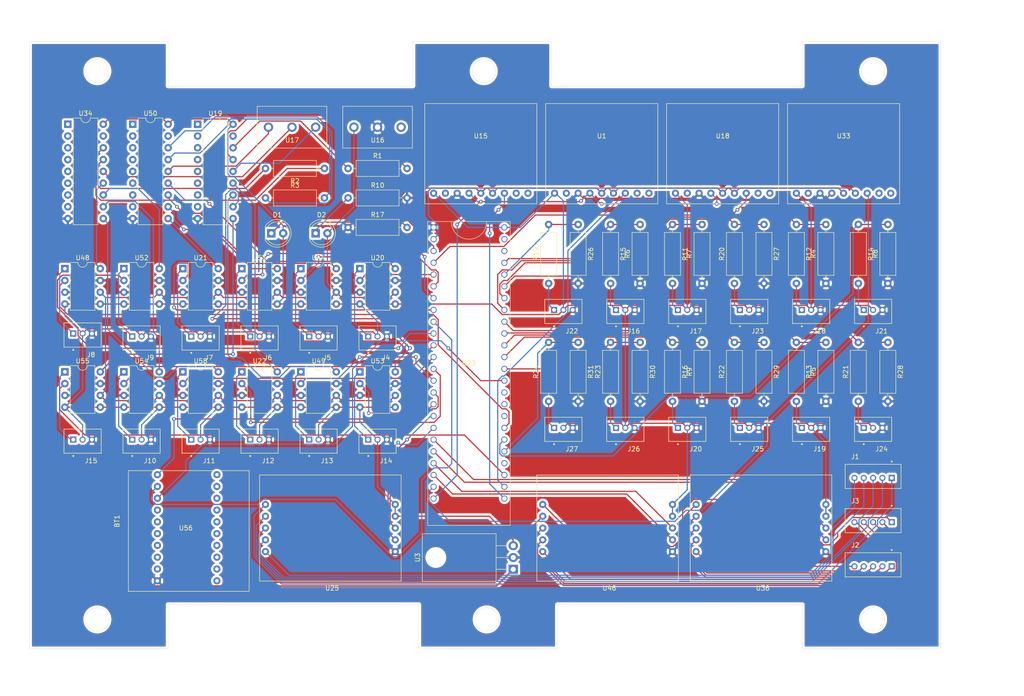
<source format=kicad_pcb>
(kicad_pcb (version 20171130) (host pcbnew "(5.1.10)-1")
  (title_block (title "Test Stand PCB") (date 2021-07-01) (rev v02) (company "Project Caelus") (comment 2 creativecommons.org/license/by/4.0/) (comment 3 "License: CC BY 4.0") (comment 4 "Author: Eric Feng"))
  (layers (0 F.Cu signal) (31 B.Cu signal) (35 F.Paste user) (37 F.SilkS user) (38 B.Mask user) (39 F.Mask user) (44 Edge.Cuts user))
  (net 0 "")
  (net 1 GND1)
  (net 2 "Net-(BT1-Pad1)")
  (net 3 "Net-(J1-Pad1)")
  (net 4 "Net-(J1-Pad2)")
  (net 5 "Net-(J1-Pad3)")
  (net 6 "Net-(J1-Pad4)")
  (net 7 "Net-(J1-Pad5)")
  (net 8 "Net-(J2-Pad1)")
  (net 9 "Net-(J2-Pad2)")
  (net 10 "Net-(J2-Pad3)")
  (net 11 "Net-(J2-Pad4)")
  (net 12 "Net-(J2-Pad5)")
  (net 13 "Net-(J3-Pad1)")
  (net 14 "Net-(J3-Pad2)")
  (net 15 "Net-(J3-Pad3)")
  (net 16 "Net-(J3-Pad4)")
  (net 17 "Net-(J3-Pad5)")
  (net 18 "Net-(R1-Pad2)")
  (net 19 "Net-(R1-Pad1)")
  (net 20 "Net-(R2-Pad2)")
  (net 21 "Net-(R2-Pad1)")
  (net 22 "Net-(R3-Pad2)")
  (net 23 "Net-(R3-Pad1)")
  (net 24 "Net-(R12-Pad1)")
  (net 25 "Net-(R13-Pad1)")
  (net 26 "Net-(R15-Pad1)")
  (net 27 "Net-(R11-Pad1)")
  (net 28 "Net-(R14-Pad1)")
  (net 29 "Net-(R16-Pad1)")
  (net 30 "Net-(R19-Pad2)")
  (net 31 "Net-(R20-Pad2)")
  (net 32 "Net-(R21-Pad2)")
  (net 33 "Net-(R22-Pad2)")
  (net 34 "Net-(R23-Pad2)")
  (net 35 "Net-(R24-Pad2)")
  (net 36 +5V)
  (net 37 1)
  (net 38 14)
  (net 39 13)
  (net 40 51)
  (net 41 40)
  (net 42 41)
  (net 43 42)
  (net 44 43)
  (net 45 44)
  (net 46 45)
  (net 47 53)
  (net 48 54)
  (net 49 48)
  (net 50 46)
  (net 51 47)
  (net 52 49)
  (net 53 50)
  (net 54 52)
  (net 55 27)
  (net 56 26)
  (net 57 25)
  (net 58 15)
  (net 59 36)
  (net 60 37)
  (net 61 38)
  (net 62 39)
  (net 63 28)
  (net 64 3)
  (net 65 31)
  (net 66 6)
  (net 67 11)
  (net 68 8)
  (net 69 7)
  (net 70 58)
  (net 71 4)
  (net 72 5)
  (net 73 61)
  (net 74 60)
  (net 75 9)
  (net 76 10)
  (net 77 12)
  (net 78 3.3)
  (net 79 57)
  (net 80 16)
  (net 81 17)
  (net 82 18)
  (net 83 19)
  (net 84 20)
  (net 85 21)
  (net 86 2)
  (net 87 32)
  (net 88 33)
  (net 89 34)
  (net 90 35)
  (net 91 29)
  (net 92 30)
  (net 93 "Net-(J16-Pad1)")
  (net 94 "Net-(J17-Pad1)")
  (net 95 "Net-(J18-Pad1)")
  (net 96 "Net-(J19-Pad1)")
  (net 97 "Net-(J20-Pad1)")
  (net 98 "Net-(J21-Pad1)")
  (net 99 "Net-(J22-Pad1)")
  (net 100 "Net-(J23-Pad1)")
  (net 101 "Net-(J24-Pad1)")
  (net 102 "Net-(J25-Pad1)")
  (net 103 "Net-(J26-Pad1)")
  (net 104 "Net-(J27-Pad1)")
  (net 105 "Net-(U1-Pad2)")
  (net 106 "Net-(U1-Pad8)")
  (net 107 "Net-(U1-Pad9)")
  (net 108 "Net-(U15-Pad2)")
  (net 109 "Net-(U15-Pad8)")
  (net 110 "Net-(U15-Pad9)")
  (net 111 "Net-(U16-Pad3)")
  (net 112 "Net-(U18-Pad9)")
  (net 113 "Net-(U18-Pad8)")
  (net 114 "Net-(U18-Pad2)")
  (net 115 "Net-(U19-Pad1)")
  (net 116 "Net-(U19-Pad2)")
  (net 117 "Net-(U19-Pad3)")
  (net 118 "Net-(U19-Pad4)")
  (net 119 "Net-(U19-Pad5)")
  (net 120 "Net-(U19-Pad6)")
  (net 121 "Net-(U19-Pad7)")
  (net 122 "Net-(U19-Pad8)")
  (net 123 "Net-(U19-Pad17)")
  (net 124 55)
  (net 125 "Net-(U23-Pad45)")
  (net 126 "Net-(U23-Pad44)")
  (net 127 "Net-(U23-Pad43)")
  (net 128 "Net-(U23-Pad42)")
  (net 129 "Net-(U23-Pad41)")
  (net 130 "Net-(U33-Pad9)")
  (net 131 "Net-(U33-Pad8)")
  (net 132 "Net-(U33-Pad2)")
  (net 133 "Net-(U34-Pad1)")
  (net 134 "Net-(U34-Pad2)")
  (net 135 "Net-(U34-Pad3)")
  (net 136 "Net-(U34-Pad4)")
  (net 137 "Net-(U34-Pad5)")
  (net 138 "Net-(U34-Pad6)")
  (net 139 "Net-(U34-Pad7)")
  (net 140 "Net-(U34-Pad8)")
  (net 141 "Net-(U34-Pad17)")
  (net 142 "Net-(U50-Pad17)")
  (net 143 "Net-(U50-Pad8)")
  (net 144 "Net-(U50-Pad7)")
  (net 145 "Net-(U50-Pad6)")
  (net 146 "Net-(U50-Pad5)")
  (net 147 "Net-(U50-Pad4)")
  (net 148 "Net-(U50-Pad3)")
  (net 149 "Net-(U50-Pad2)")
  (net 150 "Net-(U50-Pad1)")
  (net 151 "Net-(U56-Pad4)")
  (net 152 "Net-(U56-Pad5)")
  (net 153 "Net-(U56-Pad6)")
  (net 154 "Net-(U56-Pad7)")
  (net 155 "Net-(U56-Pad8)")
  (net 156 "Net-(U56-Pad9)")
  (net 157 "Net-(U56-Pad11)")
  (net 158 "Net-(U56-Pad12)")
  (net 159 "Net-(U56-Pad13)")
  (net 160 "Net-(U56-Pad14)")
  (net 161 "Net-(U56-Pad15)")
  (net 162 "Net-(U56-Pad16)")
  (net 163 "Net-(U56-Pad17)")
  (net 164 "Net-(U56-Pad18)")
  (net 165 "Net-(U56-Pad19)")
  (net 166 "Net-(U56-Pad20)")
  (net 167 "Net-(D1-Pad1)")
  (net 168 "Net-(D2-Pad1)")
  (module Launchbox:Xbee_Breakout (layer F.Cu) (at 81.915 126.365 180)
    (fp_text reference U56 (at 0.635 0.635) (layer F.SilkS))
    (fp_text value XBee_Breakout)
    (pad 1 thru_hole circle (at 6.74798 12.12918) (size 1.524 1.524) (drill 0.762) (layers *.Cu *.Mask) (net 78 3.3))
    (pad 2 thru_hole circle (at 6.74798 9.58918) (size 1.524 1.524) (drill 0.762) (layers *.Cu *.Mask) (net 73 61))
    (pad 3 thru_hole circle (at 6.74798 7.04918) (size 1.524 1.524) (drill 0.762) (layers *.Cu *.Mask) (net 74 60))
    (pad 4 thru_hole circle (at 6.74798 4.50918) (size 1.524 1.524) (drill 0.762) (layers *.Cu *.Mask) (net 151 "Net-(U56-Pad4)"))
    (pad 5 thru_hole circle (at 6.74798 1.96918) (size 1.524 1.524) (drill 0.762) (layers *.Cu *.Mask) (net 152 "Net-(U56-Pad5)"))
    (pad 6 thru_hole circle (at 6.74798 -0.57082) (size 1.524 1.524) (drill 0.762) (layers *.Cu *.Mask) (net 153 "Net-(U56-Pad6)"))
    (pad 7 thru_hole circle (at 6.74798 -3.11082) (size 1.524 1.524) (drill 0.762) (layers *.Cu *.Mask) (net 154 "Net-(U56-Pad7)"))
    (pad 8 thru_hole circle (at 6.74798 -5.65082) (size 1.524 1.524) (drill 0.762) (layers *.Cu *.Mask) (net 155 "Net-(U56-Pad8)"))
    (pad 9 thru_hole circle (at 6.74798 -8.19082) (size 1.524 1.524) (drill 0.762) (layers *.Cu *.Mask) (net 156 "Net-(U56-Pad9)"))
    (pad 10 thru_hole circle (at 6.74798 -10.73082) (size 1.524 1.524) (drill 0.762) (layers *.Cu *.Mask) (net 1 GND1))
    (pad 11 thru_hole circle (at -6.05202 -10.73082) (size 1.524 1.524) (drill 0.762) (layers *.Cu *.Mask) (net 157 "Net-(U56-Pad11)"))
    (pad 12 thru_hole circle (at -6.05202 -8.19082) (size 1.524 1.524) (drill 0.762) (layers *.Cu *.Mask) (net 158 "Net-(U56-Pad12)"))
    (pad 13 thru_hole circle (at -6.05202 -5.65082) (size 1.524 1.524) (drill 0.762) (layers *.Cu *.Mask) (net 159 "Net-(U56-Pad13)"))
    (pad 14 thru_hole circle (at -6.05202 -3.11082) (size 1.524 1.524) (drill 0.762) (layers *.Cu *.Mask) (net 160 "Net-(U56-Pad14)"))
    (pad 15 thru_hole circle (at -6.05202 -0.57082) (size 1.524 1.524) (drill 0.762) (layers *.Cu *.Mask) (net 161 "Net-(U56-Pad15)"))
    (pad 16 thru_hole circle (at -6.05202 1.96918) (size 1.524 1.524) (drill 0.762) (layers *.Cu *.Mask) (net 162 "Net-(U56-Pad16)"))
    (pad 17 thru_hole circle (at -6.05202 4.50918) (size 1.524 1.524) (drill 0.762) (layers *.Cu *.Mask) (net 163 "Net-(U56-Pad17)"))
    (pad 18 thru_hole circle (at -6.05202 7.04918) (size 1.524 1.524) (drill 0.762) (layers *.Cu *.Mask) (net 164 "Net-(U56-Pad18)"))
    (pad 19 thru_hole circle (at -6.05202 9.58918) (size 1.524 1.524) (drill 0.762) (layers *.Cu *.Mask) (net 165 "Net-(U56-Pad19)"))
    (pad 20 thru_hole circle (at -6.05202 12.12918) (size 1.524 1.524) (drill 0.762) (layers *.Cu *.Mask) (net 166 "Net-(U56-Pad20)"))
  )
  (module Launchbox:TE_1735446-5 (layer F.Cu) (at 229.235 124.46)
    (fp_text reference J3 (at -3.838 -4.565) (layer F.SilkS))
    (fp_text value 440055-5)
    (pad 5 thru_hole circle (at -4.013 0) (size 1.308 1.308) (drill 0.8) (layers *.Cu *.Mask) (net 17 "Net-(J3-Pad5)"))
    (pad 4 thru_hole circle (at -2.007 0) (size 1.308 1.308) (drill 0.8) (layers *.Cu *.Mask) (net 16 "Net-(J3-Pad4)"))
    (pad 3 thru_hole circle (at 0 0) (size 1.308 1.308) (drill 0.8) (layers *.Cu *.Mask) (net 15 "Net-(J3-Pad3)"))
    (pad 2 thru_hole circle (at 2.007 0) (size 1.308 1.308) (drill 0.8) (layers *.Cu *.Mask) (net 14 "Net-(J3-Pad2)"))
    (pad 1 thru_hole rect (at 4.013 0) (size 1.308 1.308) (drill 0.8) (layers *.Cu *.Mask) (net 13 "Net-(J3-Pad1)"))
  )
  (module Launchbox:TE_1735446-5 (layer F.Cu) (at 229.235 133.985)
    (fp_text reference J2 (at -3.838 -4.565) (layer F.SilkS))
    (fp_text value 440055-5)
    (pad 5 thru_hole circle (at -4.013 0) (size 1.308 1.308) (drill 0.8) (layers *.Cu *.Mask) (net 12 "Net-(J2-Pad5)"))
    (pad 4 thru_hole circle (at -2.007 0) (size 1.308 1.308) (drill 0.8) (layers *.Cu *.Mask) (net 11 "Net-(J2-Pad4)"))
    (pad 3 thru_hole circle (at 0 0) (size 1.308 1.308) (drill 0.8) (layers *.Cu *.Mask) (net 10 "Net-(J2-Pad3)"))
    (pad 2 thru_hole circle (at 2.007 0) (size 1.308 1.308) (drill 0.8) (layers *.Cu *.Mask) (net 9 "Net-(J2-Pad2)"))
    (pad 1 thru_hole rect (at 4.013 0) (size 1.308 1.308) (drill 0.8) (layers *.Cu *.Mask) (net 8 "Net-(J2-Pad1)"))
  )
  (module Launchbox:TE_1735446-5 (layer F.Cu) (at 229.235 114.935)
    (fp_text reference J1 (at -3.838 -4.565) (layer F.SilkS))
    (fp_text value 440055-5)
    (pad 5 thru_hole circle (at -4.013 0) (size 1.308 1.308) (drill 0.8) (layers *.Cu *.Mask) (net 7 "Net-(J1-Pad5)"))
    (pad 4 thru_hole circle (at -2.007 0) (size 1.308 1.308) (drill 0.8) (layers *.Cu *.Mask) (net 6 "Net-(J1-Pad4)"))
    (pad 3 thru_hole circle (at 0 0) (size 1.308 1.308) (drill 0.8) (layers *.Cu *.Mask) (net 5 "Net-(J1-Pad3)"))
    (pad 2 thru_hole circle (at 2.007 0) (size 1.308 1.308) (drill 0.8) (layers *.Cu *.Mask) (net 4 "Net-(J1-Pad2)"))
    (pad 1 thru_hole rect (at 4.013 0) (size 1.308 1.308) (drill 0.8) (layers *.Cu *.Mask) (net 3 "Net-(J1-Pad1)"))
  )
  (module Resistor_THT:R_Axial_DIN0309_L9.0mm_D3.2mm_P12.70mm_Horizontal (layer F.Cu) (at 98.425 54.61)
    (fp_text reference R3 (at 6.35 -2.72) (layer F.SilkS))
    (fp_text value R_US)
    (pad 2 thru_hole oval (at 12.7 0) (size 1.6 1.6) (drill 0.8) (layers *.Cu *.Mask) (net 22 "Net-(R3-Pad2)"))
    (pad 1 thru_hole circle (at 0 0) (size 1.6 1.6) (drill 0.8) (layers *.Cu *.Mask) (net 23 "Net-(R3-Pad1)"))
  )
  (module Resistor_THT:R_Axial_DIN0309_L9.0mm_D3.2mm_P12.70mm_Horizontal (layer F.Cu) (at 116.205 60.96)
    (fp_text reference R17 (at 6.35 -2.72) (layer F.SilkS))
    (fp_text value R)
    (pad 2 thru_hole oval (at 12.7 0) (size 1.6 1.6) (drill 0.8) (layers *.Cu *.Mask) (net 167 "Net-(D1-Pad1)"))
    (pad 1 thru_hole circle (at 0 0) (size 1.6 1.6) (drill 0.8) (layers *.Cu *.Mask) (net 1 GND1))
  )
  (module Resistor_THT:R_Axial_DIN0309_L9.0mm_D3.2mm_P12.70mm_Horizontal (layer F.Cu) (at 116.205 54.61)
    (fp_text reference R10 (at 6.35 -2.72) (layer F.SilkS))
    (fp_text value R)
    (pad 2 thru_hole oval (at 12.7 0) (size 1.6 1.6) (drill 0.8) (layers *.Cu *.Mask) (net 1 GND1))
    (pad 1 thru_hole circle (at 0 0) (size 1.6 1.6) (drill 0.8) (layers *.Cu *.Mask) (net 168 "Net-(D2-Pad1)"))
  )
  (module LED_THT:LED_D5.0mm (layer F.Cu) (at 109.22 62.23)
    (fp_text reference D2 (at 1.27 -3.96) (layer F.SilkS))
    (fp_text value LED)
    (pad 2 thru_hole circle (at 2.54 0) (size 1.8 1.8) (drill 0.9) (layers *.Cu *.Mask) (net 54 52))
    (pad 1 thru_hole rect (at 0 0) (size 1.8 1.8) (drill 0.9) (layers *.Cu *.Mask) (net 168 "Net-(D2-Pad1)"))
  )
  (module LED_THT:LED_D5.0mm (layer F.Cu) (at 99.695 62.23)
    (fp_text reference D1 (at 1.27 -3.96) (layer F.SilkS))
    (fp_text value LED)
    (pad 2 thru_hole circle (at 2.54 0) (size 1.8 1.8) (drill 0.9) (layers *.Cu *.Mask) (net 36 +5V))
    (pad 1 thru_hole rect (at 0 0) (size 1.8 1.8) (drill 0.9) (layers *.Cu *.Mask) (net 167 "Net-(D1-Pad1)"))
  )
  (module "Launchbox:Teensy 3.6" (layer F.Cu) (at 142.24 90.17 90)
    (fp_text reference U23 (at 0 0) (layer F.SilkS))
    (fp_text value Teensy3.6)
    (pad 40 thru_hole circle (at 29.21 7.62 90) (size 1.3208 1.3208) (drill 0.9398) (layers *.Cu *.Mask) (net 36 +5V))
    (pad 41 thru_hole circle (at 26.67 7.62 90) (size 1.3208 1.3208) (drill 0.9398) (layers *.Cu *.Mask) (net 129 "Net-(U23-Pad41)"))
    (pad 42 thru_hole circle (at 24.13 7.62 90) (size 1.3208 1.3208) (drill 0.9398) (layers *.Cu *.Mask) (net 128 "Net-(U23-Pad42)"))
    (pad 23 thru_hole circle (at 21.59 7.62 90) (size 1.3208 1.3208) (drill 0.9398) (layers *.Cu *.Mask) (net 26 "Net-(R15-Pad1)"))
    (pad 22 thru_hole circle (at 19.05 7.62 90) (size 1.3208 1.3208) (drill 0.9398) (layers *.Cu *.Mask) (net 30 "Net-(R19-Pad2)"))
    (pad 21 thru_hole circle (at 16.51 7.62 90) (size 1.3208 1.3208) (drill 0.9398) (layers *.Cu *.Mask) (net 27 "Net-(R11-Pad1)"))
    (pad 20 thru_hole circle (at 13.97 7.62 90) (size 1.3208 1.3208) (drill 0.9398) (layers *.Cu *.Mask) (net 31 "Net-(R20-Pad2)"))
    (pad 19 thru_hole circle (at 11.43 7.62 90) (size 1.3208 1.3208) (drill 0.9398) (layers *.Cu *.Mask) (net 24 "Net-(R12-Pad1)"))
    (pad 18 thru_hole circle (at 8.89 7.62 90) (size 1.3208 1.3208) (drill 0.9398) (layers *.Cu *.Mask) (net 32 "Net-(R21-Pad2)"))
    (pad 17 thru_hole circle (at 6.35 7.62 90) (size 1.3208 1.3208) (drill 0.9398) (layers *.Cu *.Mask) (net 25 "Net-(R13-Pad1)"))
    (pad 16 thru_hole circle (at 3.81 7.62 90) (size 1.3208 1.3208) (drill 0.9398) (layers *.Cu *.Mask) (net 33 "Net-(R22-Pad2)"))
    (pad 15 thru_hole circle (at 1.27 7.62 90) (size 1.3208 1.3208) (drill 0.9398) (layers *.Cu *.Mask) (net 29 "Net-(R16-Pad1)"))
    (pad 14 thru_hole circle (at -1.27 7.62 90) (size 1.3208 1.3208) (drill 0.9398) (layers *.Cu *.Mask) (net 34 "Net-(R23-Pad2)"))
    (pad 13 thru_hole circle (at -3.81 7.62 90) (size 1.3208 1.3208) (drill 0.9398) (layers *.Cu *.Mask) (net 68 8))
    (pad 43 thru_hole circle (at -6.35 7.62 90) (size 1.3208 1.3208) (drill 0.9398) (layers *.Cu *.Mask) (net 127 "Net-(U23-Pad43)"))
    (pad 44 thru_hole circle (at -8.89 7.62 90) (size 1.3208 1.3208) (drill 0.9398) (layers *.Cu *.Mask) (net 126 "Net-(U23-Pad44)"))
    (pad 45 thru_hole circle (at -11.43 7.62 90) (size 1.3208 1.3208) (drill 0.9398) (layers *.Cu *.Mask) (net 125 "Net-(U23-Pad45)"))
    (pad 39 thru_hole circle (at -13.97 7.62 90) (size 1.3208 1.3208) (drill 0.9398) (layers *.Cu *.Mask) (net 69 7))
    (pad 38 thru_hole circle (at -16.51 7.62 90) (size 1.3208 1.3208) (drill 0.9398) (layers *.Cu *.Mask) (net 28 "Net-(R14-Pad1)"))
    (pad 37 thru_hole circle (at -19.05 7.62 90) (size 1.3208 1.3208) (drill 0.9398) (layers *.Cu *.Mask) (net 35 "Net-(R24-Pad2)"))
    (pad 36 thru_hole circle (at -21.59 7.62 90) (size 1.3208 1.3208) (drill 0.9398) (layers *.Cu *.Mask) (net 124 55))
    (pad 35 thru_hole circle (at -24.13 7.62 90) (size 1.3208 1.3208) (drill 0.9398) (layers *.Cu *.Mask) (net 70 58))
    (pad 34 thru_hole circle (at -26.67 7.62 90) (size 1.3208 1.3208) (drill 0.9398) (layers *.Cu *.Mask) (net 40 51))
    (pad 33 thru_hole circle (at -29.21 7.62 90) (size 1.3208 1.3208) (drill 0.9398) (layers *.Cu *.Mask) (net 53 50))
    (pad 46 thru_hole circle (at 29.21 -7.62 90) (size 1.3208 1.3208) (drill 0.9398) (layers *.Cu *.Mask) (net 1 GND1))
    (pad 0 thru_hole circle (at 26.67 -7.62 90) (size 1.3208 1.3208) (drill 0.9398) (layers *.Cu *.Mask) (net 39 13))
    (pad 1 thru_hole circle (at 24.13 -7.62 90) (size 1.3208 1.3208) (drill 0.9398) (layers *.Cu *.Mask) (net 38 14))
    (pad 2 thru_hole circle (at 21.59 -7.62 90) (size 1.3208 1.3208) (drill 0.9398) (layers *.Cu *.Mask) (net 58 15))
    (pad 3 thru_hole circle (at 19.05 -7.62 90) (size 1.3208 1.3208) (drill 0.9398) (layers *.Cu *.Mask) (net 64 3))
    (pad 4 thru_hole circle (at 16.51 -7.62 90) (size 1.3208 1.3208) (drill 0.9398) (layers *.Cu *.Mask) (net 71 4))
    (pad 5 thru_hole circle (at 13.97 -7.62 90) (size 1.3208 1.3208) (drill 0.9398) (layers *.Cu *.Mask) (net 72 5))
    (pad 6 thru_hole circle (at 11.43 -7.62 90) (size 1.3208 1.3208) (drill 0.9398) (layers *.Cu *.Mask) (net 66 6))
    (pad 7 thru_hole circle (at 8.89 -7.62 90) (size 1.3208 1.3208) (drill 0.9398) (layers *.Cu *.Mask) (net 73 61))
    (pad 8 thru_hole circle (at 6.35 -7.62 90) (size 1.3208 1.3208) (drill 0.9398) (layers *.Cu *.Mask) (net 74 60))
    (pad 9 thru_hole circle (at 3.81 -7.62 90) (size 1.3208 1.3208) (drill 0.9398) (layers *.Cu *.Mask) (net 75 9))
    (pad 10 thru_hole circle (at 1.27 -7.62 90) (size 1.3208 1.3208) (drill 0.9398) (layers *.Cu *.Mask) (net 76 10))
    (pad 11 thru_hole circle (at -1.27 -7.62 90) (size 1.3208 1.3208) (drill 0.9398) (layers *.Cu *.Mask) (net 67 11))
    (pad 12 thru_hole circle (at -3.81 -7.62 90) (size 1.3208 1.3208) (drill 0.9398) (layers *.Cu *.Mask) (net 77 12))
    (pad 47 thru_hole circle (at -6.35 -7.62 90) (size 1.3208 1.3208) (drill 0.9398) (layers *.Cu *.Mask) (net 78 3.3))
    (pad 24 thru_hole circle (at -8.89 -7.62 90) (size 1.3208 1.3208) (drill 0.9398) (layers *.Cu *.Mask) (net 79 57))
    (pad 25 thru_hole circle (at -11.43 -7.62 90) (size 1.3208 1.3208) (drill 0.9398) (layers *.Cu *.Mask) (net 80 16))
    (pad 26 thru_hole circle (at -13.97 -7.62 90) (size 1.3208 1.3208) (drill 0.9398) (layers *.Cu *.Mask) (net 81 17))
    (pad 27 thru_hole circle (at -16.51 -7.62 90) (size 1.3208 1.3208) (drill 0.9398) (layers *.Cu *.Mask) (net 82 18))
    (pad 28 thru_hole circle (at -19.05 -7.62 90) (size 1.3208 1.3208) (drill 0.9398) (layers *.Cu *.Mask) (net 83 19))
    (pad 29 thru_hole circle (at -21.59 -7.62 90) (size 1.3208 1.3208) (drill 0.9398) (layers *.Cu *.Mask) (net 84 20))
    (pad 30 thru_hole circle (at -24.13 -7.62 90) (size 1.3208 1.3208) (drill 0.9398) (layers *.Cu *.Mask) (net 85 21))
    (pad 31 thru_hole circle (at -26.67 -7.62 90) (size 1.3208 1.3208) (drill 0.9398) (layers *.Cu *.Mask) (net 86 2))
    (pad 32 thru_hole circle (at -29.21 -7.62 90) (size 1.3208 1.3208) (drill 0.9398) (layers *.Cu *.Mask) (net 37 1))
  )
  (module Launchbox:TE_1735446-3 (layer F.Cu) (at 162.56 104.14 180)
    (fp_text reference J27 (at -1.832 -4.565) (layer F.SilkS))
    (fp_text value 440055-3)
    (pad 1 thru_hole rect (at 2.007 0 180) (size 1.308 1.308) (drill 0.8) (layers *.Cu *.Mask) (net 104 "Net-(J27-Pad1)"))
    (pad 2 thru_hole circle (at 0 0 180) (size 1.308 1.308) (drill 0.8) (layers *.Cu *.Mask) (net 36 +5V))
    (pad 3 thru_hole circle (at -2.007 0 180) (size 1.308 1.308) (drill 0.8) (layers *.Cu *.Mask) (net 1 GND1))
  )
  (module Launchbox:TE_1735446-3 (layer F.Cu) (at 175.895 104.14 180)
    (fp_text reference J26 (at -1.832 -4.565) (layer F.SilkS))
    (fp_text value 440055-3)
    (pad 1 thru_hole rect (at 2.007 0 180) (size 1.308 1.308) (drill 0.8) (layers *.Cu *.Mask) (net 103 "Net-(J26-Pad1)"))
    (pad 2 thru_hole circle (at 0 0 180) (size 1.308 1.308) (drill 0.8) (layers *.Cu *.Mask) (net 36 +5V))
    (pad 3 thru_hole circle (at -2.007 0 180) (size 1.308 1.308) (drill 0.8) (layers *.Cu *.Mask) (net 1 GND1))
  )
  (module Launchbox:TE_1735446-3 (layer F.Cu) (at 202.565 104.14 180)
    (fp_text reference J25 (at -1.832 -4.565) (layer F.SilkS))
    (fp_text value 440055-3)
    (pad 1 thru_hole rect (at 2.007 0 180) (size 1.308 1.308) (drill 0.8) (layers *.Cu *.Mask) (net 102 "Net-(J25-Pad1)"))
    (pad 2 thru_hole circle (at 0 0 180) (size 1.308 1.308) (drill 0.8) (layers *.Cu *.Mask) (net 36 +5V))
    (pad 3 thru_hole circle (at -2.007 0 180) (size 1.308 1.308) (drill 0.8) (layers *.Cu *.Mask) (net 1 GND1))
  )
  (module Launchbox:TE_1735446-3 (layer F.Cu) (at 229.235 104.14 180)
    (fp_text reference J24 (at -1.832 -4.565) (layer F.SilkS))
    (fp_text value 440055-3)
    (pad 1 thru_hole rect (at 2.007 0 180) (size 1.308 1.308) (drill 0.8) (layers *.Cu *.Mask) (net 101 "Net-(J24-Pad1)"))
    (pad 2 thru_hole circle (at 0 0 180) (size 1.308 1.308) (drill 0.8) (layers *.Cu *.Mask) (net 36 +5V))
    (pad 3 thru_hole circle (at -2.007 0 180) (size 1.308 1.308) (drill 0.8) (layers *.Cu *.Mask) (net 1 GND1))
  )
  (module Launchbox:TE_1735446-3 (layer F.Cu) (at 202.565 78.74 180)
    (fp_text reference J23 (at -1.832 -4.565) (layer F.SilkS))
    (fp_text value 440055-3)
    (pad 1 thru_hole rect (at 2.007 0 180) (size 1.308 1.308) (drill 0.8) (layers *.Cu *.Mask) (net 100 "Net-(J23-Pad1)"))
    (pad 2 thru_hole circle (at 0 0 180) (size 1.308 1.308) (drill 0.8) (layers *.Cu *.Mask) (net 36 +5V))
    (pad 3 thru_hole circle (at -2.007 0 180) (size 1.308 1.308) (drill 0.8) (layers *.Cu *.Mask) (net 1 GND1))
  )
  (module Launchbox:TE_1735446-3 (layer F.Cu) (at 162.56 78.74 180)
    (fp_text reference J22 (at -1.832 -4.565) (layer F.SilkS))
    (fp_text value 440055-3)
    (pad 1 thru_hole rect (at 2.007 0 180) (size 1.308 1.308) (drill 0.8) (layers *.Cu *.Mask) (net 99 "Net-(J22-Pad1)"))
    (pad 2 thru_hole circle (at 0 0 180) (size 1.308 1.308) (drill 0.8) (layers *.Cu *.Mask) (net 36 +5V))
    (pad 3 thru_hole circle (at -2.007 0 180) (size 1.308 1.308) (drill 0.8) (layers *.Cu *.Mask) (net 1 GND1))
  )
  (module Launchbox:TE_1735446-3 (layer F.Cu) (at 229.235 78.74 180)
    (fp_text reference J21 (at -1.832 -4.565) (layer F.SilkS))
    (fp_text value 440055-3)
    (pad 1 thru_hole rect (at 2.007 0 180) (size 1.308 1.308) (drill 0.8) (layers *.Cu *.Mask) (net 98 "Net-(J21-Pad1)"))
    (pad 2 thru_hole circle (at 0 0 180) (size 1.308 1.308) (drill 0.8) (layers *.Cu *.Mask) (net 36 +5V))
    (pad 3 thru_hole circle (at -2.007 0 180) (size 1.308 1.308) (drill 0.8) (layers *.Cu *.Mask) (net 1 GND1))
  )
  (module Launchbox:TE_1735446-3 (layer F.Cu) (at 189.23 104.14 180)
    (fp_text reference J20 (at -1.832 -4.565) (layer F.SilkS))
    (fp_text value 440055-3)
    (pad 1 thru_hole rect (at 2.007 0 180) (size 1.308 1.308) (drill 0.8) (layers *.Cu *.Mask) (net 97 "Net-(J20-Pad1)"))
    (pad 2 thru_hole circle (at 0 0 180) (size 1.308 1.308) (drill 0.8) (layers *.Cu *.Mask) (net 36 +5V))
    (pad 3 thru_hole circle (at -2.007 0 180) (size 1.308 1.308) (drill 0.8) (layers *.Cu *.Mask) (net 1 GND1))
  )
  (module Launchbox:TE_1735446-3 (layer F.Cu) (at 215.9 104.14 180)
    (fp_text reference J19 (at -1.832 -4.565) (layer F.SilkS))
    (fp_text value 440055-3)
    (pad 1 thru_hole rect (at 2.007 0 180) (size 1.308 1.308) (drill 0.8) (layers *.Cu *.Mask) (net 96 "Net-(J19-Pad1)"))
    (pad 2 thru_hole circle (at 0 0 180) (size 1.308 1.308) (drill 0.8) (layers *.Cu *.Mask) (net 36 +5V))
    (pad 3 thru_hole circle (at -2.007 0 180) (size 1.308 1.308) (drill 0.8) (layers *.Cu *.Mask) (net 1 GND1))
  )
  (module Launchbox:TE_1735446-3 (layer F.Cu) (at 215.9 78.74 180)
    (fp_text reference J18 (at -1.832 -4.565) (layer F.SilkS))
    (fp_text value 440055-3)
    (pad 1 thru_hole rect (at 2.007 0 180) (size 1.308 1.308) (drill 0.8) (layers *.Cu *.Mask) (net 95 "Net-(J18-Pad1)"))
    (pad 2 thru_hole circle (at 0 0 180) (size 1.308 1.308) (drill 0.8) (layers *.Cu *.Mask) (net 36 +5V))
    (pad 3 thru_hole circle (at -2.007 0 180) (size 1.308 1.308) (drill 0.8) (layers *.Cu *.Mask) (net 1 GND1))
  )
  (module Launchbox:TE_1735446-3 (layer F.Cu) (at 189.23 78.74 180)
    (fp_text reference J17 (at -1.832 -4.565) (layer F.SilkS))
    (fp_text value 440055-3)
    (pad 1 thru_hole rect (at 2.007 0 180) (size 1.308 1.308) (drill 0.8) (layers *.Cu *.Mask) (net 94 "Net-(J17-Pad1)"))
    (pad 2 thru_hole circle (at 0 0 180) (size 1.308 1.308) (drill 0.8) (layers *.Cu *.Mask) (net 36 +5V))
    (pad 3 thru_hole circle (at -2.007 0 180) (size 1.308 1.308) (drill 0.8) (layers *.Cu *.Mask) (net 1 GND1))
  )
  (module Launchbox:TE_1735446-3 (layer F.Cu) (at 175.895 78.74 180)
    (fp_text reference J16 (at -1.832 -4.565) (layer F.SilkS))
    (fp_text value 440055-3)
    (pad 1 thru_hole rect (at 2.007 0 180) (size 1.308 1.308) (drill 0.8) (layers *.Cu *.Mask) (net 93 "Net-(J16-Pad1)"))
    (pad 2 thru_hole circle (at 0 0 180) (size 1.308 1.308) (drill 0.8) (layers *.Cu *.Mask) (net 36 +5V))
    (pad 3 thru_hole circle (at -2.007 0 180) (size 1.308 1.308) (drill 0.8) (layers *.Cu *.Mask) (net 1 GND1))
  )
  (module Launchbox:TE_1735446-3 (layer F.Cu) (at 59.055 106.68 180)
    (fp_text reference J15 (at -1.832 -4.565) (layer F.SilkS))
    (fp_text value 440055-3)
    (pad 3 thru_hole circle (at -2.007 0 180) (size 1.308 1.308) (drill 0.8) (layers *.Cu *.Mask) (net 1 GND1))
    (pad 2 thru_hole circle (at 0 0 180) (size 1.308 1.308) (drill 0.8) (layers *.Cu *.Mask) (net 36 +5V))
    (pad 1 thru_hole rect (at 2.007 0 180) (size 1.308 1.308) (drill 0.8) (layers *.Cu *.Mask) (net 48 54))
  )
  (module Launchbox:TE_1735446-3 (layer F.Cu) (at 122.555 106.68 180)
    (fp_text reference J14 (at -1.832 -4.565) (layer F.SilkS))
    (fp_text value 440055-3)
    (pad 3 thru_hole circle (at -2.007 0 180) (size 1.308 1.308) (drill 0.8) (layers *.Cu *.Mask) (net 1 GND1))
    (pad 2 thru_hole circle (at 0 0 180) (size 1.308 1.308) (drill 0.8) (layers *.Cu *.Mask) (net 36 +5V))
    (pad 1 thru_hole rect (at 2.007 0 180) (size 1.308 1.308) (drill 0.8) (layers *.Cu *.Mask) (net 47 53))
  )
  (module Launchbox:TE_1735446-3 (layer F.Cu) (at 109.855 106.68 180)
    (fp_text reference J13 (at -1.832 -4.565) (layer F.SilkS))
    (fp_text value 440055-3)
    (pad 3 thru_hole circle (at -2.007 0 180) (size 1.308 1.308) (drill 0.8) (layers *.Cu *.Mask) (net 1 GND1))
    (pad 2 thru_hole circle (at 0 0 180) (size 1.308 1.308) (drill 0.8) (layers *.Cu *.Mask) (net 36 +5V))
    (pad 1 thru_hole rect (at 2.007 0 180) (size 1.308 1.308) (drill 0.8) (layers *.Cu *.Mask) (net 52 49))
  )
  (module Launchbox:TE_1735446-3 (layer F.Cu) (at 97.155 106.68 180)
    (fp_text reference J12 (at -1.832 -4.565) (layer F.SilkS))
    (fp_text value 440055-3)
    (pad 3 thru_hole circle (at -2.007 0 180) (size 1.308 1.308) (drill 0.8) (layers *.Cu *.Mask) (net 1 GND1))
    (pad 2 thru_hole circle (at 0 0 180) (size 1.308 1.308) (drill 0.8) (layers *.Cu *.Mask) (net 36 +5V))
    (pad 1 thru_hole rect (at 2.007 0 180) (size 1.308 1.308) (drill 0.8) (layers *.Cu *.Mask) (net 49 48))
  )
  (module Launchbox:TE_1735446-3 (layer F.Cu) (at 84.455 106.68 180)
    (fp_text reference J11 (at -1.832 -4.565) (layer F.SilkS))
    (fp_text value 440055-3)
    (pad 3 thru_hole circle (at -2.007 0 180) (size 1.308 1.308) (drill 0.8) (layers *.Cu *.Mask) (net 1 GND1))
    (pad 2 thru_hole circle (at 0 0 180) (size 1.308 1.308) (drill 0.8) (layers *.Cu *.Mask) (net 36 +5V))
    (pad 1 thru_hole rect (at 2.007 0 180) (size 1.308 1.308) (drill 0.8) (layers *.Cu *.Mask) (net 51 47))
  )
  (module Launchbox:TE_1735446-3 (layer F.Cu) (at 71.755 106.68 180)
    (fp_text reference J10 (at -1.832 -4.565) (layer F.SilkS))
    (fp_text value 440055-3)
    (pad 3 thru_hole circle (at -2.007 0 180) (size 1.308 1.308) (drill 0.8) (layers *.Cu *.Mask) (net 1 GND1))
    (pad 2 thru_hole circle (at 0 0 180) (size 1.308 1.308) (drill 0.8) (layers *.Cu *.Mask) (net 36 +5V))
    (pad 1 thru_hole rect (at 2.007 0 180) (size 1.308 1.308) (drill 0.8) (layers *.Cu *.Mask) (net 50 46))
  )
  (module Launchbox:TE_1735446-3 (layer F.Cu) (at 71.755 84.455 180)
    (fp_text reference J9 (at -1.832 -4.565) (layer F.SilkS))
    (fp_text value 440055-3)
    (pad 3 thru_hole circle (at -2.007 0 180) (size 1.308 1.308) (drill 0.8) (layers *.Cu *.Mask) (net 1 GND1))
    (pad 2 thru_hole circle (at 0 0 180) (size 1.308 1.308) (drill 0.8) (layers *.Cu *.Mask) (net 36 +5V))
    (pad 1 thru_hole rect (at 2.007 0 180) (size 1.308 1.308) (drill 0.8) (layers *.Cu *.Mask) (net 46 45))
  )
  (module Launchbox:TE_1735446-3 (layer F.Cu) (at 59.055 83.82 180)
    (fp_text reference J8 (at -1.832 -4.565) (layer F.SilkS))
    (fp_text value 440055-3)
    (pad 3 thru_hole circle (at -2.007 0 180) (size 1.308 1.308) (drill 0.8) (layers *.Cu *.Mask) (net 1 GND1))
    (pad 2 thru_hole circle (at 0 0 180) (size 1.308 1.308) (drill 0.8) (layers *.Cu *.Mask) (net 36 +5V))
    (pad 1 thru_hole rect (at 2.007 0 180) (size 1.308 1.308) (drill 0.8) (layers *.Cu *.Mask) (net 45 44))
  )
  (module Launchbox:TE_1735446-3 (layer F.Cu) (at 84.455 84.455 180)
    (fp_text reference J7 (at -1.832 -4.565) (layer F.SilkS))
    (fp_text value 440055-3)
    (pad 3 thru_hole circle (at -2.007 0 180) (size 1.308 1.308) (drill 0.8) (layers *.Cu *.Mask) (net 1 GND1))
    (pad 2 thru_hole circle (at 0 0 180) (size 1.308 1.308) (drill 0.8) (layers *.Cu *.Mask) (net 36 +5V))
    (pad 1 thru_hole rect (at 2.007 0 180) (size 1.308 1.308) (drill 0.8) (layers *.Cu *.Mask) (net 44 43))
  )
  (module Launchbox:TE_1735446-3 (layer F.Cu) (at 97.155 84.455 180)
    (fp_text reference J6 (at -1.832 -4.565) (layer F.SilkS))
    (fp_text value 440055-3)
    (pad 3 thru_hole circle (at -2.007 0 180) (size 1.308 1.308) (drill 0.8) (layers *.Cu *.Mask) (net 1 GND1))
    (pad 2 thru_hole circle (at 0 0 180) (size 1.308 1.308) (drill 0.8) (layers *.Cu *.Mask) (net 36 +5V))
    (pad 1 thru_hole rect (at 2.007 0 180) (size 1.308 1.308) (drill 0.8) (layers *.Cu *.Mask) (net 43 42))
  )
  (module Launchbox:TE_1735446-3 (layer F.Cu) (at 109.855 84.455 180)
    (fp_text reference J5 (at -1.832 -4.565) (layer F.SilkS))
    (fp_text value 440055-3)
    (pad 3 thru_hole circle (at -2.007 0 180) (size 1.308 1.308) (drill 0.8) (layers *.Cu *.Mask) (net 1 GND1))
    (pad 2 thru_hole circle (at 0 0 180) (size 1.308 1.308) (drill 0.8) (layers *.Cu *.Mask) (net 36 +5V))
    (pad 1 thru_hole rect (at 2.007 0 180) (size 1.308 1.308) (drill 0.8) (layers *.Cu *.Mask) (net 42 41))
  )
  (module Launchbox:TE_1735446-3 (layer F.Cu) (at 122.555 84.455 180)
    (fp_text reference J4 (at -1.832 -4.565) (layer F.SilkS))
    (fp_text value 440055-3)
    (pad 3 thru_hole circle (at -2.007 0 180) (size 1.308 1.308) (drill 0.8) (layers *.Cu *.Mask) (net 1 GND1))
    (pad 2 thru_hole circle (at 0 0 180) (size 1.308 1.308) (drill 0.8) (layers *.Cu *.Mask) (net 36 +5V))
    (pad 1 thru_hole rect (at 2.007 0 180) (size 1.308 1.308) (drill 0.8) (layers *.Cu *.Mask) (net 41 40))
  )
  (module Launchbox:MAX31856 (layer F.Cu) (at 170.815 45.085)
    (fp_text reference U1 (at 0 -3.81) (layer F.SilkS))
    (fp_text value MAX31856)
    (pad 1 thru_hole circle (at -10.16 8.509) (size 1.524 1.524) (drill 0.762) (layers *.Cu *.Mask) (net 36 +5V))
    (pad 2 thru_hole circle (at -7.62 8.509) (size 1.524 1.524) (drill 0.762) (layers *.Cu *.Mask) (net 105 "Net-(U1-Pad2)"))
    (pad 3 thru_hole circle (at -5.08 8.509) (size 1.524 1.524) (drill 0.762) (layers *.Cu *.Mask) (net 1 GND1))
    (pad 4 thru_hole circle (at -2.54 8.509) (size 1.524 1.524) (drill 0.762) (layers *.Cu *.Mask) (net 37 1))
    (pad 5 thru_hole circle (at 0 8.509) (size 1.524 1.524) (drill 0.762) (layers *.Cu *.Mask) (net 38 14))
    (pad 6 thru_hole circle (at 2.54 8.509) (size 1.524 1.524) (drill 0.762) (layers *.Cu *.Mask) (net 39 13))
    (pad 7 thru_hole circle (at 5.08 8.509) (size 1.524 1.524) (drill 0.762) (layers *.Cu *.Mask) (net 40 51))
    (pad 8 thru_hole circle (at 7.62 8.509) (size 1.524 1.524) (drill 0.762) (layers *.Cu *.Mask) (net 106 "Net-(U1-Pad8)"))
    (pad 9 thru_hole circle (at 10.16 8.509) (size 1.524 1.524) (drill 0.762) (layers *.Cu *.Mask) (net 107 "Net-(U1-Pad9)"))
  )
  (module Launchbox:MAX31856 (layer F.Cu) (at 196.85 45.085)
    (fp_text reference U18 (at 0 -3.81) (layer F.SilkS))
    (fp_text value MAX31856)
    (pad 9 thru_hole circle (at 10.16 8.509) (size 1.524 1.524) (drill 0.762) (layers *.Cu *.Mask) (net 112 "Net-(U18-Pad9)"))
    (pad 8 thru_hole circle (at 7.62 8.509) (size 1.524 1.524) (drill 0.762) (layers *.Cu *.Mask) (net 113 "Net-(U18-Pad8)"))
    (pad 7 thru_hole circle (at 5.08 8.509) (size 1.524 1.524) (drill 0.762) (layers *.Cu *.Mask) (net 58 15))
    (pad 6 thru_hole circle (at 2.54 8.509) (size 1.524 1.524) (drill 0.762) (layers *.Cu *.Mask) (net 39 13))
    (pad 5 thru_hole circle (at 0 8.509) (size 1.524 1.524) (drill 0.762) (layers *.Cu *.Mask) (net 38 14))
    (pad 4 thru_hole circle (at -2.54 8.509) (size 1.524 1.524) (drill 0.762) (layers *.Cu *.Mask) (net 37 1))
    (pad 3 thru_hole circle (at -5.08 8.509) (size 1.524 1.524) (drill 0.762) (layers *.Cu *.Mask) (net 1 GND1))
    (pad 2 thru_hole circle (at -7.62 8.509) (size 1.524 1.524) (drill 0.762) (layers *.Cu *.Mask) (net 114 "Net-(U18-Pad2)"))
    (pad 1 thru_hole circle (at -10.16 8.509) (size 1.524 1.524) (drill 0.762) (layers *.Cu *.Mask) (net 36 +5V))
  )
  (module Package_DIP:DIP-8_W7.62mm (layer F.Cu) (at 93.345 92.075)
    (fp_text reference U22 (at 3.81 -2.33) (layer F.SilkS))
    (fp_text value SPDT_IC)
    (pad 8 thru_hole oval (at 7.62 0) (size 1.6 1.6) (drill 0.8) (layers *.Cu *.Mask) (net 59 36))
    (pad 4 thru_hole oval (at 0 7.62) (size 1.6 1.6) (drill 0.8) (layers *.Cu *.Mask) (net 36 +5V))
    (pad 7 thru_hole oval (at 7.62 2.54) (size 1.6 1.6) (drill 0.8) (layers *.Cu *.Mask) (net 1 GND1))
    (pad 3 thru_hole oval (at 0 5.08) (size 1.6 1.6) (drill 0.8) (layers *.Cu *.Mask) (net 1 GND1))
    (pad 6 thru_hole oval (at 7.62 5.08) (size 1.6 1.6) (drill 0.8) (layers *.Cu *.Mask) (net 54 52))
    (pad 2 thru_hole oval (at 0 2.54) (size 1.6 1.6) (drill 0.8) (layers *.Cu *.Mask) (net 67 11))
    (pad 5 thru_hole oval (at 7.62 7.62) (size 1.6 1.6) (drill 0.8) (layers *.Cu *.Mask) (net 36 +5V))
    (pad 1 thru_hole rect (at 0 0) (size 1.6 1.6) (drill 0.8) (layers *.Cu *.Mask) (net 49 48))
  )
  (module Launchbox:MAX31856 (layer F.Cu) (at 144.78 45.085)
    (fp_text reference U15 (at 0 -3.81) (layer F.SilkS))
    (fp_text value MAX31856)
    (pad 1 thru_hole circle (at -10.16 8.509) (size 1.524 1.524) (drill 0.762) (layers *.Cu *.Mask) (net 36 +5V))
    (pad 2 thru_hole circle (at -7.62 8.509) (size 1.524 1.524) (drill 0.762) (layers *.Cu *.Mask) (net 108 "Net-(U15-Pad2)"))
    (pad 3 thru_hole circle (at -5.08 8.509) (size 1.524 1.524) (drill 0.762) (layers *.Cu *.Mask) (net 1 GND1))
    (pad 4 thru_hole circle (at -2.54 8.509) (size 1.524 1.524) (drill 0.762) (layers *.Cu *.Mask) (net 37 1))
    (pad 5 thru_hole circle (at 0 8.509) (size 1.524 1.524) (drill 0.762) (layers *.Cu *.Mask) (net 38 14))
    (pad 6 thru_hole circle (at 2.54 8.509) (size 1.524 1.524) (drill 0.762) (layers *.Cu *.Mask) (net 39 13))
    (pad 7 thru_hole circle (at 5.08 8.509) (size 1.524 1.524) (drill 0.762) (layers *.Cu *.Mask) (net 53 50))
    (pad 8 thru_hole circle (at 7.62 8.509) (size 1.524 1.524) (drill 0.762) (layers *.Cu *.Mask) (net 109 "Net-(U15-Pad8)"))
    (pad 9 thru_hole circle (at 10.16 8.509) (size 1.524 1.524) (drill 0.762) (layers *.Cu *.Mask) (net 110 "Net-(U15-Pad9)"))
  )
  (module Package_DIP:DIP-8_W7.62mm (layer F.Cu) (at 80.645 92.075)
    (fp_text reference U58 (at 3.81 -2.33) (layer F.SilkS))
    (fp_text value SPDT_IC)
    (pad 1 thru_hole rect (at 0 0) (size 1.6 1.6) (drill 0.8) (layers *.Cu *.Mask) (net 51 47))
    (pad 5 thru_hole oval (at 7.62 7.62) (size 1.6 1.6) (drill 0.8) (layers *.Cu *.Mask) (net 36 +5V))
    (pad 2 thru_hole oval (at 0 2.54) (size 1.6 1.6) (drill 0.8) (layers *.Cu *.Mask) (net 76 10))
    (pad 6 thru_hole oval (at 7.62 5.08) (size 1.6 1.6) (drill 0.8) (layers *.Cu *.Mask) (net 54 52))
    (pad 3 thru_hole oval (at 0 5.08) (size 1.6 1.6) (drill 0.8) (layers *.Cu *.Mask) (net 1 GND1))
    (pad 7 thru_hole oval (at 7.62 2.54) (size 1.6 1.6) (drill 0.8) (layers *.Cu *.Mask) (net 1 GND1))
    (pad 4 thru_hole oval (at 0 7.62) (size 1.6 1.6) (drill 0.8) (layers *.Cu *.Mask) (net 36 +5V))
    (pad 8 thru_hole oval (at 7.62 0) (size 1.6 1.6) (drill 0.8) (layers *.Cu *.Mask) (net 90 35))
  )
  (module Launchbox:MAX31856 (layer F.Cu) (at 222.885 45.085)
    (fp_text reference U33 (at 0 -3.81) (layer F.SilkS))
    (fp_text value MAX31856)
    (pad 9 thru_hole circle (at 10.16 8.509) (size 1.524 1.524) (drill 0.762) (layers *.Cu *.Mask) (net 130 "Net-(U33-Pad9)"))
    (pad 8 thru_hole circle (at 7.62 8.509) (size 1.524 1.524) (drill 0.762) (layers *.Cu *.Mask) (net 131 "Net-(U33-Pad8)"))
    (pad 7 thru_hole circle (at 5.08 8.509) (size 1.524 1.524) (drill 0.762) (layers *.Cu *.Mask) (net 86 2))
    (pad 6 thru_hole circle (at 2.54 8.509) (size 1.524 1.524) (drill 0.762) (layers *.Cu *.Mask) (net 39 13))
    (pad 5 thru_hole circle (at 0 8.509) (size 1.524 1.524) (drill 0.762) (layers *.Cu *.Mask) (net 38 14))
    (pad 4 thru_hole circle (at -2.54 8.509) (size 1.524 1.524) (drill 0.762) (layers *.Cu *.Mask) (net 37 1))
    (pad 3 thru_hole circle (at -5.08 8.509) (size 1.524 1.524) (drill 0.762) (layers *.Cu *.Mask) (net 1 GND1))
    (pad 2 thru_hole circle (at -7.62 8.509) (size 1.524 1.524) (drill 0.762) (layers *.Cu *.Mask) (net 132 "Net-(U33-Pad2)"))
    (pad 1 thru_hole circle (at -10.16 8.509) (size 1.524 1.524) (drill 0.762) (layers *.Cu *.Mask) (net 36 +5V))
  )
  (module Package_DIP:DIP-8_W7.62mm (layer F.Cu) (at 67.945 92.075)
    (fp_text reference U54 (at 3.81 -2.33) (layer F.SilkS))
    (fp_text value SPDT_IC)
    (pad 1 thru_hole rect (at 0 0) (size 1.6 1.6) (drill 0.8) (layers *.Cu *.Mask) (net 50 46))
    (pad 5 thru_hole oval (at 7.62 7.62) (size 1.6 1.6) (drill 0.8) (layers *.Cu *.Mask) (net 36 +5V))
    (pad 2 thru_hole oval (at 0 2.54) (size 1.6 1.6) (drill 0.8) (layers *.Cu *.Mask) (net 75 9))
    (pad 6 thru_hole oval (at 7.62 5.08) (size 1.6 1.6) (drill 0.8) (layers *.Cu *.Mask) (net 54 52))
    (pad 3 thru_hole oval (at 0 5.08) (size 1.6 1.6) (drill 0.8) (layers *.Cu *.Mask) (net 1 GND1))
    (pad 7 thru_hole oval (at 7.62 2.54) (size 1.6 1.6) (drill 0.8) (layers *.Cu *.Mask) (net 1 GND1))
    (pad 4 thru_hole oval (at 0 7.62) (size 1.6 1.6) (drill 0.8) (layers *.Cu *.Mask) (net 36 +5V))
    (pad 8 thru_hole oval (at 7.62 0) (size 1.6 1.6) (drill 0.8) (layers *.Cu *.Mask) (net 89 34))
  )
  (module Launchbox:LoadCellAmp (layer F.Cu) (at 172.085 125.73)
    (fp_text reference U46 (at 0.381 12.954) (layer F.SilkS))
    (fp_text value LoadCellAmp)
    (pad 2 thru_hole circle (at -13.97 -2.54) (size 1.524 1.524) (drill 0.762) (layers *.Cu *.Mask) (net 14 "Net-(J3-Pad2)"))
    (pad 3 thru_hole circle (at -13.97 0) (size 1.524 1.524) (drill 0.762) (layers *.Cu *.Mask) (net 15 "Net-(J3-Pad3)"))
    (pad 4 thru_hole circle (at -13.97 2.54) (size 1.524 1.524) (drill 0.762) (layers *.Cu *.Mask) (net 16 "Net-(J3-Pad4)"))
    (pad 5 thru_hole circle (at -13.98 5.08) (size 1.524 1.524) (drill 0.762) (layers *.Cu *.Mask) (net 17 "Net-(J3-Pad5)"))
    (pad 1 thru_hole circle (at -13.97 -5.08) (size 1.524 1.524) (drill 0.762) (layers *.Cu *.Mask) (net 13 "Net-(J3-Pad1)"))
    (pad 10 thru_hole circle (at 13.97 -5.08) (size 1.524 1.524) (drill 0.762) (layers *.Cu *.Mask) (net 36 +5V))
    (pad 9 thru_hole circle (at 13.97 -2.54) (size 1.524 1.524) (drill 0.762) (layers *.Cu *.Mask) (net 36 +5V))
    (pad 8 thru_hole circle (at 13.97 0) (size 1.524 1.524) (drill 0.762) (layers *.Cu *.Mask) (net 84 20))
    (pad 7 thru_hole circle (at 13.97 2.54) (size 1.524 1.524) (drill 0.762) (layers *.Cu *.Mask) (net 85 21))
    (pad 6 thru_hole circle (at 13.97 5.08) (size 1.524 1.524) (drill 0.762) (layers *.Cu *.Mask) (net 1 GND1))
  )
  (module Launchbox:Lipo_Battery_Connector (layer F.Cu) (at 59.69 124.46 90)
    (fp_text reference BT1 (at 0.21 6.78 90) (layer F.SilkS))
    (fp_text value Battery_Cell)
    (pad 1 smd rect (at -7.62 0 90) (size 9.525 9.525) (layers F.Cu F.Paste F.Mask) (net 2 "Net-(BT1-Pad1)"))
    (pad 2 smd rect (at 7.62 0 90) (size 9.525 9.525) (layers F.Cu F.Paste F.Mask) (net 1 GND1))
  )
  (module Resistor_THT:R_Axial_DIN0309_L9.0mm_D3.2mm_P12.70mm_Horizontal (layer F.Cu) (at 116.205 48.26)
    (fp_text reference R1 (at 6.35 -2.72) (layer F.SilkS))
    (fp_text value R_US)
    (pad 2 thru_hole oval (at 12.7 0) (size 1.6 1.6) (drill 0.8) (layers *.Cu *.Mask) (net 18 "Net-(R1-Pad2)"))
    (pad 1 thru_hole circle (at 0 0) (size 1.6 1.6) (drill 0.8) (layers *.Cu *.Mask) (net 19 "Net-(R1-Pad1)"))
  )
  (module Resistor_THT:R_Axial_DIN0309_L9.0mm_D3.2mm_P12.70mm_Horizontal (layer F.Cu) (at 111.125 48.26 180)
    (fp_text reference R2 (at 6.35 -2.72) (layer F.SilkS))
    (fp_text value R_US)
    (pad 1 thru_hole circle (at 0 0 180) (size 1.6 1.6) (drill 0.8) (layers *.Cu *.Mask) (net 21 "Net-(R2-Pad1)"))
    (pad 2 thru_hole oval (at 12.7 0 180) (size 1.6 1.6) (drill 0.8) (layers *.Cu *.Mask) (net 20 "Net-(R2-Pad2)"))
  )
  (module Resistor_THT:R_Axial_DIN0309_L9.0mm_D3.2mm_P12.70mm_Horizontal (layer F.Cu) (at 219.075 73.025 90)
    (fp_text reference R4 (at 6.35 -2.72 90) (layer F.SilkS))
    (fp_text value R_US)
    (pad 2 thru_hole oval (at 12.7 0 90) (size 1.6 1.6) (drill 0.8) (layers *.Cu *.Mask) (net 24 "Net-(R12-Pad1)"))
    (pad 1 thru_hole circle (at 0 0 90) (size 1.6 1.6) (drill 0.8) (layers *.Cu *.Mask) (net 1 GND1))
  )
  (module Resistor_THT:R_Axial_DIN0309_L9.0mm_D3.2mm_P12.70mm_Horizontal (layer F.Cu) (at 219.075 98.425 90)
    (fp_text reference R5 (at 6.35 -2.72 90) (layer F.SilkS))
    (fp_text value R_US)
    (pad 2 thru_hole oval (at 12.7 0 90) (size 1.6 1.6) (drill 0.8) (layers *.Cu *.Mask) (net 25 "Net-(R13-Pad1)"))
    (pad 1 thru_hole circle (at 0 0 90) (size 1.6 1.6) (drill 0.8) (layers *.Cu *.Mask) (net 1 GND1))
  )
  (module Resistor_THT:R_Axial_DIN0309_L9.0mm_D3.2mm_P12.70mm_Horizontal (layer F.Cu) (at 179.07 73.025 90)
    (fp_text reference R6 (at 6.35 -2.72 90) (layer F.SilkS))
    (fp_text value R_US)
    (pad 1 thru_hole circle (at 0 0 90) (size 1.6 1.6) (drill 0.8) (layers *.Cu *.Mask) (net 1 GND1))
    (pad 2 thru_hole oval (at 12.7 0 90) (size 1.6 1.6) (drill 0.8) (layers *.Cu *.Mask) (net 26 "Net-(R15-Pad1)"))
  )
  (module Resistor_THT:R_Axial_DIN0309_L9.0mm_D3.2mm_P12.70mm_Horizontal (layer F.Cu) (at 192.405 73.025 90)
    (fp_text reference R7 (at 6.35 -2.72 90) (layer F.SilkS))
    (fp_text value R_US)
    (pad 2 thru_hole oval (at 12.7 0 90) (size 1.6 1.6) (drill 0.8) (layers *.Cu *.Mask) (net 27 "Net-(R11-Pad1)"))
    (pad 1 thru_hole circle (at 0 0 90) (size 1.6 1.6) (drill 0.8) (layers *.Cu *.Mask) (net 1 GND1))
  )
  (module Resistor_THT:R_Axial_DIN0309_L9.0mm_D3.2mm_P12.70mm_Horizontal (layer F.Cu) (at 232.41 73.025 90)
    (fp_text reference R8 (at 6.35 -2.72 90) (layer F.SilkS))
    (fp_text value R_US)
    (pad 2 thru_hole oval (at 12.7 0 90) (size 1.6 1.6) (drill 0.8) (layers *.Cu *.Mask) (net 28 "Net-(R14-Pad1)"))
    (pad 1 thru_hole circle (at 0 0 90) (size 1.6 1.6) (drill 0.8) (layers *.Cu *.Mask) (net 1 GND1))
  )
  (module Resistor_THT:R_Axial_DIN0309_L9.0mm_D3.2mm_P12.70mm_Horizontal (layer F.Cu) (at 192.405 98.425 90)
    (fp_text reference R9 (at 6.35 -2.72 90) (layer F.SilkS))
    (fp_text value R_US)
    (pad 1 thru_hole circle (at 0 0 90) (size 1.6 1.6) (drill 0.8) (layers *.Cu *.Mask) (net 1 GND1))
    (pad 2 thru_hole oval (at 12.7 0 90) (size 1.6 1.6) (drill 0.8) (layers *.Cu *.Mask) (net 29 "Net-(R16-Pad1)"))
  )
  (module Resistor_THT:R_Axial_DIN0309_L9.0mm_D3.2mm_P12.70mm_Horizontal (layer F.Cu) (at 186.055 60.325 270)
    (fp_text reference R11 (at 6.35 -2.72 90) (layer F.SilkS))
    (fp_text value R_US)
    (pad 1 thru_hole circle (at 0 0 270) (size 1.6 1.6) (drill 0.8) (layers *.Cu *.Mask) (net 27 "Net-(R11-Pad1)"))
    (pad 2 thru_hole oval (at 12.7 0 270) (size 1.6 1.6) (drill 0.8) (layers *.Cu *.Mask) (net 94 "Net-(J17-Pad1)"))
  )
  (module Resistor_THT:R_Axial_DIN0309_L9.0mm_D3.2mm_P12.70mm_Horizontal (layer F.Cu) (at 212.725 60.325 270)
    (fp_text reference R12 (at 6.35 -2.72 90) (layer F.SilkS))
    (fp_text value R_US)
    (pad 1 thru_hole circle (at 0 0 270) (size 1.6 1.6) (drill 0.8) (layers *.Cu *.Mask) (net 24 "Net-(R12-Pad1)"))
    (pad 2 thru_hole oval (at 12.7 0 270) (size 1.6 1.6) (drill 0.8) (layers *.Cu *.Mask) (net 95 "Net-(J18-Pad1)"))
  )
  (module Resistor_THT:R_Axial_DIN0309_L9.0mm_D3.2mm_P12.70mm_Horizontal (layer F.Cu) (at 212.725 85.725 270)
    (fp_text reference R13 (at 6.35 -2.72 90) (layer F.SilkS))
    (fp_text value R_US)
    (pad 1 thru_hole circle (at 0 0 270) (size 1.6 1.6) (drill 0.8) (layers *.Cu *.Mask) (net 25 "Net-(R13-Pad1)"))
    (pad 2 thru_hole oval (at 12.7 0 270) (size 1.6 1.6) (drill 0.8) (layers *.Cu *.Mask) (net 96 "Net-(J19-Pad1)"))
  )
  (module Resistor_THT:R_Axial_DIN0309_L9.0mm_D3.2mm_P12.70mm_Horizontal (layer F.Cu) (at 226.06 60.325 270)
    (fp_text reference R14 (at 6.35 -2.72 90) (layer F.SilkS))
    (fp_text value R_US)
    (pad 1 thru_hole circle (at 0 0 270) (size 1.6 1.6) (drill 0.8) (layers *.Cu *.Mask) (net 28 "Net-(R14-Pad1)"))
    (pad 2 thru_hole oval (at 12.7 0 270) (size 1.6 1.6) (drill 0.8) (layers *.Cu *.Mask) (net 98 "Net-(J21-Pad1)"))
  )
  (module Resistor_THT:R_Axial_DIN0309_L9.0mm_D3.2mm_P12.70mm_Horizontal (layer F.Cu) (at 172.72 60.325 270)
    (fp_text reference R15 (at 6.35 -2.72 90) (layer F.SilkS))
    (fp_text value R_US)
    (pad 2 thru_hole oval (at 12.7 0 270) (size 1.6 1.6) (drill 0.8) (layers *.Cu *.Mask) (net 93 "Net-(J16-Pad1)"))
    (pad 1 thru_hole circle (at 0 0 270) (size 1.6 1.6) (drill 0.8) (layers *.Cu *.Mask) (net 26 "Net-(R15-Pad1)"))
  )
  (module Resistor_THT:R_Axial_DIN0309_L9.0mm_D3.2mm_P12.70mm_Horizontal (layer F.Cu) (at 186.055 85.725 270)
    (fp_text reference R16 (at 6.35 -2.72 90) (layer F.SilkS))
    (fp_text value R_US)
    (pad 2 thru_hole oval (at 12.7 0 270) (size 1.6 1.6) (drill 0.8) (layers *.Cu *.Mask) (net 97 "Net-(J20-Pad1)"))
    (pad 1 thru_hole circle (at 0 0 270) (size 1.6 1.6) (drill 0.8) (layers *.Cu *.Mask) (net 29 "Net-(R16-Pad1)"))
  )
  (module Resistor_THT:R_Axial_DIN0309_L9.0mm_D3.2mm_P12.70mm_Horizontal (layer F.Cu) (at 159.385 73.025 90)
    (fp_text reference R19 (at 6.35 -2.72 90) (layer F.SilkS))
    (fp_text value R_US)
    (pad 1 thru_hole circle (at 0 0 90) (size 1.6 1.6) (drill 0.8) (layers *.Cu *.Mask) (net 99 "Net-(J22-Pad1)"))
    (pad 2 thru_hole oval (at 12.7 0 90) (size 1.6 1.6) (drill 0.8) (layers *.Cu *.Mask) (net 30 "Net-(R19-Pad2)"))
  )
  (module Resistor_THT:R_Axial_DIN0309_L9.0mm_D3.2mm_P12.70mm_Horizontal (layer F.Cu) (at 199.39 73.025 90)
    (fp_text reference R20 (at 6.35 -2.72 90) (layer F.SilkS))
    (fp_text value R_US)
    (pad 2 thru_hole oval (at 12.7 0 90) (size 1.6 1.6) (drill 0.8) (layers *.Cu *.Mask) (net 31 "Net-(R20-Pad2)"))
    (pad 1 thru_hole circle (at 0 0 90) (size 1.6 1.6) (drill 0.8) (layers *.Cu *.Mask) (net 100 "Net-(J23-Pad1)"))
  )
  (module Resistor_THT:R_Axial_DIN0309_L9.0mm_D3.2mm_P12.70mm_Horizontal (layer F.Cu) (at 226.06 98.425 90)
    (fp_text reference R21 (at 6.35 -2.72 90) (layer F.SilkS))
    (fp_text value R_US)
    (pad 2 thru_hole oval (at 12.7 0 90) (size 1.6 1.6) (drill 0.8) (layers *.Cu *.Mask) (net 32 "Net-(R21-Pad2)"))
    (pad 1 thru_hole circle (at 0 0 90) (size 1.6 1.6) (drill 0.8) (layers *.Cu *.Mask) (net 101 "Net-(J24-Pad1)"))
  )
  (module Resistor_THT:R_Axial_DIN0309_L9.0mm_D3.2mm_P12.70mm_Horizontal (layer F.Cu) (at 199.39 98.425 90)
    (fp_text reference R22 (at 6.35 -2.72 90) (layer F.SilkS))
    (fp_text value R_US)
    (pad 2 thru_hole oval (at 12.7 0 90) (size 1.6 1.6) (drill 0.8) (layers *.Cu *.Mask) (net 33 "Net-(R22-Pad2)"))
    (pad 1 thru_hole circle (at 0 0 90) (size 1.6 1.6) (drill 0.8) (layers *.Cu *.Mask) (net 102 "Net-(J25-Pad1)"))
  )
  (module Resistor_THT:R_Axial_DIN0309_L9.0mm_D3.2mm_P12.70mm_Horizontal (layer F.Cu) (at 172.72 98.425 90)
    (fp_text reference R23 (at 6.35 -2.72 90) (layer F.SilkS))
    (fp_text value R_US)
    (pad 1 thru_hole circle (at 0 0 90) (size 1.6 1.6) (drill 0.8) (layers *.Cu *.Mask) (net 103 "Net-(J26-Pad1)"))
    (pad 2 thru_hole oval (at 12.7 0 90) (size 1.6 1.6) (drill 0.8) (layers *.Cu *.Mask) (net 34 "Net-(R23-Pad2)"))
  )
  (module Resistor_THT:R_Axial_DIN0309_L9.0mm_D3.2mm_P12.70mm_Horizontal (layer F.Cu) (at 159.385 98.425 90)
    (fp_text reference R24 (at 6.35 -2.72 90) (layer F.SilkS))
    (fp_text value R_US)
    (pad 1 thru_hole circle (at 0 0 90) (size 1.6 1.6) (drill 0.8) (layers *.Cu *.Mask) (net 104 "Net-(J27-Pad1)"))
    (pad 2 thru_hole oval (at 12.7 0 90) (size 1.6 1.6) (drill 0.8) (layers *.Cu *.Mask) (net 35 "Net-(R24-Pad2)"))
  )
  (module Resistor_THT:R_Axial_DIN0309_L9.0mm_D3.2mm_P12.70mm_Horizontal (layer F.Cu) (at 165.735 60.325 270)
    (fp_text reference R26 (at 6.35 -2.72 90) (layer F.SilkS))
    (fp_text value R_US)
    (pad 2 thru_hole oval (at 12.7 0 270) (size 1.6 1.6) (drill 0.8) (layers *.Cu *.Mask) (net 1 GND1))
    (pad 1 thru_hole circle (at 0 0 270) (size 1.6 1.6) (drill 0.8) (layers *.Cu *.Mask) (net 30 "Net-(R19-Pad2)"))
  )
  (module Resistor_THT:R_Axial_DIN0309_L9.0mm_D3.2mm_P12.70mm_Horizontal (layer F.Cu) (at 205.74 60.325 270)
    (fp_text reference R27 (at 6.35 -2.72 90) (layer F.SilkS))
    (fp_text value R_US)
    (pad 1 thru_hole circle (at 0 0 270) (size 1.6 1.6) (drill 0.8) (layers *.Cu *.Mask) (net 31 "Net-(R20-Pad2)"))
    (pad 2 thru_hole oval (at 12.7 0 270) (size 1.6 1.6) (drill 0.8) (layers *.Cu *.Mask) (net 1 GND1))
  )
  (module Resistor_THT:R_Axial_DIN0309_L9.0mm_D3.2mm_P12.70mm_Horizontal (layer F.Cu) (at 232.41 85.725 270)
    (fp_text reference R28 (at 6.35 -2.72 90) (layer F.SilkS))
    (fp_text value R_US)
    (pad 1 thru_hole circle (at 0 0 270) (size 1.6 1.6) (drill 0.8) (layers *.Cu *.Mask) (net 32 "Net-(R21-Pad2)"))
    (pad 2 thru_hole oval (at 12.7 0 270) (size 1.6 1.6) (drill 0.8) (layers *.Cu *.Mask) (net 1 GND1))
  )
  (module Resistor_THT:R_Axial_DIN0309_L9.0mm_D3.2mm_P12.70mm_Horizontal (layer F.Cu) (at 205.74 85.725 270)
    (fp_text reference R29 (at 6.35 -2.72 90) (layer F.SilkS))
    (fp_text value R_US)
    (pad 2 thru_hole oval (at 12.7 0 270) (size 1.6 1.6) (drill 0.8) (layers *.Cu *.Mask) (net 1 GND1))
    (pad 1 thru_hole circle (at 0 0 270) (size 1.6 1.6) (drill 0.8) (layers *.Cu *.Mask) (net 33 "Net-(R22-Pad2)"))
  )
  (module Resistor_THT:R_Axial_DIN0309_L9.0mm_D3.2mm_P12.70mm_Horizontal (layer F.Cu) (at 179.07 85.725 270)
    (fp_text reference R30 (at 6.35 -2.72 90) (layer F.SilkS))
    (fp_text value R_US)
    (pad 2 thru_hole oval (at 12.7 0 270) (size 1.6 1.6) (drill 0.8) (layers *.Cu *.Mask) (net 1 GND1))
    (pad 1 thru_hole circle (at 0 0 270) (size 1.6 1.6) (drill 0.8) (layers *.Cu *.Mask) (net 34 "Net-(R23-Pad2)"))
  )
  (module Resistor_THT:R_Axial_DIN0309_L9.0mm_D3.2mm_P12.70mm_Horizontal (layer F.Cu) (at 165.735 85.725 270)
    (fp_text reference R31 (at 6.35 -2.72 90) (layer F.SilkS))
    (fp_text value R_US)
    (pad 2 thru_hole oval (at 12.7 0 270) (size 1.6 1.6) (drill 0.8) (layers *.Cu *.Mask) (net 1 GND1))
    (pad 1 thru_hole circle (at 0 0 270) (size 1.6 1.6) (drill 0.8) (layers *.Cu *.Mask) (net 35 "Net-(R24-Pad2)"))
  )
  (module Package_TO_SOT_THT:TO-220-3_Horizontal_TabDown (layer F.Cu) (at 151.765 134.62 90)
    (fp_text reference U3 (at 2.54 -20.58 90) (layer F.SilkS))
    (fp_text value L7805)
    (pad "" np_thru_hole oval (at 2.54 -16.66 90) (size 3.5 3.5) (drill 3.5) (layers *.Cu *.Mask))
    (pad 1 thru_hole rect (at 0 0 90) (size 1.905 2) (drill 1.1) (layers *.Cu *.Mask) (net 2 "Net-(BT1-Pad1)"))
    (pad 2 thru_hole oval (at 2.54 0 90) (size 1.905 2) (drill 1.1) (layers *.Cu *.Mask) (net 1 GND1))
    (pad 3 thru_hole oval (at 5.08 0 90) (size 1.905 2) (drill 1.1) (layers *.Cu *.Mask) (net 36 +5V))
  )
  (module Launchbox:ScrewTerminals (layer F.Cu) (at 122.555 39.37)
    (fp_text reference U16 (at 0.02 2.794) (layer F.SilkS))
    (fp_text value SerialScrewTerminals)
    (pad 1 thru_hole circle (at -5.08 0) (size 2 2) (drill 1.2) (layers *.Cu *.Mask) (net 54 52))
    (pad 2 thru_hole circle (at 0 0) (size 2 2) (drill 1.2) (layers *.Cu *.Mask) (net 1 GND1))
    (pad 3 thru_hole circle (at 5.08 0) (size 2 2) (drill 1.2) (layers *.Cu *.Mask) (net 111 "Net-(U16-Pad3)"))
  )
  (module Launchbox:ScrewTerminals (layer F.Cu) (at 104.14 39.37)
    (fp_text reference U17 (at 0.02 2.794) (layer F.SilkS))
    (fp_text value SerialScrewTerminals)
    (pad 3 thru_hole circle (at 5.08 0) (size 2 2) (drill 1.2) (layers *.Cu *.Mask) (net 55 27))
    (pad 2 thru_hole circle (at 0 0) (size 2 2) (drill 1.2) (layers *.Cu *.Mask) (net 56 26))
    (pad 1 thru_hole circle (at -5.08 0) (size 2 2) (drill 1.2) (layers *.Cu *.Mask) (net 57 25))
  )
  (module Package_DIP:DIP-18_W7.62mm (layer F.Cu) (at 83.82 38.735)
    (fp_text reference U19 (at 3.81 -2.33) (layer F.SilkS))
    (fp_text value Launchbox_HT12D)
    (pad 1 thru_hole rect (at 0 0) (size 1.6 1.6) (drill 0.8) (layers *.Cu *.Mask) (net 115 "Net-(U19-Pad1)"))
    (pad 10 thru_hole oval (at 7.62 20.32) (size 1.6 1.6) (drill 0.8) (layers *.Cu *.Mask) (net 62 39))
    (pad 2 thru_hole oval (at 0 2.54) (size 1.6 1.6) (drill 0.8) (layers *.Cu *.Mask) (net 116 "Net-(U19-Pad2)"))
    (pad 11 thru_hole oval (at 7.62 17.78) (size 1.6 1.6) (drill 0.8) (layers *.Cu *.Mask) (net 61 38))
    (pad 3 thru_hole oval (at 0 5.08) (size 1.6 1.6) (drill 0.8) (layers *.Cu *.Mask) (net 117 "Net-(U19-Pad3)"))
    (pad 12 thru_hole oval (at 7.62 15.24) (size 1.6 1.6) (drill 0.8) (layers *.Cu *.Mask) (net 60 37))
    (pad 4 thru_hole oval (at 0 7.62) (size 1.6 1.6) (drill 0.8) (layers *.Cu *.Mask) (net 118 "Net-(U19-Pad4)"))
    (pad 13 thru_hole oval (at 7.62 12.7) (size 1.6 1.6) (drill 0.8) (layers *.Cu *.Mask) (net 59 36))
    (pad 5 thru_hole oval (at 0 10.16) (size 1.6 1.6) (drill 0.8) (layers *.Cu *.Mask) (net 119 "Net-(U19-Pad5)"))
    (pad 14 thru_hole oval (at 7.62 10.16) (size 1.6 1.6) (drill 0.8) (layers *.Cu *.Mask) (net 55 27))
    (pad 6 thru_hole oval (at 0 12.7) (size 1.6 1.6) (drill 0.8) (layers *.Cu *.Mask) (net 120 "Net-(U19-Pad6)"))
    (pad 15 thru_hole oval (at 7.62 7.62) (size 1.6 1.6) (drill 0.8) (layers *.Cu *.Mask) (net 18 "Net-(R1-Pad2)"))
    (pad 7 thru_hole oval (at 0 15.24) (size 1.6 1.6) (drill 0.8) (layers *.Cu *.Mask) (net 121 "Net-(U19-Pad7)"))
    (pad 16 thru_hole oval (at 7.62 5.08) (size 1.6 1.6) (drill 0.8) (layers *.Cu *.Mask) (net 19 "Net-(R1-Pad1)"))
    (pad 8 thru_hole oval (at 0 17.78) (size 1.6 1.6) (drill 0.8) (layers *.Cu *.Mask) (net 122 "Net-(U19-Pad8)"))
    (pad 17 thru_hole oval (at 7.62 2.54) (size 1.6 1.6) (drill 0.8) (layers *.Cu *.Mask) (net 123 "Net-(U19-Pad17)"))
    (pad 9 thru_hole oval (at 0 20.32) (size 1.6 1.6) (drill 0.8) (layers *.Cu *.Mask) (net 1 GND1))
    (pad 18 thru_hole oval (at 7.62 0) (size 1.6 1.6) (drill 0.8) (layers *.Cu *.Mask) (net 36 +5V))
  )
  (module Package_DIP:DIP-8_W7.62mm (layer F.Cu) (at 118.745 69.85)
    (fp_text reference U20 (at 3.81 -2.33) (layer F.SilkS))
    (fp_text value SPDT_IC)
    (pad 1 thru_hole rect (at 0 0) (size 1.6 1.6) (drill 0.8) (layers *.Cu *.Mask) (net 41 40))
    (pad 5 thru_hole oval (at 7.62 7.62) (size 1.6 1.6) (drill 0.8) (layers *.Cu *.Mask) (net 36 +5V))
    (pad 2 thru_hole oval (at 0 2.54) (size 1.6 1.6) (drill 0.8) (layers *.Cu *.Mask) (net 64 3))
    (pad 6 thru_hole oval (at 7.62 5.08) (size 1.6 1.6) (drill 0.8) (layers *.Cu *.Mask) (net 54 52))
    (pad 3 thru_hole oval (at 0 5.08) (size 1.6 1.6) (drill 0.8) (layers *.Cu *.Mask) (net 1 GND1))
    (pad 7 thru_hole oval (at 7.62 2.54) (size 1.6 1.6) (drill 0.8) (layers *.Cu *.Mask) (net 1 GND1))
    (pad 4 thru_hole oval (at 0 7.62) (size 1.6 1.6) (drill 0.8) (layers *.Cu *.Mask) (net 36 +5V))
    (pad 8 thru_hole oval (at 7.62 0) (size 1.6 1.6) (drill 0.8) (layers *.Cu *.Mask) (net 63 28))
  )
  (module Package_DIP:DIP-8_W7.62mm (layer F.Cu) (at 80.645 69.85)
    (fp_text reference U21 (at 3.81 -2.33) (layer F.SilkS))
    (fp_text value SPDT_IC)
    (pad 8 thru_hole oval (at 7.62 0) (size 1.6 1.6) (drill 0.8) (layers *.Cu *.Mask) (net 65 31))
    (pad 4 thru_hole oval (at 0 7.62) (size 1.6 1.6) (drill 0.8) (layers *.Cu *.Mask) (net 36 +5V))
    (pad 7 thru_hole oval (at 7.62 2.54) (size 1.6 1.6) (drill 0.8) (layers *.Cu *.Mask) (net 1 GND1))
    (pad 3 thru_hole oval (at 0 5.08) (size 1.6 1.6) (drill 0.8) (layers *.Cu *.Mask) (net 1 GND1))
    (pad 6 thru_hole oval (at 7.62 5.08) (size 1.6 1.6) (drill 0.8) (layers *.Cu *.Mask) (net 54 52))
    (pad 2 thru_hole oval (at 0 2.54) (size 1.6 1.6) (drill 0.8) (layers *.Cu *.Mask) (net 66 6))
    (pad 5 thru_hole oval (at 7.62 7.62) (size 1.6 1.6) (drill 0.8) (layers *.Cu *.Mask) (net 36 +5V))
    (pad 1 thru_hole rect (at 0 0) (size 1.6 1.6) (drill 0.8) (layers *.Cu *.Mask) (net 44 43))
  )
  (module Launchbox:LoadCellAmp (layer F.Cu) (at 112.395 125.73)
    (fp_text reference U25 (at 0.381 12.954) (layer F.SilkS))
    (fp_text value LoadCellAmp)
    (pad 2 thru_hole circle (at -13.97 -2.54) (size 1.524 1.524) (drill 0.762) (layers *.Cu *.Mask) (net 4 "Net-(J1-Pad2)"))
    (pad 3 thru_hole circle (at -13.97 0) (size 1.524 1.524) (drill 0.762) (layers *.Cu *.Mask) (net 5 "Net-(J1-Pad3)"))
    (pad 4 thru_hole circle (at -13.97 2.54) (size 1.524 1.524) (drill 0.762) (layers *.Cu *.Mask) (net 6 "Net-(J1-Pad4)"))
    (pad 5 thru_hole circle (at -13.98 5.08) (size 1.524 1.524) (drill 0.762) (layers *.Cu *.Mask) (net 7 "Net-(J1-Pad5)"))
    (pad 1 thru_hole circle (at -13.97 -5.08) (size 1.524 1.524) (drill 0.762) (layers *.Cu *.Mask) (net 3 "Net-(J1-Pad1)"))
    (pad 10 thru_hole circle (at 13.97 -5.08) (size 1.524 1.524) (drill 0.762) (layers *.Cu *.Mask) (net 36 +5V))
    (pad 9 thru_hole circle (at 13.97 -2.54) (size 1.524 1.524) (drill 0.762) (layers *.Cu *.Mask) (net 36 +5V))
    (pad 8 thru_hole circle (at 13.97 0) (size 1.524 1.524) (drill 0.762) (layers *.Cu *.Mask) (net 80 16))
    (pad 7 thru_hole circle (at 13.97 2.54) (size 1.524 1.524) (drill 0.762) (layers *.Cu *.Mask) (net 81 17))
    (pad 6 thru_hole circle (at 13.97 5.08) (size 1.524 1.524) (drill 0.762) (layers *.Cu *.Mask) (net 1 GND1))
  )
  (module Package_DIP:DIP-18_W7.62mm (layer F.Cu) (at 55.88 38.735)
    (fp_text reference U34 (at 3.81 -2.33) (layer F.SilkS))
    (fp_text value Launchbox_HT12D)
    (pad 1 thru_hole rect (at 0 0) (size 1.6 1.6) (drill 0.8) (layers *.Cu *.Mask) (net 133 "Net-(U34-Pad1)"))
    (pad 10 thru_hole oval (at 7.62 20.32) (size 1.6 1.6) (drill 0.8) (layers *.Cu *.Mask) (net 90 35))
    (pad 2 thru_hole oval (at 0 2.54) (size 1.6 1.6) (drill 0.8) (layers *.Cu *.Mask) (net 134 "Net-(U34-Pad2)"))
    (pad 11 thru_hole oval (at 7.62 17.78) (size 1.6 1.6) (drill 0.8) (layers *.Cu *.Mask) (net 89 34))
    (pad 3 thru_hole oval (at 0 5.08) (size 1.6 1.6) (drill 0.8) (layers *.Cu *.Mask) (net 135 "Net-(U34-Pad3)"))
    (pad 12 thru_hole oval (at 7.62 15.24) (size 1.6 1.6) (drill 0.8) (layers *.Cu *.Mask) (net 88 33))
    (pad 4 thru_hole oval (at 0 7.62) (size 1.6 1.6) (drill 0.8) (layers *.Cu *.Mask) (net 136 "Net-(U34-Pad4)"))
    (pad 13 thru_hole oval (at 7.62 12.7) (size 1.6 1.6) (drill 0.8) (layers *.Cu *.Mask) (net 87 32))
    (pad 5 thru_hole oval (at 0 10.16) (size 1.6 1.6) (drill 0.8) (layers *.Cu *.Mask) (net 137 "Net-(U34-Pad5)"))
    (pad 14 thru_hole oval (at 7.62 10.16) (size 1.6 1.6) (drill 0.8) (layers *.Cu *.Mask) (net 56 26))
    (pad 6 thru_hole oval (at 0 12.7) (size 1.6 1.6) (drill 0.8) (layers *.Cu *.Mask) (net 138 "Net-(U34-Pad6)"))
    (pad 15 thru_hole oval (at 7.62 7.62) (size 1.6 1.6) (drill 0.8) (layers *.Cu *.Mask) (net 20 "Net-(R2-Pad2)"))
    (pad 7 thru_hole oval (at 0 15.24) (size 1.6 1.6) (drill 0.8) (layers *.Cu *.Mask) (net 139 "Net-(U34-Pad7)"))
    (pad 16 thru_hole oval (at 7.62 5.08) (size 1.6 1.6) (drill 0.8) (layers *.Cu *.Mask) (net 21 "Net-(R2-Pad1)"))
    (pad 8 thru_hole oval (at 0 17.78) (size 1.6 1.6) (drill 0.8) (layers *.Cu *.Mask) (net 140 "Net-(U34-Pad8)"))
    (pad 17 thru_hole oval (at 7.62 2.54) (size 1.6 1.6) (drill 0.8) (layers *.Cu *.Mask) (net 141 "Net-(U34-Pad17)"))
    (pad 9 thru_hole oval (at 0 20.32) (size 1.6 1.6) (drill 0.8) (layers *.Cu *.Mask) (net 1 GND1))
    (pad 18 thru_hole oval (at 7.62 0) (size 1.6 1.6) (drill 0.8) (layers *.Cu *.Mask) (net 36 +5V))
  )
  (module Launchbox:LoadCellAmp (layer F.Cu) (at 205.105 125.73)
    (fp_text reference U36 (at 0.381 12.954) (layer F.SilkS))
    (fp_text value LoadCellAmp)
    (pad 6 thru_hole circle (at 13.97 5.08) (size 1.524 1.524) (drill 0.762) (layers *.Cu *.Mask) (net 1 GND1))
    (pad 7 thru_hole circle (at 13.97 2.54) (size 1.524 1.524) (drill 0.762) (layers *.Cu *.Mask) (net 83 19))
    (pad 8 thru_hole circle (at 13.97 0) (size 1.524 1.524) (drill 0.762) (layers *.Cu *.Mask) (net 82 18))
    (pad 9 thru_hole circle (at 13.97 -2.54) (size 1.524 1.524) (drill 0.762) (layers *.Cu *.Mask) (net 36 +5V))
    (pad 10 thru_hole circle (at 13.97 -5.08) (size 1.524 1.524) (drill 0.762) (layers *.Cu *.Mask) (net 36 +5V))
    (pad 1 thru_hole circle (at -13.97 -5.08) (size 1.524 1.524) (drill 0.762) (layers *.Cu *.Mask) (net 8 "Net-(J2-Pad1)"))
    (pad 5 thru_hole circle (at -13.98 5.08) (size 1.524 1.524) (drill 0.762) (layers *.Cu *.Mask) (net 12 "Net-(J2-Pad5)"))
    (pad 4 thru_hole circle (at -13.97 2.54) (size 1.524 1.524) (drill 0.762) (layers *.Cu *.Mask) (net 11 "Net-(J2-Pad4)"))
    (pad 3 thru_hole circle (at -13.97 0) (size 1.524 1.524) (drill 0.762) (layers *.Cu *.Mask) (net 10 "Net-(J2-Pad3)"))
    (pad 2 thru_hole circle (at -13.97 -2.54) (size 1.524 1.524) (drill 0.762) (layers *.Cu *.Mask) (net 9 "Net-(J2-Pad2)"))
  )
  (module Package_DIP:DIP-8_W7.62mm (layer F.Cu) (at 106.045 69.85)
    (fp_text reference U44 (at 3.81 -2.33) (layer F.SilkS))
    (fp_text value SPDT_IC)
    (pad 8 thru_hole oval (at 7.62 0) (size 1.6 1.6) (drill 0.8) (layers *.Cu *.Mask) (net 91 29))
    (pad 4 thru_hole oval (at 0 7.62) (size 1.6 1.6) (drill 0.8) (layers *.Cu *.Mask) (net 36 +5V))
    (pad 7 thru_hole oval (at 7.62 2.54) (size 1.6 1.6) (drill 0.8) (layers *.Cu *.Mask) (net 1 GND1))
    (pad 3 thru_hole oval (at 0 5.08) (size 1.6 1.6) (drill 0.8) (layers *.Cu *.Mask) (net 1 GND1))
    (pad 6 thru_hole oval (at 7.62 5.08) (size 1.6 1.6) (drill 0.8) (layers *.Cu *.Mask) (net 54 52))
    (pad 2 thru_hole oval (at 0 2.54) (size 1.6 1.6) (drill 0.8) (layers *.Cu *.Mask) (net 71 4))
    (pad 5 thru_hole oval (at 7.62 7.62) (size 1.6 1.6) (drill 0.8) (layers *.Cu *.Mask) (net 36 +5V))
    (pad 1 thru_hole rect (at 0 0) (size 1.6 1.6) (drill 0.8) (layers *.Cu *.Mask) (net 42 41))
  )
  (module Package_DIP:DIP-8_W7.62mm (layer F.Cu) (at 55.245 69.85)
    (fp_text reference U48 (at 3.81 -2.33) (layer F.SilkS))
    (fp_text value SPDT_IC)
    (pad 1 thru_hole rect (at 0 0) (size 1.6 1.6) (drill 0.8) (layers *.Cu *.Mask) (net 45 44))
    (pad 5 thru_hole oval (at 7.62 7.62) (size 1.6 1.6) (drill 0.8) (layers *.Cu *.Mask) (net 36 +5V))
    (pad 2 thru_hole oval (at 0 2.54) (size 1.6 1.6) (drill 0.8) (layers *.Cu *.Mask) (net 69 7))
    (pad 6 thru_hole oval (at 7.62 5.08) (size 1.6 1.6) (drill 0.8) (layers *.Cu *.Mask) (net 54 52))
    (pad 3 thru_hole oval (at 0 5.08) (size 1.6 1.6) (drill 0.8) (layers *.Cu *.Mask) (net 1 GND1))
    (pad 7 thru_hole oval (at 7.62 2.54) (size 1.6 1.6) (drill 0.8) (layers *.Cu *.Mask) (net 1 GND1))
    (pad 4 thru_hole oval (at 0 7.62) (size 1.6 1.6) (drill 0.8) (layers *.Cu *.Mask) (net 36 +5V))
    (pad 8 thru_hole oval (at 7.62 0) (size 1.6 1.6) (drill 0.8) (layers *.Cu *.Mask) (net 87 32))
  )
  (module Package_DIP:DIP-8_W7.62mm (layer F.Cu) (at 106.045 92.075)
    (fp_text reference U49 (at 3.81 -2.33) (layer F.SilkS))
    (fp_text value SPDT_IC)
    (pad 1 thru_hole rect (at 0 0) (size 1.6 1.6) (drill 0.8) (layers *.Cu *.Mask) (net 52 49))
    (pad 5 thru_hole oval (at 7.62 7.62) (size 1.6 1.6) (drill 0.8) (layers *.Cu *.Mask) (net 36 +5V))
    (pad 2 thru_hole oval (at 0 2.54) (size 1.6 1.6) (drill 0.8) (layers *.Cu *.Mask) (net 77 12))
    (pad 6 thru_hole oval (at 7.62 5.08) (size 1.6 1.6) (drill 0.8) (layers *.Cu *.Mask) (net 54 52))
    (pad 3 thru_hole oval (at 0 5.08) (size 1.6 1.6) (drill 0.8) (layers *.Cu *.Mask) (net 1 GND1))
    (pad 7 thru_hole oval (at 7.62 2.54) (size 1.6 1.6) (drill 0.8) (layers *.Cu *.Mask) (net 1 GND1))
    (pad 4 thru_hole oval (at 0 7.62) (size 1.6 1.6) (drill 0.8) (layers *.Cu *.Mask) (net 36 +5V))
    (pad 8 thru_hole oval (at 7.62 0) (size 1.6 1.6) (drill 0.8) (layers *.Cu *.Mask) (net 60 37))
  )
  (module Package_DIP:DIP-18_W7.62mm (layer F.Cu) (at 69.85 38.735)
    (fp_text reference U50 (at 3.81 -2.33) (layer F.SilkS))
    (fp_text value Launchbox_HT12D)
    (pad 18 thru_hole oval (at 7.62 0) (size 1.6 1.6) (drill 0.8) (layers *.Cu *.Mask) (net 36 +5V))
    (pad 9 thru_hole oval (at 0 20.32) (size 1.6 1.6) (drill 0.8) (layers *.Cu *.Mask) (net 1 GND1))
    (pad 17 thru_hole oval (at 7.62 2.54) (size 1.6 1.6) (drill 0.8) (layers *.Cu *.Mask) (net 142 "Net-(U50-Pad17)"))
    (pad 8 thru_hole oval (at 0 17.78) (size 1.6 1.6) (drill 0.8) (layers *.Cu *.Mask) (net 143 "Net-(U50-Pad8)"))
    (pad 16 thru_hole oval (at 7.62 5.08) (size 1.6 1.6) (drill 0.8) (layers *.Cu *.Mask) (net 23 "Net-(R3-Pad1)"))
    (pad 7 thru_hole oval (at 0 15.24) (size 1.6 1.6) (drill 0.8) (layers *.Cu *.Mask) (net 144 "Net-(U50-Pad7)"))
    (pad 15 thru_hole oval (at 7.62 7.62) (size 1.6 1.6) (drill 0.8) (layers *.Cu *.Mask) (net 22 "Net-(R3-Pad2)"))
    (pad 6 thru_hole oval (at 0 12.7) (size 1.6 1.6) (drill 0.8) (layers *.Cu *.Mask) (net 145 "Net-(U50-Pad6)"))
    (pad 14 thru_hole oval (at 7.62 10.16) (size 1.6 1.6) (drill 0.8) (layers *.Cu *.Mask) (net 57 25))
    (pad 5 thru_hole oval (at 0 10.16) (size 1.6 1.6) (drill 0.8) (layers *.Cu *.Mask) (net 146 "Net-(U50-Pad5)"))
    (pad 13 thru_hole oval (at 7.62 12.7) (size 1.6 1.6) (drill 0.8) (layers *.Cu *.Mask) (net 63 28))
    (pad 4 thru_hole oval (at 0 7.62) (size 1.6 1.6) (drill 0.8) (layers *.Cu *.Mask) (net 147 "Net-(U50-Pad4)"))
    (pad 12 thru_hole oval (at 7.62 15.24) (size 1.6 1.6) (drill 0.8) (layers *.Cu *.Mask) (net 91 29))
    (pad 3 thru_hole oval (at 0 5.08) (size 1.6 1.6) (drill 0.8) (layers *.Cu *.Mask) (net 148 "Net-(U50-Pad3)"))
    (pad 11 thru_hole oval (at 7.62 17.78) (size 1.6 1.6) (drill 0.8) (layers *.Cu *.Mask) (net 92 30))
    (pad 2 thru_hole oval (at 0 2.54) (size 1.6 1.6) (drill 0.8) (layers *.Cu *.Mask) (net 149 "Net-(U50-Pad2)"))
    (pad 10 thru_hole oval (at 7.62 20.32) (size 1.6 1.6) (drill 0.8) (layers *.Cu *.Mask) (net 65 31))
    (pad 1 thru_hole rect (at 0 0) (size 1.6 1.6) (drill 0.8) (layers *.Cu *.Mask) (net 150 "Net-(U50-Pad1)"))
  )
  (module Package_DIP:DIP-8_W7.62mm (layer F.Cu) (at 93.345 69.85)
    (fp_text reference U51 (at 3.81 -2.33) (layer F.SilkS))
    (fp_text value SPDT_IC)
    (pad 1 thru_hole rect (at 0 0) (size 1.6 1.6) (drill 0.8) (layers *.Cu *.Mask) (net 43 42))
    (pad 5 thru_hole oval (at 7.62 7.62) (size 1.6 1.6) (drill 0.8) (layers *.Cu *.Mask) (net 36 +5V))
    (pad 2 thru_hole oval (at 0 2.54) (size 1.6 1.6) (drill 0.8) (layers *.Cu *.Mask) (net 72 5))
    (pad 6 thru_hole oval (at 7.62 5.08) (size 1.6 1.6) (drill 0.8) (layers *.Cu *.Mask) (net 54 52))
    (pad 3 thru_hole oval (at 0 5.08) (size 1.6 1.6) (drill 0.8) (layers *.Cu *.Mask) (net 1 GND1))
    (pad 7 thru_hole oval (at 7.62 2.54) (size 1.6 1.6) (drill 0.8) (layers *.Cu *.Mask) (net 1 GND1))
    (pad 4 thru_hole oval (at 0 7.62) (size 1.6 1.6) (drill 0.8) (layers *.Cu *.Mask) (net 36 +5V))
    (pad 8 thru_hole oval (at 7.62 0) (size 1.6 1.6) (drill 0.8) (layers *.Cu *.Mask) (net 92 30))
  )
  (module Package_DIP:DIP-8_W7.62mm (layer F.Cu) (at 67.945 69.85)
    (fp_text reference U52 (at 3.81 -2.33) (layer F.SilkS))
    (fp_text value SPDT_IC)
    (pad 8 thru_hole oval (at 7.62 0) (size 1.6 1.6) (drill 0.8) (layers *.Cu *.Mask) (net 88 33))
    (pad 4 thru_hole oval (at 0 7.62) (size 1.6 1.6) (drill 0.8) (layers *.Cu *.Mask) (net 36 +5V))
    (pad 7 thru_hole oval (at 7.62 2.54) (size 1.6 1.6) (drill 0.8) (layers *.Cu *.Mask) (net 1 GND1))
    (pad 3 thru_hole oval (at 0 5.08) (size 1.6 1.6) (drill 0.8) (layers *.Cu *.Mask) (net 1 GND1))
    (pad 6 thru_hole oval (at 7.62 5.08) (size 1.6 1.6) (drill 0.8) (layers *.Cu *.Mask) (net 54 52))
    (pad 2 thru_hole oval (at 0 2.54) (size 1.6 1.6) (drill 0.8) (layers *.Cu *.Mask) (net 68 8))
    (pad 5 thru_hole oval (at 7.62 7.62) (size 1.6 1.6) (drill 0.8) (layers *.Cu *.Mask) (net 36 +5V))
    (pad 1 thru_hole rect (at 0 0) (size 1.6 1.6) (drill 0.8) (layers *.Cu *.Mask) (net 46 45))
  )
  (module Package_DIP:DIP-8_W7.62mm (layer F.Cu) (at 118.745 92.075)
    (fp_text reference U53 (at 3.81 -2.33) (layer F.SilkS))
    (fp_text value SPDT_IC)
    (pad 8 thru_hole oval (at 7.62 0) (size 1.6 1.6) (drill 0.8) (layers *.Cu *.Mask) (net 61 38))
    (pad 4 thru_hole oval (at 0 7.62) (size 1.6 1.6) (drill 0.8) (layers *.Cu *.Mask) (net 36 +5V))
    (pad 7 thru_hole oval (at 7.62 2.54) (size 1.6 1.6) (drill 0.8) (layers *.Cu *.Mask) (net 1 GND1))
    (pad 3 thru_hole oval (at 0 5.08) (size 1.6 1.6) (drill 0.8) (layers *.Cu *.Mask) (net 1 GND1))
    (pad 6 thru_hole oval (at 7.62 5.08) (size 1.6 1.6) (drill 0.8) (layers *.Cu *.Mask) (net 54 52))
    (pad 2 thru_hole oval (at 0 2.54) (size 1.6 1.6) (drill 0.8) (layers *.Cu *.Mask) (net 79 57))
    (pad 5 thru_hole oval (at 7.62 7.62) (size 1.6 1.6) (drill 0.8) (layers *.Cu *.Mask) (net 36 +5V))
    (pad 1 thru_hole rect (at 0 0) (size 1.6 1.6) (drill 0.8) (layers *.Cu *.Mask) (net 47 53))
  )
  (module Package_DIP:DIP-8_W7.62mm (layer F.Cu) (at 55.245 92.075)
    (fp_text reference U55 (at 3.81 -2.33) (layer F.SilkS))
    (fp_text value SPDT_IC)
    (pad 8 thru_hole oval (at 7.62 0) (size 1.6 1.6) (drill 0.8) (layers *.Cu *.Mask) (net 62 39))
    (pad 4 thru_hole oval (at 0 7.62) (size 1.6 1.6) (drill 0.8) (layers *.Cu *.Mask) (net 36 +5V))
    (pad 7 thru_hole oval (at 7.62 2.54) (size 1.6 1.6) (drill 0.8) (layers *.Cu *.Mask) (net 1 GND1))
    (pad 3 thru_hole oval (at 0 5.08) (size 1.6 1.6) (drill 0.8) (layers *.Cu *.Mask) (net 1 GND1))
    (pad 6 thru_hole oval (at 7.62 5.08) (size 1.6 1.6) (drill 0.8) (layers *.Cu *.Mask) (net 54 52))
    (pad 2 thru_hole oval (at 0 2.54) (size 1.6 1.6) (drill 0.8) (layers *.Cu *.Mask) (net 70 58))
    (pad 5 thru_hole oval (at 7.62 7.62) (size 1.6 1.6) (drill 0.8) (layers *.Cu *.Mask) (net 36 +5V))
    (pad 1 thru_hole rect (at 0 0) (size 1.6 1.6) (drill 0.8) (layers *.Cu *.Mask) (net 48 54))
  )
  (gr_circle (center 62.23 27.305) (end 59.73 27.305) (layer Edge.Cuts) (width 0.05))
  (gr_line (start 145.415 20.955) (end 130.175 20.955) (layer Edge.Cuts) (width 0.05))
  (gr_line (start 213.995 20.955) (end 243.84 20.955) (layer Edge.Cuts) (width 0.05))
  (gr_line (start 213.995 30.48) (end 213.995 20.955) (layer Edge.Cuts) (width 0.05))
  (gr_line (start 145.415 20.955) (end 160.02 20.955) (layer Edge.Cuts) (width 0.05))
  (gr_line (start 130.175 20.955) (end 130.175 30.48) (layer Edge.Cuts) (width 0.05))
  (gr_line (start 160.02 30.48) (end 213.995 30.48) (layer Edge.Cuts) (width 0.05))
  (gr_line (start 130.175 30.48) (end 77.47 30.48) (layer Edge.Cuts) (width 0.05))
  (gr_line (start 160.02 20.955) (end 160.02 30.48) (layer Edge.Cuts) (width 0.05))
  (gr_line (start 77.47 20.955) (end 47.625 20.955) (layer Edge.Cuts) (width 0.05))
  (gr_line (start 77.47 30.48) (end 77.47 20.955) (layer Edge.Cuts) (width 0.05))
  (gr_circle (center 229.235 27.305) (end 226.735 27.305) (layer Edge.Cuts) (width 0.05))
  (gr_circle (center 145.415 27.305) (end 142.915 27.305) (layer Edge.Cuts) (width 0.05))
  (gr_circle (center 229.235 145.415) (end 231.735 145.415) (layer Edge.Cuts) (width 0.05))
  (gr_circle (center 146.05 145.415) (end 148.55 145.415) (layer Edge.Cuts) (width 0.05))
  (gr_circle (center 62.23 145.415) (end 64.73 145.415) (layer Edge.Cuts) (width 0.05))
  (gr_line (start 213.995 151.765) (end 243.84 151.765) (layer Edge.Cuts) (width 0.05))
  (gr_line (start 213.995 142.24) (end 213.995 151.765) (layer Edge.Cuts) (width 0.05))
  (gr_line (start 161.29 142.24) (end 213.995 142.24) (layer Edge.Cuts) (width 0.05))
  (gr_line (start 161.29 151.765) (end 161.29 142.24) (layer Edge.Cuts) (width 0.05))
  (gr_line (start 146.05 151.765) (end 161.29 151.765) (layer Edge.Cuts) (width 0.05))
  (gr_line (start 77.47 151.765) (end 47.625 151.765) (layer Edge.Cuts) (width 0.05))
  (gr_line (start 77.47 142.24) (end 77.47 151.765) (layer Edge.Cuts) (width 0.05))
  (gr_line (start 131.445 142.24) (end 77.47 142.24) (layer Edge.Cuts) (width 0.05))
  (gr_line (start 131.445 151.765) (end 131.445 142.24) (layer Edge.Cuts) (width 0.05))
  (gr_line (start 146.05 151.765) (end 131.445 151.765) (layer Edge.Cuts) (width 0.05))
  (gr_line (start 243.84 151.765) (end 243.84 20.955) (layer Edge.Cuts) (width 0.05))
  (gr_line (start 47.625 20.955) (end 47.625 151.765) (layer Edge.Cuts) (width 0.05))
  (segment (start 165.735 77.572) (end 164.567 78.74) (width 0.25) (layer B.Cu) (net 1))
  (segment (start 165.735 73.025) (end 165.735 77.572) (width 0.25) (layer B.Cu) (net 1))
  (segment (start 62.865 94.615) (end 65.405 94.615) (width 0.25) (layer F.Cu) (net 1))
  (segment (start 125.239999 106.002001) (end 124.562 106.68) (width 0.25) (layer B.Cu) (net 1))
  (segment (start 125.239999 95.740001) (end 125.239999 106.002001) (width 0.25) (layer B.Cu) (net 1))
  (segment (start 126.365 94.615) (end 125.239999 95.740001) (width 0.25) (layer B.Cu) (net 1))
  (segment (start 112.841001 85.434001) (end 111.862 84.455) (width 0.25) (layer F.Cu) (net 1))
  (segment (start 123.582999 85.434001) (end 112.841001 85.434001) (width 0.25) (layer F.Cu) (net 1))
  (segment (start 124.562 84.455) (end 123.582999 85.434001) (width 0.25) (layer F.Cu) (net 1))
  (segment (start 100.141001 85.434001) (end 99.162 84.455) (width 0.25) (layer F.Cu) (net 1))
  (segment (start 110.882999 85.434001) (end 100.141001 85.434001) (width 0.25) (layer F.Cu) (net 1))
  (segment (start 111.862 84.455) (end 110.882999 85.434001) (width 0.25) (layer F.Cu) (net 1))
  (segment (start 87.441001 85.434001) (end 86.462 84.455) (width 0.25) (layer F.Cu) (net 1))
  (segment (start 98.182999 85.434001) (end 87.441001 85.434001) (width 0.25) (layer F.Cu) (net 1))
  (segment (start 99.162 84.455) (end 98.182999 85.434001) (width 0.25) (layer F.Cu) (net 1))
  (segment (start 191.008001 71.628001) (end 192.405 73.025) (width 0.25) (layer B.Cu) (net 1))
  (segment (start 191.008001 54.355999) (end 191.008001 71.628001) (width 0.25) (layer B.Cu) (net 1))
  (segment (start 191.77 53.594) (end 191.008001 54.355999) (width 0.25) (layer B.Cu) (net 1))
  (segment (start 165.735 53.594) (end 166.822001 54.681001) (width 0.25) (layer F.Cu) (net 1))
  (segment (start 190.682999 54.681001) (end 191.77 53.594) (width 0.25) (layer F.Cu) (net 1))
  (segment (start 166.822001 54.681001) (end 190.682999 54.681001) (width 0.25) (layer F.Cu) (net 1))
  (segment (start 148.177179 138.207821) (end 151.765 134.62) (width 0.3) (layer F.Cu) (net 2))
  (segment (start 65.817821 138.207821) (end 148.177179 138.207821) (width 0.3) (layer F.Cu) (net 2))
  (segment (start 59.69 132.08) (end 65.817821 138.207821) (width 0.3) (layer F.Cu) (net 2))
  (segment (start 230.214001 124.929921) (end 217.348922 137.795) (width 0.25) (layer B.Cu) (net 3))
  (segment (start 230.214001 123.990079) (end 230.214001 124.929921) (width 0.25) (layer B.Cu) (net 3))
  (segment (start 233.248 120.95608) (end 230.214001 123.990079) (width 0.25) (layer B.Cu) (net 3))
  (segment (start 233.248 114.935) (end 233.248 120.95608) (width 0.25) (layer B.Cu) (net 3))
  (segment (start 95.97797 123.09703) (end 98.425 120.65) (width 0.25) (layer B.Cu) (net 3))
  (segment (start 95.97797 131.890962) (end 95.97797 123.09703) (width 0.25) (layer B.Cu) (net 3))
  (segment (start 101.882008 137.795) (end 95.97797 131.890962) (width 0.25) (layer B.Cu) (net 3))
  (segment (start 217.348922 137.795) (end 101.882008 137.795) (width 0.25) (layer B.Cu) (net 3))
  (segment (start 228.207001 125.195991) (end 228.207001 123.990079) (width 0.25) (layer B.Cu) (net 4))
  (segment (start 231.242 120.95508) (end 231.242 114.935) (width 0.25) (layer B.Cu) (net 4))
  (segment (start 216.155463 137.247529) (end 228.207001 125.195991) (width 0.25) (layer B.Cu) (net 4))
  (segment (start 101.970948 137.247528) (end 216.155463 137.247529) (width 0.25) (layer B.Cu) (net 4))
  (segment (start 96.42798 131.704562) (end 101.970948 137.247528) (width 0.25) (layer B.Cu) (net 4))
  (segment (start 228.207001 123.990079) (end 231.242 120.95508) (width 0.25) (layer B.Cu) (net 4))
  (segment (start 96.42798 125.18702) (end 96.42798 131.704562) (width 0.25) (layer B.Cu) (net 4))
  (segment (start 98.425 123.19) (end 96.42798 125.18702) (width 0.25) (layer B.Cu) (net 4))
  (segment (start 96.877989 127.277011) (end 98.425 125.73) (width 0.25) (layer B.Cu) (net 5))
  (segment (start 96.877989 131.518161) (end 96.877989 127.277011) (width 0.25) (layer B.Cu) (net 5))
  (segment (start 102.157347 136.797519) (end 96.877989 131.518161) (width 0.25) (layer B.Cu) (net 5))
  (segment (start 215.969062 136.79752) (end 102.157347 136.797519) (width 0.25) (layer B.Cu) (net 5))
  (segment (start 226.201001 126.565581) (end 215.969062 136.79752) (width 0.25) (layer B.Cu) (net 5))
  (segment (start 226.201001 123.990079) (end 226.201001 126.565581) (width 0.25) (layer B.Cu) (net 5))
  (segment (start 229.235 120.95608) (end 226.201001 123.990079) (width 0.25) (layer B.Cu) (net 5))
  (segment (start 229.235 114.935) (end 229.235 120.95608) (width 0.25) (layer B.Cu) (net 5))
  (segment (start 97.327999 129.367001) (end 98.425 128.27) (width 0.25) (layer B.Cu) (net 6))
  (segment (start 97.327999 131.331761) (end 97.327999 129.367001) (width 0.25) (layer B.Cu) (net 6))
  (segment (start 215.782662 136.34751) (end 102.343748 136.34751) (width 0.25) (layer B.Cu) (net 6))
  (segment (start 220.612011 127.621067) (end 220.61201 131.518162) (width 0.25) (layer B.Cu) (net 6))
  (segment (start 102.343748 136.34751) (end 97.327999 131.331761) (width 0.25) (layer B.Cu) (net 6))
  (segment (start 227.228 121.005078) (end 220.612011 127.621067) (width 0.25) (layer B.Cu) (net 6))
  (segment (start 220.61201 131.518162) (end 215.782662 136.34751) (width 0.25) (layer B.Cu) (net 6))
  (segment (start 227.228 114.935) (end 227.228 121.005078) (width 0.25) (layer B.Cu) (net 6))
  (segment (start 103.502501 135.897501) (end 98.415 130.81) (width 0.25) (layer B.Cu) (net 7))
  (segment (start 215.596261 135.897501) (end 103.502501 135.897501) (width 0.25) (layer B.Cu) (net 7))
  (segment (start 220.162001 131.331761) (end 215.596261 135.897501) (width 0.25) (layer B.Cu) (net 7))
  (segment (start 220.162001 126.251761) (end 220.162001 131.331761) (width 0.25) (layer B.Cu) (net 7))
  (segment (start 225.222 121.191762) (end 220.162001 126.251761) (width 0.25) (layer B.Cu) (net 7))
  (segment (start 225.222 114.935) (end 225.222 121.191762) (width 0.25) (layer B.Cu) (net 7))
  (segment (start 188.687969 123.097031) (end 191.135 120.65) (width 0.25) (layer F.Cu) (net 8))
  (segment (start 188.687969 131.890961) (end 188.687969 123.097031) (width 0.25) (layer F.Cu) (net 8))
  (segment (start 193.111036 136.314028) (end 188.687969 131.890961) (width 0.25) (layer F.Cu) (net 8))
  (segment (start 230.918972 136.314028) (end 193.111036 136.314028) (width 0.25) (layer F.Cu) (net 8))
  (segment (start 233.248 133.985) (end 230.918972 136.314028) (width 0.25) (layer F.Cu) (net 8))
  (segment (start 189.137979 125.187021) (end 191.135 123.19) (width 0.25) (layer F.Cu) (net 9))
  (segment (start 189.137979 131.704561) (end 189.137979 125.187021) (width 0.25) (layer F.Cu) (net 9))
  (segment (start 193.297437 135.864019) (end 189.137979 131.704561) (width 0.25) (layer F.Cu) (net 9))
  (segment (start 229.362981 135.864019) (end 193.297437 135.864019) (width 0.25) (layer F.Cu) (net 9))
  (segment (start 231.242 133.985) (end 229.362981 135.864019) (width 0.25) (layer F.Cu) (net 9))
  (segment (start 189.587989 127.277011) (end 191.135 125.73) (width 0.25) (layer F.Cu) (net 10))
  (segment (start 193.483838 135.41401) (end 189.587989 131.518161) (width 0.25) (layer F.Cu) (net 10))
  (segment (start 227.805989 135.414011) (end 193.483838 135.41401) (width 0.25) (layer F.Cu) (net 10))
  (segment (start 189.587989 131.518161) (end 189.587989 127.277011) (width 0.25) (layer F.Cu) (net 10))
  (segment (start 229.235 133.985) (end 227.805989 135.414011) (width 0.25) (layer F.Cu) (net 10))
  (segment (start 190.037999 129.367001) (end 191.135 128.27) (width 0.25) (layer F.Cu) (net 11))
  (segment (start 190.037999 131.331761) (end 190.037999 129.367001) (width 0.25) (layer F.Cu) (net 11))
  (segment (start 193.670239 134.964001) (end 190.037999 131.331761) (width 0.25) (layer F.Cu) (net 11))
  (segment (start 226.248999 134.964001) (end 193.670239 134.964001) (width 0.25) (layer F.Cu) (net 11))
  (segment (start 227.228 133.985) (end 226.248999 134.964001) (width 0.25) (layer F.Cu) (net 11))
  (segment (start 194.3 133.985) (end 191.125 130.81) (width 0.25) (layer F.Cu) (net 12))
  (segment (start 225.222 133.985) (end 194.3 133.985) (width 0.25) (layer F.Cu) (net 12))
  (segment (start 208.759237 119.562999) (end 218.553239 129.357001) (width 0.25) (layer F.Cu) (net 13))
  (segment (start 190.613239 119.562999) (end 208.759237 119.562999) (width 0.25) (layer F.Cu) (net 13))
  (segment (start 188.237959 121.938279) (end 190.613239 119.562999) (width 0.25) (layer F.Cu) (net 13))
  (segment (start 219.815919 129.357001) (end 221.615 127.55792) (width 0.25) (layer F.Cu) (net 13))
  (segment (start 188.237959 127.695803) (end 188.237959 121.938279) (width 0.25) (layer F.Cu) (net 13))
  (segment (start 186.210763 129.722999) (end 188.237959 127.695803) (width 0.25) (layer F.Cu) (net 13))
  (segment (start 167.187999 129.722999) (end 186.210763 129.722999) (width 0.25) (layer F.Cu) (net 13))
  (segment (start 218.553239 129.357001) (end 219.815919 129.357001) (width 0.25) (layer F.Cu) (net 13))
  (segment (start 158.115 120.65) (end 167.187999 129.722999) (width 0.25) (layer F.Cu) (net 13))
  (segment (start 224.752079 123.480999) (end 232.268999 123.480999) (width 0.25) (layer F.Cu) (net 13))
  (segment (start 232.268999 123.480999) (end 233.248 124.46) (width 0.25) (layer F.Cu) (net 13))
  (segment (start 221.615 126.618078) (end 224.752079 123.480999) (width 0.25) (layer F.Cu) (net 13))
  (segment (start 221.615 127.55792) (end 221.615 126.618078) (width 0.25) (layer F.Cu) (net 13))
  (segment (start 156.117979 125.187021) (end 158.115 123.19) (width 0.25) (layer F.Cu) (net 14))
  (segment (start 162.527484 138.114066) (end 156.117979 131.704561) (width 0.25) (layer F.Cu) (net 14))
  (segment (start 232.921163 138.114067) (end 162.527484 138.114066) (width 0.25) (layer F.Cu) (net 14))
  (segment (start 235.577028 135.458204) (end 232.921163 138.114067) (width 0.25) (layer F.Cu) (net 14))
  (segment (start 235.577029 128.795029) (end 235.577028 135.458204) (width 0.25) (layer F.Cu) (net 14))
  (segment (start 156.117979 131.704561) (end 156.117979 125.187021) (width 0.25) (layer F.Cu) (net 14))
  (segment (start 231.242 124.46) (end 235.577029 128.795029) (width 0.25) (layer F.Cu) (net 14))
  (segment (start 156.567989 131.518161) (end 156.567989 127.277011) (width 0.25) (layer F.Cu) (net 15))
  (segment (start 162.713885 137.664057) (end 156.567989 131.518161) (width 0.25) (layer F.Cu) (net 15))
  (segment (start 232.734764 137.664058) (end 162.713885 137.664057) (width 0.25) (layer F.Cu) (net 15))
  (segment (start 156.567989 127.277011) (end 158.115 125.73) (width 0.25) (layer F.Cu) (net 15))
  (segment (start 235.127019 135.271803) (end 232.734764 137.664058) (width 0.25) (layer F.Cu) (net 15))
  (segment (start 235.127019 130.352019) (end 235.127019 135.271803) (width 0.25) (layer F.Cu) (net 15))
  (segment (start 229.235 124.46) (end 235.127019 130.352019) (width 0.25) (layer F.Cu) (net 15))
  (segment (start 157.017999 131.331761) (end 157.017999 129.367001) (width 0.25) (layer F.Cu) (net 16))
  (segment (start 162.900286 137.214048) (end 157.017999 131.331761) (width 0.25) (layer F.Cu) (net 16))
  (segment (start 232.548364 137.214048) (end 162.900286 137.214048) (width 0.25) (layer F.Cu) (net 16))
  (segment (start 157.017999 129.367001) (end 158.115 128.27) (width 0.25) (layer F.Cu) (net 16))
  (segment (start 234.67701 135.085402) (end 232.548364 137.214048) (width 0.25) (layer F.Cu) (net 16))
  (segment (start 234.677011 131.909011) (end 234.67701 135.085402) (width 0.25) (layer F.Cu) (net 16))
  (segment (start 227.228 124.46) (end 234.677011 131.909011) (width 0.25) (layer F.Cu) (net 16))
  (segment (start 164.059038 136.764038) (end 158.105 130.81) (width 0.25) (layer F.Cu) (net 17))
  (segment (start 234.227001 134.899001) (end 232.361964 136.764038) (width 0.25) (layer F.Cu) (net 17))
  (segment (start 234.227001 133.070999) (end 234.227001 134.899001) (width 0.25) (layer F.Cu) (net 17))
  (segment (start 225.616002 124.46) (end 234.227001 133.070999) (width 0.25) (layer F.Cu) (net 17))
  (segment (start 232.361964 136.764038) (end 164.059038 136.764038) (width 0.25) (layer F.Cu) (net 17))
  (segment (start 225.222 124.46) (end 225.616002 124.46) (width 0.25) (layer F.Cu) (net 17))
  (segment (start 90.314999 40.734999) (end 90.314999 45.229999) (width 0.25) (layer F.Cu) (net 18))
  (segment (start 90.899999 40.149999) (end 90.314999 40.734999) (width 0.25) (layer F.Cu) (net 18))
  (segment (start 90.314999 45.229999) (end 91.44 46.355) (width 0.25) (layer F.Cu) (net 18))
  (segment (start 91.930001 40.149999) (end 90.899999 40.149999) (width 0.25) (layer F.Cu) (net 18))
  (segment (start 94.48501 37.59499) (end 91.930001 40.149999) (width 0.25) (layer F.Cu) (net 18))
  (segment (start 118.23999 37.59499) (end 94.48501 37.59499) (width 0.25) (layer F.Cu) (net 18))
  (segment (start 128.905 48.26) (end 118.23999 37.59499) (width 0.25) (layer F.Cu) (net 18))
  (segment (start 105.989999 38.044999) (end 116.205 48.26) (width 0.25) (layer F.Cu) (net 19))
  (segment (start 97.210001 38.044999) (end 105.989999 38.044999) (width 0.25) (layer F.Cu) (net 19))
  (segment (start 91.44 43.815) (end 97.210001 38.044999) (width 0.25) (layer F.Cu) (net 19))
  (segment (start 94.124999 52.560001) (end 98.425 48.26) (width 0.25) (layer F.Cu) (net 20))
  (segment (start 62.959999 52.560001) (end 94.124999 52.560001) (width 0.25) (layer F.Cu) (net 20))
  (segment (start 62.374999 51.975001) (end 62.959999 52.560001) (width 0.25) (layer F.Cu) (net 20))
  (segment (start 62.374999 47.480001) (end 62.374999 51.975001) (width 0.25) (layer F.Cu) (net 20))
  (segment (start 63.5 46.355) (end 62.374999 47.480001) (width 0.25) (layer F.Cu) (net 20))
  (segment (start 103.109998 48.26) (end 111.125 48.26) (width 0.25) (layer F.Cu) (net 21))
  (segment (start 96.269997 55.100001) (end 103.109998 48.26) (width 0.25) (layer F.Cu) (net 21))
  (segment (start 62.959999 55.100001) (end 96.269997 55.100001) (width 0.25) (layer F.Cu) (net 21))
  (segment (start 61.92499 54.064992) (end 62.959999 55.100001) (width 0.25) (layer F.Cu) (net 21))
  (segment (start 61.924989 45.390011) (end 61.92499 54.064992) (width 0.25) (layer F.Cu) (net 21))
  (segment (start 63.5 43.815) (end 61.924989 45.390011) (width 0.25) (layer F.Cu) (net 21))
  (segment (start 109.421001 37.609999) (end 112.250001 40.438999) (width 0.25) (layer B.Cu) (net 22))
  (segment (start 90.899999 37.609999) (end 109.421001 37.609999) (width 0.25) (layer B.Cu) (net 22))
  (segment (start 112.250001 40.438999) (end 112.250001 53.484999) (width 0.25) (layer B.Cu) (net 22))
  (segment (start 90.314999 38.985003) (end 90.314999 38.194999) (width 0.25) (layer B.Cu) (net 22))
  (segment (start 84.360001 44.940001) (end 90.314999 38.985003) (width 0.25) (layer B.Cu) (net 22))
  (segment (start 112.250001 53.484999) (end 111.125 54.61) (width 0.25) (layer B.Cu) (net 22))
  (segment (start 90.314999 38.194999) (end 90.899999 37.609999) (width 0.25) (layer B.Cu) (net 22))
  (segment (start 78.884999 44.940001) (end 84.360001 44.940001) (width 0.25) (layer B.Cu) (net 22))
  (segment (start 77.47 46.355) (end 78.884999 44.940001) (width 0.25) (layer B.Cu) (net 22))
  (segment (start 81.135001 40.149999) (end 77.47 43.815) (width 0.25) (layer B.Cu) (net 23))
  (segment (start 87.580013 37.159989) (end 84.590003 40.149999) (width 0.25) (layer B.Cu) (net 23))
  (segment (start 84.590003 40.149999) (end 81.135001 40.149999) (width 0.25) (layer B.Cu) (net 23))
  (segment (start 112.70001 54.699992) (end 112.70001 40.252598) (width 0.25) (layer B.Cu) (net 23))
  (segment (start 111.665001 55.735001) (end 112.70001 54.699992) (width 0.25) (layer B.Cu) (net 23))
  (segment (start 109.607401 37.159989) (end 87.580013 37.159989) (width 0.25) (layer B.Cu) (net 23))
  (segment (start 99.550001 55.735001) (end 111.665001 55.735001) (width 0.25) (layer B.Cu) (net 23))
  (segment (start 112.70001 40.252598) (end 109.607401 37.159989) (width 0.25) (layer B.Cu) (net 23))
  (segment (start 98.425 54.61) (end 99.550001 55.735001) (width 0.25) (layer B.Cu) (net 23))
  (segment (start 219.075 60.325) (end 212.725 60.325) (width 0.25) (layer F.Cu) (net 24))
  (segment (start 211.14999 58.74999) (end 185.09001 58.74999) (width 0.25) (layer F.Cu) (net 24))
  (segment (start 212.725 60.325) (end 211.14999 58.74999) (width 0.25) (layer F.Cu) (net 24))
  (segment (start 148.424589 77.304589) (end 149.86 78.74) (width 0.25) (layer F.Cu) (net 24))
  (segment (start 148.424589 71.097017) (end 148.424589 77.304589) (width 0.25) (layer F.Cu) (net 24))
  (segment (start 151.480401 70.134599) (end 149.387007 70.134599) (width 0.25) (layer F.Cu) (net 24))
  (segment (start 153.48501 68.12999) (end 151.480401 70.134599) (width 0.25) (layer F.Cu) (net 24))
  (segment (start 175.71001 68.12999) (end 153.48501 68.12999) (width 0.25) (layer F.Cu) (net 24))
  (segment (start 149.387007 70.134599) (end 148.424589 71.097017) (width 0.25) (layer F.Cu) (net 24))
  (segment (start 185.09001 58.74999) (end 175.71001 68.12999) (width 0.25) (layer F.Cu) (net 24))
  (segment (start 212.725 85.725) (end 219.075 85.725) (width 0.25) (layer F.Cu) (net 25))
  (segment (start 149.98002 83.69998) (end 149.86 83.82) (width 0.25) (layer F.Cu) (net 25))
  (segment (start 210.69998 83.69998) (end 149.98002 83.69998) (width 0.25) (layer F.Cu) (net 25))
  (segment (start 212.725 85.725) (end 210.69998 83.69998) (width 0.25) (layer F.Cu) (net 25))
  (segment (start 179.07 60.325) (end 172.72 60.325) (width 0.25) (layer F.Cu) (net 26))
  (segment (start 165.36502 67.67998) (end 172.72 60.325) (width 0.25) (layer F.Cu) (net 26))
  (segment (start 150.76002 67.67998) (end 165.36502 67.67998) (width 0.25) (layer F.Cu) (net 26))
  (segment (start 149.86 68.58) (end 150.76002 67.67998) (width 0.25) (layer F.Cu) (net 26))
  (segment (start 192.405 60.325) (end 186.055 60.325) (width 0.25) (layer F.Cu) (net 27))
  (segment (start 174.930011 71.449989) (end 186.055 60.325) (width 0.25) (layer F.Cu) (net 27))
  (segment (start 152.070011 71.449989) (end 174.930011 71.449989) (width 0.25) (layer F.Cu) (net 27))
  (segment (start 149.86 73.66) (end 152.070011 71.449989) (width 0.25) (layer F.Cu) (net 27))
  (segment (start 232.41 60.325) (end 226.06 60.325) (width 0.25) (layer F.Cu) (net 28))
  (segment (start 148.874599 109.692993) (end 148.874599 107.665401) (width 0.25) (layer B.Cu) (net 28))
  (segment (start 178.881001 104.609921) (end 173.285521 110.205401) (width 0.25) (layer B.Cu) (net 28))
  (segment (start 178.881001 103.933997) (end 178.881001 104.609921) (width 0.25) (layer B.Cu) (net 28))
  (segment (start 185.514999 97.299999) (end 178.881001 103.933997) (width 0.25) (layer B.Cu) (net 28))
  (segment (start 202.815003 97.299999) (end 185.514999 97.299999) (width 0.25) (layer B.Cu) (net 28))
  (segment (start 224.934999 75.180003) (end 202.815003 97.299999) (width 0.25) (layer B.Cu) (net 28))
  (segment (start 148.874599 107.665401) (end 149.86 106.68) (width 0.25) (layer B.Cu) (net 28))
  (segment (start 149.387007 110.205401) (end 148.874599 109.692993) (width 0.25) (layer B.Cu) (net 28))
  (segment (start 224.934999 61.450001) (end 224.934999 75.180003) (width 0.25) (layer B.Cu) (net 28))
  (segment (start 173.285521 110.205401) (end 149.387007 110.205401) (width 0.25) (layer B.Cu) (net 28))
  (segment (start 226.06 60.325) (end 224.934999 61.450001) (width 0.25) (layer B.Cu) (net 28))
  (segment (start 186.055 85.725) (end 192.405 85.725) (width 0.25) (layer F.Cu) (net 29))
  (segment (start 154.160001 84.599999) (end 149.86 88.9) (width 0.25) (layer F.Cu) (net 29))
  (segment (start 184.929999 84.599999) (end 154.160001 84.599999) (width 0.25) (layer F.Cu) (net 29))
  (segment (start 186.055 85.725) (end 184.929999 84.599999) (width 0.25) (layer F.Cu) (net 29))
  (segment (start 165.735 60.325) (end 159.385 60.325) (width 0.25) (layer F.Cu) (net 30))
  (segment (start 159.385 61.595) (end 149.86 71.12) (width 0.25) (layer B.Cu) (net 30))
  (segment (start 159.385 60.325) (end 159.385 61.595) (width 0.25) (layer B.Cu) (net 30))
  (segment (start 205.74 60.325) (end 199.39 60.325) (width 0.25) (layer F.Cu) (net 31))
  (segment (start 198.264999 59.199999) (end 199.39 60.325) (width 0.25) (layer F.Cu) (net 31))
  (segment (start 185.514999 59.199999) (end 198.264999 59.199999) (width 0.25) (layer F.Cu) (net 31))
  (segment (start 176.134998 68.58) (end 185.514999 59.199999) (width 0.25) (layer F.Cu) (net 31))
  (segment (start 154.30359 68.58) (end 176.134998 68.58) (width 0.25) (layer F.Cu) (net 31))
  (segment (start 150.49359 72.39) (end 154.30359 68.58) (width 0.25) (layer F.Cu) (net 31))
  (segment (start 149.671606 72.39) (end 150.49359 72.39) (width 0.25) (layer F.Cu) (net 31))
  (segment (start 148.874599 73.187007) (end 149.671606 72.39) (width 0.25) (layer F.Cu) (net 31))
  (segment (start 148.874599 75.214599) (end 148.874599 73.187007) (width 0.25) (layer F.Cu) (net 31))
  (segment (start 149.86 76.2) (end 148.874599 75.214599) (width 0.25) (layer F.Cu) (net 31))
  (segment (start 226.06 85.725) (end 232.41 85.725) (width 0.25) (layer F.Cu) (net 32))
  (segment (start 226.06 85.725) (end 223.52 83.185) (width 0.25) (layer F.Cu) (net 32))
  (segment (start 151.765 83.185) (end 149.86 81.28) (width 0.25) (layer F.Cu) (net 32))
  (segment (start 223.52 83.185) (end 151.765 83.185) (width 0.25) (layer F.Cu) (net 32))
  (segment (start 199.39 85.725) (end 205.74 85.725) (width 0.25) (layer F.Cu) (net 33))
  (segment (start 152.07001 84.14999) (end 149.86 86.36) (width 0.25) (layer F.Cu) (net 33))
  (segment (start 197.81499 84.14999) (end 152.07001 84.14999) (width 0.25) (layer F.Cu) (net 33))
  (segment (start 199.39 85.725) (end 197.81499 84.14999) (width 0.25) (layer F.Cu) (net 33))
  (segment (start 172.72 85.725) (end 179.07 85.725) (width 0.25) (layer F.Cu) (net 34))
  (segment (start 167.005 91.44) (end 149.86 91.44) (width 0.25) (layer F.Cu) (net 34))
  (segment (start 172.72 85.725) (end 167.005 91.44) (width 0.25) (layer F.Cu) (net 34))
  (segment (start 159.385 85.725) (end 165.735 85.725) (width 0.25) (layer F.Cu) (net 35))
  (segment (start 157.027999 102.052001) (end 149.86 109.22) (width 0.25) (layer B.Cu) (net 35))
  (segment (start 157.027999 88.082001) (end 157.027999 102.052001) (width 0.25) (layer B.Cu) (net 35))
  (segment (start 159.385 85.725) (end 157.027999 88.082001) (width 0.25) (layer B.Cu) (net 35))
  (segment (start 201.585999 103.160999) (end 202.565 104.14) (width 0.25) (layer F.Cu) (net 36))
  (segment (start 190.209001 103.160999) (end 201.585999 103.160999) (width 0.25) (layer F.Cu) (net 36))
  (segment (start 189.23 104.14) (end 190.209001 103.160999) (width 0.25) (layer F.Cu) (net 36))
  (segment (start 216.879001 103.160999) (end 215.9 104.14) (width 0.25) (layer F.Cu) (net 36))
  (segment (start 228.255999 103.160999) (end 216.879001 103.160999) (width 0.25) (layer F.Cu) (net 36))
  (segment (start 229.235 104.14) (end 228.255999 103.160999) (width 0.25) (layer F.Cu) (net 36))
  (segment (start 203.544001 103.160999) (end 202.565 104.14) (width 0.25) (layer F.Cu) (net 36))
  (segment (start 214.920999 103.160999) (end 203.544001 103.160999) (width 0.25) (layer F.Cu) (net 36))
  (segment (start 215.9 104.14) (end 214.920999 103.160999) (width 0.25) (layer F.Cu) (net 36))
  (segment (start 176.874001 103.160999) (end 175.895 104.14) (width 0.25) (layer F.Cu) (net 36))
  (segment (start 188.250999 103.160999) (end 176.874001 103.160999) (width 0.25) (layer F.Cu) (net 36))
  (segment (start 189.23 104.14) (end 188.250999 103.160999) (width 0.25) (layer F.Cu) (net 36))
  (segment (start 163.539001 103.160999) (end 162.56 104.14) (width 0.25) (layer F.Cu) (net 36))
  (segment (start 174.915999 103.160999) (end 163.539001 103.160999) (width 0.25) (layer F.Cu) (net 36))
  (segment (start 175.895 104.14) (end 174.915999 103.160999) (width 0.25) (layer F.Cu) (net 36))
  (segment (start 174.915999 77.760999) (end 175.895 78.74) (width 0.25) (layer F.Cu) (net 36))
  (segment (start 163.539001 77.760999) (end 174.915999 77.760999) (width 0.25) (layer F.Cu) (net 36))
  (segment (start 162.56 78.74) (end 163.539001 77.760999) (width 0.25) (layer F.Cu) (net 36))
  (segment (start 176.874001 77.760999) (end 188.250999 77.760999) (width 0.25) (layer F.Cu) (net 36))
  (segment (start 188.250999 77.760999) (end 189.23 78.74) (width 0.25) (layer F.Cu) (net 36))
  (segment (start 175.895 78.74) (end 176.874001 77.760999) (width 0.25) (layer F.Cu) (net 36))
  (segment (start 201.585999 77.760999) (end 202.565 78.74) (width 0.25) (layer F.Cu) (net 36))
  (segment (start 190.209001 77.760999) (end 201.585999 77.760999) (width 0.25) (layer F.Cu) (net 36))
  (segment (start 189.23 78.74) (end 190.209001 77.760999) (width 0.25) (layer F.Cu) (net 36))
  (segment (start 203.544001 77.760999) (end 202.565 78.74) (width 0.25) (layer F.Cu) (net 36))
  (segment (start 214.920999 77.760999) (end 203.544001 77.760999) (width 0.25) (layer F.Cu) (net 36))
  (segment (start 215.9 78.74) (end 214.920999 77.760999) (width 0.25) (layer F.Cu) (net 36))
  (segment (start 216.879001 77.760999) (end 215.9 78.74) (width 0.25) (layer F.Cu) (net 36))
  (segment (start 228.255999 77.760999) (end 216.879001 77.760999) (width 0.25) (layer F.Cu) (net 36))
  (segment (start 229.235 78.74) (end 228.255999 77.760999) (width 0.25) (layer F.Cu) (net 36))
  (segment (start 219.075 107.315) (end 215.9 104.14) (width 0.25) (layer B.Cu) (net 36))
  (segment (start 219.075 120.65) (end 219.075 107.315) (width 0.25) (layer B.Cu) (net 36))
  (segment (start 219.075 123.19) (end 219.075 120.65) (width 0.25) (layer B.Cu) (net 36))
  (segment (start 186.055 123.19) (end 186.055 120.65) (width 0.25) (layer B.Cu) (net 36))
  (segment (start 189.23 117.475) (end 189.23 104.14) (width 0.25) (layer B.Cu) (net 36))
  (segment (start 186.055 120.65) (end 189.23 117.475) (width 0.25) (layer B.Cu) (net 36))
  (segment (start 126.365 120.65) (end 126.365 123.19) (width 0.25) (layer B.Cu) (net 36))
  (segment (start 122.555 116.84) (end 122.555 106.68) (width 0.25) (layer B.Cu) (net 36))
  (segment (start 126.365 120.65) (end 122.555 116.84) (width 0.25) (layer B.Cu) (net 36))
  (segment (start 59.055 103.505) (end 55.245 99.695) (width 0.25) (layer B.Cu) (net 36))
  (segment (start 59.055 106.68) (end 59.055 103.505) (width 0.25) (layer B.Cu) (net 36))
  (segment (start 55.245 99.695) (end 62.865 99.695) (width 0.25) (layer F.Cu) (net 36))
  (segment (start 62.865 99.695) (end 67.945 99.695) (width 0.25) (layer F.Cu) (net 36))
  (segment (start 67.945 99.695) (end 75.565 99.695) (width 0.25) (layer F.Cu) (net 36))
  (segment (start 75.565 99.695) (end 80.645 99.695) (width 0.25) (layer F.Cu) (net 36))
  (segment (start 80.645 99.695) (end 88.265 99.695) (width 0.25) (layer F.Cu) (net 36))
  (segment (start 88.265 99.695) (end 93.345 99.695) (width 0.25) (layer F.Cu) (net 36))
  (segment (start 93.345 99.695) (end 100.965 99.695) (width 0.25) (layer F.Cu) (net 36))
  (segment (start 100.965 99.695) (end 106.045 99.695) (width 0.25) (layer F.Cu) (net 36))
  (segment (start 106.045 99.695) (end 113.665 99.695) (width 0.25) (layer F.Cu) (net 36))
  (segment (start 113.665 99.695) (end 118.745 99.695) (width 0.25) (layer F.Cu) (net 36))
  (segment (start 118.745 99.695) (end 126.365 99.695) (width 0.25) (layer F.Cu) (net 36))
  (segment (start 62.865 77.47) (end 67.945 77.47) (width 0.25) (layer F.Cu) (net 36))
  (segment (start 67.945 77.47) (end 75.565 77.47) (width 0.25) (layer F.Cu) (net 36))
  (segment (start 75.565 77.47) (end 80.645 77.47) (width 0.25) (layer F.Cu) (net 36))
  (segment (start 80.645 77.47) (end 88.265 77.47) (width 0.25) (layer F.Cu) (net 36))
  (segment (start 88.265 77.47) (end 93.345 77.47) (width 0.25) (layer F.Cu) (net 36))
  (segment (start 93.345 77.47) (end 100.965 77.47) (width 0.25) (layer F.Cu) (net 36))
  (segment (start 100.965 77.47) (end 106.045 77.47) (width 0.25) (layer F.Cu) (net 36))
  (segment (start 106.045 77.47) (end 113.665 77.47) (width 0.25) (layer F.Cu) (net 36))
  (segment (start 113.665 77.47) (end 118.745 77.47) (width 0.25) (layer F.Cu) (net 36))
  (segment (start 118.745 77.47) (end 126.365 77.47) (width 0.25) (layer F.Cu) (net 36))
  (segment (start 215.9 56.769) (end 215.9 78.74) (width 0.25) (layer B.Cu) (net 36))
  (segment (start 212.725 53.594) (end 215.9 56.769) (width 0.25) (layer B.Cu) (net 36))
  (segment (start 146.6175 123.19) (end 126.365 123.19) (width 0.25) (layer F.Cu) (net 36))
  (segment (start 151.765 128.3375) (end 146.6175 123.19) (width 0.25) (layer F.Cu) (net 36))
  (segment (start 151.765 129.54) (end 151.765 128.3375) (width 0.25) (layer F.Cu) (net 36))
  (segment (start 71.755 103.505) (end 75.565 99.695) (width 0.25) (layer B.Cu) (net 36))
  (segment (start 71.755 106.68) (end 71.755 103.505) (width 0.25) (layer B.Cu) (net 36))
  (segment (start 84.455 103.505) (end 88.265 99.695) (width 0.25) (layer B.Cu) (net 36))
  (segment (start 84.455 106.68) (end 84.455 103.505) (width 0.25) (layer B.Cu) (net 36))
  (segment (start 97.155 103.505) (end 100.965 99.695) (width 0.25) (layer B.Cu) (net 36))
  (segment (start 97.155 106.68) (end 97.155 103.505) (width 0.25) (layer B.Cu) (net 36))
  (segment (start 109.855 103.505) (end 113.665 99.695) (width 0.25) (layer B.Cu) (net 36))
  (segment (start 109.855 106.68) (end 109.855 103.505) (width 0.25) (layer B.Cu) (net 36))
  (segment (start 118.745 102.87) (end 122.555 106.68) (width 0.25) (layer B.Cu) (net 36))
  (segment (start 118.745 99.695) (end 118.745 102.87) (width 0.25) (layer B.Cu) (net 36))
  (segment (start 55.245 80.01) (end 59.055 83.82) (width 0.25) (layer B.Cu) (net 36))
  (segment (start 55.245 77.47) (end 55.245 80.01) (width 0.25) (layer B.Cu) (net 36))
  (segment (start 55.245 77.47) (end 62.865 77.47) (width 0.25) (layer F.Cu) (net 36))
  (segment (start 122.555 81.28) (end 118.745 77.47) (width 0.25) (layer B.Cu) (net 36))
  (segment (start 122.555 84.455) (end 122.555 81.28) (width 0.25) (layer B.Cu) (net 36))
  (segment (start 70.140999 82.840999) (end 71.755 84.455) (width 0.25) (layer F.Cu) (net 36))
  (segment (start 60.034001 82.840999) (end 70.140999 82.840999) (width 0.25) (layer F.Cu) (net 36))
  (segment (start 59.055 83.82) (end 60.034001 82.840999) (width 0.25) (layer F.Cu) (net 36))
  (segment (start 83.475999 83.475999) (end 84.455 84.455) (width 0.25) (layer F.Cu) (net 36))
  (segment (start 72.734001 83.475999) (end 83.475999 83.475999) (width 0.25) (layer F.Cu) (net 36))
  (segment (start 71.755 84.455) (end 72.734001 83.475999) (width 0.25) (layer F.Cu) (net 36))
  (segment (start 96.175999 83.475999) (end 97.155 84.455) (width 0.25) (layer F.Cu) (net 36))
  (segment (start 85.434001 83.475999) (end 96.175999 83.475999) (width 0.25) (layer F.Cu) (net 36))
  (segment (start 84.455 84.455) (end 85.434001 83.475999) (width 0.25) (layer F.Cu) (net 36))
  (segment (start 108.875999 83.475999) (end 109.855 84.455) (width 0.25) (layer F.Cu) (net 36))
  (segment (start 98.134001 83.475999) (end 108.875999 83.475999) (width 0.25) (layer F.Cu) (net 36))
  (segment (start 97.155 84.455) (end 98.134001 83.475999) (width 0.25) (layer F.Cu) (net 36))
  (segment (start 121.575999 83.475999) (end 122.555 84.455) (width 0.25) (layer F.Cu) (net 36))
  (segment (start 110.834001 83.475999) (end 121.575999 83.475999) (width 0.25) (layer F.Cu) (net 36))
  (segment (start 109.855 84.455) (end 110.834001 83.475999) (width 0.25) (layer F.Cu) (net 36))
  (segment (start 141.986 60.96) (end 134.62 53.594) (width 0.25) (layer B.Cu) (net 36))
  (segment (start 149.86 60.96) (end 141.986 60.96) (width 0.25) (layer B.Cu) (net 36))
  (segment (start 153.289 60.96) (end 160.655 53.594) (width 0.25) (layer B.Cu) (net 36))
  (segment (start 149.86 60.96) (end 153.289 60.96) (width 0.25) (layer B.Cu) (net 36))
  (segment (start 102.235 76.2) (end 100.965 77.47) (width 0.25) (layer B.Cu) (net 36))
  (segment (start 102.235 62.23) (end 102.235 76.2) (width 0.25) (layer B.Cu) (net 36))
  (segment (start 78.595001 37.609999) (end 77.47 38.735) (width 0.25) (layer F.Cu) (net 36))
  (segment (start 90.314999 37.609999) (end 78.595001 37.609999) (width 0.25) (layer F.Cu) (net 36))
  (segment (start 91.44 38.735) (end 90.314999 37.609999) (width 0.25) (layer F.Cu) (net 36))
  (segment (start 64.625001 37.609999) (end 63.5 38.735) (width 0.25) (layer F.Cu) (net 36))
  (segment (start 76.344999 37.609999) (end 64.625001 37.609999) (width 0.25) (layer F.Cu) (net 36))
  (segment (start 77.47 38.735) (end 76.344999 37.609999) (width 0.25) (layer F.Cu) (net 36))
  (segment (start 90.314999 49.435001) (end 90.314999 39.860001) (width 0.25) (layer B.Cu) (net 36))
  (segment (start 90.899999 50.020001) (end 90.314999 49.435001) (width 0.25) (layer B.Cu) (net 36))
  (segment (start 91.690003 50.020001) (end 90.899999 50.020001) (width 0.25) (layer B.Cu) (net 36))
  (segment (start 90.314999 39.860001) (end 91.44 38.735) (width 0.25) (layer B.Cu) (net 36))
  (segment (start 102.235 60.564998) (end 91.690003 50.020001) (width 0.25) (layer B.Cu) (net 36))
  (segment (start 102.235 62.23) (end 102.235 60.564998) (width 0.25) (layer B.Cu) (net 36))
  (segment (start 59.055 95.885) (end 55.245 99.695) (width 0.25) (layer B.Cu) (net 36))
  (segment (start 59.055 83.82) (end 59.055 95.885) (width 0.25) (layer B.Cu) (net 36))
  (segment (start 189.23 56.134) (end 189.23 78.74) (width 0.25) (layer B.Cu) (net 36))
  (segment (start 186.69 53.594) (end 189.23 56.134) (width 0.25) (layer B.Cu) (net 36))
  (segment (start 162.56 78.74) (end 162.56 55.245) (width 0.25) (layer B.Cu) (net 36))
  (segment (start 160.909 53.594) (end 160.655 53.594) (width 0.25) (layer B.Cu) (net 36))
  (segment (start 162.56 55.245) (end 160.909 53.594) (width 0.25) (layer B.Cu) (net 36))
  (segment (start 175.895 78.74) (end 175.895 104.14) (width 0.25) (layer B.Cu) (net 36))
  (segment (start 161.574599 79.725401) (end 162.56 78.74) (width 0.25) (layer F.Cu) (net 36))
  (segment (start 149.387007 79.725401) (end 161.574599 79.725401) (width 0.25) (layer F.Cu) (net 36))
  (segment (start 147.131606 77.47) (end 149.387007 79.725401) (width 0.25) (layer F.Cu) (net 36))
  (segment (start 126.365 77.47) (end 147.131606 77.47) (width 0.25) (layer F.Cu) (net 36))
  (via (at 195.58 55.88) (size 0.8) (drill 0.4) (layers F.Cu B.Cu) (net 37))
  (segment (start 218.059 55.88) (end 195.58 55.88) (width 0.25) (layer F.Cu) (net 37))
  (segment (start 220.345 53.594) (end 218.059 55.88) (width 0.25) (layer F.Cu) (net 37))
  (segment (start 195.58 54.864) (end 194.31 53.594) (width 0.25) (layer B.Cu) (net 37))
  (segment (start 195.58 55.88) (end 195.58 54.864) (width 0.25) (layer B.Cu) (net 37))
  (via (at 144.78 55.406001) (size 0.8) (drill 0.4) (layers F.Cu B.Cu) (net 37))
  (segment (start 144.052001 55.406001) (end 144.78 55.406001) (width 0.25) (layer B.Cu) (net 37))
  (segment (start 142.24 53.594) (end 144.052001 55.406001) (width 0.25) (layer B.Cu) (net 37))
  (via (at 166.368607 55.246739) (size 0.8) (drill 0.4) (layers F.Cu B.Cu) (net 37))
  (segment (start 166.209345 55.406001) (end 166.368607 55.246739) (width 0.25) (layer F.Cu) (net 37))
  (segment (start 144.78 55.406001) (end 166.209345 55.406001) (width 0.25) (layer F.Cu) (net 37))
  (segment (start 168.021346 53.594) (end 168.275 53.594) (width 0.25) (layer B.Cu) (net 37))
  (segment (start 166.368607 55.246739) (end 168.021346 53.594) (width 0.25) (layer B.Cu) (net 37))
  (via (at 139.7 60.325) (size 0.8) (drill 0.4) (layers F.Cu B.Cu) (net 37))
  (segment (start 139.7 114.3) (end 139.7 60.325) (width 0.25) (layer B.Cu) (net 37))
  (segment (start 134.62 119.38) (end 139.7 114.3) (width 0.25) (layer B.Cu) (net 37))
  (segment (start 144.618999 55.406001) (end 144.78 55.406001) (width 0.25) (layer F.Cu) (net 37))
  (segment (start 139.7 60.325) (end 144.618999 55.406001) (width 0.25) (layer F.Cu) (net 37))
  (via (at 170.815 55.88) (size 0.8) (drill 0.4) (layers F.Cu B.Cu) (net 37))
  (segment (start 170.561 55.88) (end 170.815 55.88) (width 0.25) (layer B.Cu) (net 37))
  (segment (start 168.275 53.594) (end 170.561 55.88) (width 0.25) (layer B.Cu) (net 37))
  (segment (start 170.815 55.88) (end 195.58 55.88) (width 0.25) (layer F.Cu) (net 37))
  (segment (start 197.937001 52.506999) (end 196.85 53.594) (width 0.25) (layer F.Cu) (net 38))
  (segment (start 221.797999 52.506999) (end 197.937001 52.506999) (width 0.25) (layer F.Cu) (net 38))
  (segment (start 222.885 53.594) (end 221.797999 52.506999) (width 0.25) (layer F.Cu) (net 38))
  (segment (start 171.902001 52.506999) (end 170.815 53.594) (width 0.25) (layer F.Cu) (net 38))
  (segment (start 195.762999 52.506999) (end 171.902001 52.506999) (width 0.25) (layer F.Cu) (net 38))
  (segment (start 196.85 53.594) (end 195.762999 52.506999) (width 0.25) (layer F.Cu) (net 38))
  (segment (start 145.867001 52.506999) (end 144.78 53.594) (width 0.25) (layer F.Cu) (net 38))
  (segment (start 169.727999 52.506999) (end 145.867001 52.506999) (width 0.25) (layer F.Cu) (net 38))
  (segment (start 170.815 53.594) (end 169.727999 52.506999) (width 0.25) (layer F.Cu) (net 38))
  (segment (start 134.62 65.009998) (end 134.62 66.04) (width 0.25) (layer F.Cu) (net 38))
  (segment (start 129.342999 52.506999) (end 127.779999 54.069999) (width 0.25) (layer F.Cu) (net 38))
  (segment (start 127.779999 58.169997) (end 134.62 65.009998) (width 0.25) (layer F.Cu) (net 38))
  (segment (start 127.779999 54.069999) (end 127.779999 58.169997) (width 0.25) (layer F.Cu) (net 38))
  (segment (start 143.692999 52.506999) (end 129.342999 52.506999) (width 0.25) (layer F.Cu) (net 38))
  (segment (start 144.78 53.594) (end 143.692999 52.506999) (width 0.25) (layer F.Cu) (net 38))
  (segment (start 135.605401 62.514599) (end 134.62 63.5) (width 0.25) (layer B.Cu) (net 39))
  (segment (start 135.605401 60.487007) (end 135.605401 62.514599) (width 0.25) (layer B.Cu) (net 39))
  (segment (start 133.532999 58.414605) (end 135.605401 60.487007) (width 0.25) (layer B.Cu) (net 39))
  (segment (start 133.532999 53.072239) (end 133.532999 58.414605) (width 0.25) (layer B.Cu) (net 39))
  (segment (start 146.232999 52.506999) (end 134.098239 52.506999) (width 0.25) (layer B.Cu) (net 39))
  (segment (start 134.098239 52.506999) (end 133.532999 53.072239) (width 0.25) (layer B.Cu) (net 39))
  (segment (start 147.32 53.594) (end 146.232999 52.506999) (width 0.25) (layer B.Cu) (net 39))
  (segment (start 172.267999 52.506999) (end 173.355 53.594) (width 0.25) (layer B.Cu) (net 39))
  (segment (start 148.407001 52.506999) (end 172.267999 52.506999) (width 0.25) (layer B.Cu) (net 39))
  (segment (start 147.32 53.594) (end 148.407001 52.506999) (width 0.25) (layer B.Cu) (net 39))
  (segment (start 198.302999 52.506999) (end 199.39 53.594) (width 0.25) (layer B.Cu) (net 39))
  (segment (start 174.442001 52.506999) (end 198.302999 52.506999) (width 0.25) (layer B.Cu) (net 39))
  (segment (start 173.355 53.594) (end 174.442001 52.506999) (width 0.25) (layer B.Cu) (net 39))
  (segment (start 224.337999 52.506999) (end 225.425 53.594) (width 0.25) (layer B.Cu) (net 39))
  (segment (start 200.477001 52.506999) (end 224.337999 52.506999) (width 0.25) (layer B.Cu) (net 39))
  (segment (start 199.39 53.594) (end 200.477001 52.506999) (width 0.25) (layer B.Cu) (net 39))
  (segment (start 148.424589 115.404589) (end 149.86 116.84) (width 0.25) (layer B.Cu) (net 40))
  (segment (start 148.424589 93.957017) (end 148.424589 115.404589) (width 0.25) (layer B.Cu) (net 40))
  (segment (start 149.387007 92.994599) (end 148.424589 93.957017) (width 0.25) (layer B.Cu) (net 40))
  (segment (start 149.763795 92.994599) (end 149.387007 92.994599) (width 0.25) (layer B.Cu) (net 40))
  (segment (start 163.539001 79.219393) (end 149.763795 92.994599) (width 0.25) (layer B.Cu) (net 40))
  (segment (start 163.539001 65.949999) (end 163.539001 79.219393) (width 0.25) (layer B.Cu) (net 40))
  (segment (start 175.895 53.594) (end 163.539001 65.949999) (width 0.25) (layer B.Cu) (net 40))
  (segment (start 117.619999 81.526999) (end 120.548 84.455) (width 0.25) (layer B.Cu) (net 41))
  (segment (start 117.619999 70.975001) (end 117.619999 81.526999) (width 0.25) (layer B.Cu) (net 41))
  (segment (start 118.745 69.85) (end 117.619999 70.975001) (width 0.25) (layer B.Cu) (net 41))
  (segment (start 104.919999 81.526999) (end 107.848 84.455) (width 0.25) (layer B.Cu) (net 42))
  (segment (start 104.919999 70.975001) (end 104.919999 81.526999) (width 0.25) (layer B.Cu) (net 42))
  (segment (start 106.045 69.85) (end 104.919999 70.975001) (width 0.25) (layer B.Cu) (net 42))
  (segment (start 92.219999 81.526999) (end 95.148 84.455) (width 0.25) (layer B.Cu) (net 43))
  (segment (start 92.219999 70.975001) (end 92.219999 81.526999) (width 0.25) (layer B.Cu) (net 43))
  (segment (start 93.345 69.85) (end 92.219999 70.975001) (width 0.25) (layer B.Cu) (net 43))
  (segment (start 79.519999 81.526999) (end 82.448 84.455) (width 0.25) (layer B.Cu) (net 44))
  (segment (start 79.519999 70.975001) (end 79.519999 81.526999) (width 0.25) (layer B.Cu) (net 44))
  (segment (start 80.645 69.85) (end 79.519999 70.975001) (width 0.25) (layer B.Cu) (net 44))
  (segment (start 54.119999 80.891999) (end 57.048 83.82) (width 0.25) (layer B.Cu) (net 45))
  (segment (start 54.119999 70.975001) (end 54.119999 80.891999) (width 0.25) (layer B.Cu) (net 45))
  (segment (start 55.245 69.85) (end 54.119999 70.975001) (width 0.25) (layer B.Cu) (net 45))
  (segment (start 66.819999 70.975001) (end 66.819999 81.526999) (width 0.25) (layer B.Cu) (net 46))
  (segment (start 66.819999 81.526999) (end 69.748 84.455) (width 0.25) (layer B.Cu) (net 46))
  (segment (start 67.945 69.85) (end 66.819999 70.975001) (width 0.25) (layer B.Cu) (net 46))
  (segment (start 117.619999 103.751999) (end 120.548 106.68) (width 0.25) (layer B.Cu) (net 47))
  (segment (start 117.619999 93.200001) (end 117.619999 103.751999) (width 0.25) (layer B.Cu) (net 47))
  (segment (start 118.745 92.075) (end 117.619999 93.200001) (width 0.25) (layer B.Cu) (net 47))
  (segment (start 57.048 106.68) (end 56.515 106.68) (width 0.25) (layer B.Cu) (net 48))
  (segment (start 54.119999 93.200001) (end 55.245 92.075) (width 0.25) (layer B.Cu) (net 48))
  (segment (start 54.119999 104.284999) (end 54.119999 93.200001) (width 0.25) (layer B.Cu) (net 48))
  (segment (start 56.515 106.68) (end 54.119999 104.284999) (width 0.25) (layer B.Cu) (net 48))
  (segment (start 92.219999 103.751999) (end 95.148 106.68) (width 0.25) (layer B.Cu) (net 49))
  (segment (start 92.219999 93.200001) (end 92.219999 103.751999) (width 0.25) (layer B.Cu) (net 49))
  (segment (start 93.345 92.075) (end 92.219999 93.200001) (width 0.25) (layer B.Cu) (net 49))
  (segment (start 66.819999 103.751999) (end 69.748 106.68) (width 0.25) (layer B.Cu) (net 50))
  (segment (start 66.819999 93.200001) (end 66.819999 103.751999) (width 0.25) (layer B.Cu) (net 50))
  (segment (start 67.945 92.075) (end 66.819999 93.200001) (width 0.25) (layer B.Cu) (net 50))
  (segment (start 79.519999 103.751999) (end 82.448 106.68) (width 0.25) (layer B.Cu) (net 51))
  (segment (start 79.519999 93.200001) (end 79.519999 103.751999) (width 0.25) (layer B.Cu) (net 51))
  (segment (start 80.645 92.075) (end 79.519999 93.200001) (width 0.25) (layer B.Cu) (net 51))
  (segment (start 104.919999 103.751999) (end 107.848 106.68) (width 0.25) (layer B.Cu) (net 52))
  (segment (start 104.919999 93.200001) (end 104.919999 103.751999) (width 0.25) (layer B.Cu) (net 52))
  (segment (start 106.045 92.075) (end 104.919999 93.200001) (width 0.25) (layer B.Cu) (net 52))
  (via (at 146.685 62.23) (size 0.8) (drill 0.4) (layers F.Cu B.Cu) (net 53))
  (segment (start 146.685 116.205) (end 146.685 62.23) (width 0.25) (layer B.Cu) (net 53))
  (segment (start 149.86 119.38) (end 146.685 116.205) (width 0.25) (layer B.Cu) (net 53))
  (via (at 148.59 57.15) (size 0.8) (drill 0.4) (layers F.Cu B.Cu) (net 53))
  (segment (start 146.685 59.055) (end 148.59 57.15) (width 0.25) (layer F.Cu) (net 53))
  (segment (start 146.685 62.23) (end 146.685 59.055) (width 0.25) (layer F.Cu) (net 53))
  (segment (start 149.86 55.88) (end 149.86 53.594) (width 0.25) (layer B.Cu) (net 53))
  (segment (start 148.59 57.15) (end 149.86 55.88) (width 0.25) (layer B.Cu) (net 53))
  (segment (start 117.475 56.515) (end 117.475 39.37) (width 0.25) (layer B.Cu) (net 54))
  (segment (start 111.76 62.23) (end 117.475 56.515) (width 0.25) (layer B.Cu) (net 54))
  (segment (start 111.76 73.025) (end 113.665 74.93) (width 0.25) (layer B.Cu) (net 54))
  (segment (start 111.76 62.23) (end 111.76 73.025) (width 0.25) (layer B.Cu) (net 54))
  (segment (start 63.990001 76.055001) (end 62.865 74.93) (width 0.25) (layer B.Cu) (net 54))
  (segment (start 63.990001 96.029999) (end 63.990001 76.055001) (width 0.25) (layer B.Cu) (net 54))
  (segment (start 62.865 97.155) (end 63.990001 96.029999) (width 0.25) (layer B.Cu) (net 54))
  (segment (start 74.439999 98.280001) (end 75.565 97.155) (width 0.25) (layer F.Cu) (net 54))
  (segment (start 63.990001 98.280001) (end 74.439999 98.280001) (width 0.25) (layer F.Cu) (net 54))
  (segment (start 62.865 97.155) (end 63.990001 98.280001) (width 0.25) (layer F.Cu) (net 54))
  (segment (start 87.139999 98.280001) (end 88.265 97.155) (width 0.25) (layer F.Cu) (net 54))
  (segment (start 76.690001 98.280001) (end 87.139999 98.280001) (width 0.25) (layer F.Cu) (net 54))
  (segment (start 75.565 97.155) (end 76.690001 98.280001) (width 0.25) (layer F.Cu) (net 54))
  (segment (start 99.839999 98.280001) (end 100.965 97.155) (width 0.25) (layer F.Cu) (net 54))
  (segment (start 89.390001 98.280001) (end 99.839999 98.280001) (width 0.25) (layer F.Cu) (net 54))
  (segment (start 88.265 97.155) (end 89.390001 98.280001) (width 0.25) (layer F.Cu) (net 54))
  (segment (start 112.539999 98.280001) (end 113.665 97.155) (width 0.25) (layer F.Cu) (net 54))
  (segment (start 102.090001 98.280001) (end 112.539999 98.280001) (width 0.25) (layer F.Cu) (net 54))
  (segment (start 100.965 97.155) (end 102.090001 98.280001) (width 0.25) (layer F.Cu) (net 54))
  (segment (start 125.239999 98.280001) (end 126.365 97.155) (width 0.25) (layer F.Cu) (net 54))
  (segment (start 114.790001 98.280001) (end 125.239999 98.280001) (width 0.25) (layer F.Cu) (net 54))
  (segment (start 113.665 97.155) (end 114.790001 98.280001) (width 0.25) (layer F.Cu) (net 54))
  (segment (start 74.439999 76.055001) (end 75.565 74.93) (width 0.25) (layer F.Cu) (net 54))
  (segment (start 63.990001 76.055001) (end 74.439999 76.055001) (width 0.25) (layer F.Cu) (net 54))
  (segment (start 62.865 74.93) (end 63.990001 76.055001) (width 0.25) (layer F.Cu) (net 54))
  (segment (start 87.139999 76.055001) (end 88.265 74.93) (width 0.25) (layer F.Cu) (net 54))
  (segment (start 76.690001 76.055001) (end 87.139999 76.055001) (width 0.25) (layer F.Cu) (net 54))
  (segment (start 75.565 74.93) (end 76.690001 76.055001) (width 0.25) (layer F.Cu) (net 54))
  (segment (start 99.839999 76.055001) (end 100.965 74.93) (width 0.25) (layer F.Cu) (net 54))
  (segment (start 89.390001 76.055001) (end 99.839999 76.055001) (width 0.25) (layer F.Cu) (net 54))
  (segment (start 88.265 74.93) (end 89.390001 76.055001) (width 0.25) (layer F.Cu) (net 54))
  (segment (start 112.539999 76.055001) (end 113.665 74.93) (width 0.25) (layer F.Cu) (net 54))
  (segment (start 102.090001 76.055001) (end 112.539999 76.055001) (width 0.25) (layer F.Cu) (net 54))
  (segment (start 100.965 74.93) (end 102.090001 76.055001) (width 0.25) (layer F.Cu) (net 54))
  (segment (start 125.239999 76.055001) (end 126.365 74.93) (width 0.25) (layer F.Cu) (net 54))
  (segment (start 114.790001 76.055001) (end 125.239999 76.055001) (width 0.25) (layer F.Cu) (net 54))
  (segment (start 113.665 74.93) (end 114.790001 76.055001) (width 0.25) (layer F.Cu) (net 54))
  (segment (start 101.455001 47.134999) (end 109.22 39.37) (width 0.25) (layer B.Cu) (net 55))
  (segment (start 93.200001 47.134999) (end 101.455001 47.134999) (width 0.25) (layer B.Cu) (net 55))
  (segment (start 91.44 48.895) (end 93.200001 47.134999) (width 0.25) (layer B.Cu) (net 55))
  (segment (start 93.489999 50.020001) (end 104.14 39.37) (width 0.25) (layer F.Cu) (net 56))
  (segment (start 64.625001 50.020001) (end 93.489999 50.020001) (width 0.25) (layer F.Cu) (net 56))
  (segment (start 63.5 48.895) (end 64.625001 50.020001) (width 0.25) (layer F.Cu) (net 56))
  (segment (start 78.595001 47.769999) (end 77.47 48.895) (width 0.25) (layer F.Cu) (net 57))
  (segment (start 92.074214 47.769999) (end 78.595001 47.769999) (width 0.25) (layer F.Cu) (net 57))
  (segment (start 99.06 40.784213) (end 92.074214 47.769999) (width 0.25) (layer F.Cu) (net 57))
  (segment (start 99.06 39.37) (end 99.06 40.784213) (width 0.25) (layer F.Cu) (net 57))
  (segment (start 201.93 55.245) (end 200.025 57.15) (width 0.25) (layer B.Cu) (net 58))
  (via (at 200.025 57.15) (size 0.8) (drill 0.4) (layers F.Cu B.Cu) (net 58))
  (segment (start 201.93 53.594) (end 201.93 55.245) (width 0.25) (layer B.Cu) (net 58))
  (segment (start 138.145401 65.054599) (end 134.62 68.58) (width 0.25) (layer F.Cu) (net 58))
  (segment (start 149.763795 65.054599) (end 138.145401 65.054599) (width 0.25) (layer F.Cu) (net 58))
  (segment (start 156.518414 58.29998) (end 149.763795 65.054599) (width 0.25) (layer F.Cu) (net 58))
  (segment (start 198.87502 58.29998) (end 156.518414 58.29998) (width 0.25) (layer F.Cu) (net 58))
  (segment (start 200.025 57.15) (end 198.87502 58.29998) (width 0.25) (layer F.Cu) (net 58))
  (segment (start 96.175999 56.170999) (end 91.44 51.435) (width 0.25) (layer B.Cu) (net 59))
  (segment (start 96.175999 87.285999) (end 96.175999 56.170999) (width 0.25) (layer B.Cu) (net 59))
  (segment (start 100.965 92.075) (end 96.175999 87.285999) (width 0.25) (layer B.Cu) (net 59))
  (segment (start 93.238003 88.990001) (end 90.895001 88.990001) (width 0.25) (layer B.Cu) (net 60))
  (segment (start 97.448003 93.200001) (end 93.238003 88.990001) (width 0.25) (layer B.Cu) (net 60))
  (segment (start 101.505001 93.200001) (end 97.448003 93.200001) (width 0.25) (layer B.Cu) (net 60))
  (segment (start 103.755003 90.949999) (end 101.505001 93.200001) (width 0.25) (layer B.Cu) (net 60))
  (segment (start 112.539999 90.949999) (end 103.755003 90.949999) (width 0.25) (layer B.Cu) (net 60))
  (segment (start 113.665 92.075) (end 112.539999 90.949999) (width 0.25) (layer B.Cu) (net 60))
  (segment (start 90.314999 55.100001) (end 91.44 53.975) (width 0.25) (layer B.Cu) (net 60))
  (segment (start 90.314999 88.409999) (end 90.314999 55.100001) (width 0.25) (layer B.Cu) (net 60))
  (segment (start 90.895001 88.990001) (end 90.314999 88.409999) (width 0.25) (layer B.Cu) (net 60))
  (via (at 129.54 86.995) (size 0.8) (drill 0.4) (layers F.Cu B.Cu) (net 61))
  (segment (start 126.365 90.17) (end 129.54 86.995) (width 0.25) (layer B.Cu) (net 61))
  (segment (start 126.365 92.075) (end 126.365 90.17) (width 0.25) (layer B.Cu) (net 61))
  (via (at 86.995 80.645) (size 0.8) (drill 0.4) (layers F.Cu B.Cu) (net 61))
  (segment (start 123.19 80.645) (end 86.995 80.645) (width 0.25) (layer F.Cu) (net 61))
  (segment (start 129.54 86.995) (end 123.19 80.645) (width 0.25) (layer F.Cu) (net 61))
  (segment (start 92.565001 53.434999) (end 92.565001 55.389999) (width 0.25) (layer B.Cu) (net 61))
  (segment (start 91.980001 52.849999) (end 92.565001 53.434999) (width 0.25) (layer B.Cu) (net 61))
  (segment (start 90.899999 52.849999) (end 91.980001 52.849999) (width 0.25) (layer B.Cu) (net 61))
  (segment (start 89.86499 53.885008) (end 90.899999 52.849999) (width 0.25) (layer B.Cu) (net 61))
  (segment (start 89.86499 77.77501) (end 89.86499 53.885008) (width 0.25) (layer B.Cu) (net 61))
  (segment (start 92.565001 55.389999) (end 91.44 56.515) (width 0.25) (layer B.Cu) (net 61))
  (segment (start 86.995 80.645) (end 89.86499 77.77501) (width 0.25) (layer B.Cu) (net 61))
  (via (at 91.44 88.265) (size 0.8) (drill 0.4) (layers F.Cu B.Cu) (net 62))
  (segment (start 91.44 59.055) (end 91.44 88.265) (width 0.25) (layer B.Cu) (net 62))
  (segment (start 66.675 88.265) (end 62.865 92.075) (width 0.25) (layer F.Cu) (net 62))
  (segment (start 91.44 88.265) (end 66.675 88.265) (width 0.25) (layer F.Cu) (net 62))
  (via (at 86.36 55.88) (size 0.8) (drill 0.4) (layers F.Cu B.Cu) (net 63))
  (segment (start 98.754989 68.274989) (end 86.36 55.88) (width 0.25) (layer F.Cu) (net 63))
  (segment (start 124.789989 68.274989) (end 98.754989 68.274989) (width 0.25) (layer F.Cu) (net 63))
  (segment (start 126.365 69.85) (end 124.789989 68.274989) (width 0.25) (layer F.Cu) (net 63))
  (segment (start 81.135001 55.100001) (end 77.47 51.435) (width 0.25) (layer B.Cu) (net 63))
  (segment (start 85.580001 55.100001) (end 81.135001 55.100001) (width 0.25) (layer B.Cu) (net 63))
  (segment (start 86.36 55.88) (end 85.580001 55.100001) (width 0.25) (layer B.Cu) (net 63))
  (segment (start 120.015 71.12) (end 118.745 72.39) (width 0.25) (layer F.Cu) (net 64))
  (segment (start 134.62 71.12) (end 120.015 71.12) (width 0.25) (layer F.Cu) (net 64))
  (segment (start 77.47 59.055) (end 88.265 69.85) (width 0.25) (layer B.Cu) (net 65))
  (via (at 78.74 78.195) (size 0.8) (drill 0.4) (layers F.Cu B.Cu) (net 66))
  (segment (start 79.285 78.74) (end 78.74 78.195) (width 0.25) (layer F.Cu) (net 66))
  (segment (start 134.62 78.74) (end 79.285 78.74) (width 0.25) (layer F.Cu) (net 66))
  (segment (start 81.770001 71.264999) (end 80.645 72.39) (width 0.25) (layer B.Cu) (net 66))
  (segment (start 81.770001 68.789999) (end 81.770001 71.264999) (width 0.25) (layer B.Cu) (net 66))
  (segment (start 81.705001 68.724999) (end 81.770001 68.789999) (width 0.25) (layer B.Cu) (net 66))
  (segment (start 79.584999 68.724999) (end 81.705001 68.724999) (width 0.25) (layer B.Cu) (net 66))
  (segment (start 78.74 69.569998) (end 79.584999 68.724999) (width 0.25) (layer B.Cu) (net 66))
  (segment (start 78.74 78.195) (end 78.74 69.569998) (width 0.25) (layer B.Cu) (net 66))
  (via (at 95.25 102.96) (size 0.8) (drill 0.4) (layers F.Cu B.Cu) (net 67))
  (segment (start 95.25 96.52) (end 95.25 102.96) (width 0.25) (layer B.Cu) (net 67))
  (segment (start 93.345 94.615) (end 95.25 96.52) (width 0.25) (layer B.Cu) (net 67))
  (segment (start 136.055411 92.875411) (end 134.62 91.44) (width 0.25) (layer F.Cu) (net 67))
  (segment (start 136.055411 101.622983) (end 136.055411 92.875411) (width 0.25) (layer F.Cu) (net 67))
  (segment (start 134.718394 102.96) (end 136.055411 101.622983) (width 0.25) (layer F.Cu) (net 67))
  (segment (start 95.25 102.96) (end 134.718394 102.96) (width 0.25) (layer F.Cu) (net 67))
  (via (at 137.795 86.995) (size 0.8) (drill 0.4) (layers F.Cu B.Cu) (net 68))
  (segment (start 144.78 93.98) (end 137.795 86.995) (width 0.25) (layer F.Cu) (net 68))
  (segment (start 149.86 93.98) (end 144.78 93.98) (width 0.25) (layer F.Cu) (net 68))
  (via (at 127 86.995) (size 0.8) (drill 0.4) (layers F.Cu B.Cu) (net 68))
  (segment (start 128.620401 85.374599) (end 127 86.995) (width 0.25) (layer B.Cu) (net 68))
  (segment (start 136.174599 85.374599) (end 128.620401 85.374599) (width 0.25) (layer B.Cu) (net 68))
  (segment (start 137.795 86.995) (end 136.174599 85.374599) (width 0.25) (layer B.Cu) (net 68))
  (segment (start 66.819999 71.264999) (end 67.945 72.39) (width 0.25) (layer F.Cu) (net 68))
  (segment (start 54.704999 71.264999) (end 66.819999 71.264999) (width 0.25) (layer F.Cu) (net 68))
  (segment (start 53.66999 78.196402) (end 53.66999 72.300008) (width 0.25) (layer F.Cu) (net 68))
  (segment (start 58.075999 82.602411) (end 53.66999 78.196402) (width 0.25) (layer F.Cu) (net 68))
  (segment (start 60.781078 86.995) (end 58.075999 84.289921) (width 0.25) (layer F.Cu) (net 68))
  (segment (start 53.66999 72.300008) (end 54.704999 71.264999) (width 0.25) (layer F.Cu) (net 68))
  (segment (start 58.075999 84.289921) (end 58.075999 82.602411) (width 0.25) (layer F.Cu) (net 68))
  (segment (start 127 86.995) (end 60.781078 86.995) (width 0.25) (layer F.Cu) (net 68))
  (segment (start 54.119999 73.515001) (end 55.245 72.39) (width 0.25) (layer F.Cu) (net 69))
  (segment (start 54.119999 78.010001) (end 54.119999 73.515001) (width 0.25) (layer F.Cu) (net 69))
  (segment (start 55.835399 79.725401) (end 54.119999 78.010001) (width 0.25) (layer F.Cu) (net 69))
  (segment (start 134.523795 79.725401) (end 55.835399 79.725401) (width 0.25) (layer F.Cu) (net 69))
  (segment (start 135.605401 80.807007) (end 134.523795 79.725401) (width 0.25) (layer F.Cu) (net 69))
  (segment (start 149.387007 100.045401) (end 135.605401 86.263795) (width 0.25) (layer F.Cu) (net 69))
  (segment (start 150.210401 100.045401) (end 149.387007 100.045401) (width 0.25) (layer F.Cu) (net 69))
  (segment (start 150.845401 100.680401) (end 150.210401 100.045401) (width 0.25) (layer F.Cu) (net 69))
  (segment (start 150.845401 103.154599) (end 150.845401 100.680401) (width 0.25) (layer F.Cu) (net 69))
  (segment (start 135.605401 86.263795) (end 135.605401 80.807007) (width 0.25) (layer F.Cu) (net 69))
  (segment (start 149.86 104.14) (end 150.845401 103.154599) (width 0.25) (layer F.Cu) (net 69))
  (segment (start 141.254599 105.694599) (end 149.86 114.3) (width 0.25) (layer F.Cu) (net 70))
  (segment (start 59.579597 105.694599) (end 141.254599 105.694599) (width 0.25) (layer F.Cu) (net 70))
  (segment (start 54.119999 100.235001) (end 59.579597 105.694599) (width 0.25) (layer F.Cu) (net 70))
  (segment (start 54.119999 95.740001) (end 54.119999 100.235001) (width 0.25) (layer F.Cu) (net 70))
  (segment (start 55.245 94.615) (end 54.119999 95.740001) (width 0.25) (layer F.Cu) (net 70))
  (via (at 109.855 67.31) (size 0.8) (drill 0.4) (layers F.Cu B.Cu) (net 71))
  (segment (start 131.322408 67.31) (end 109.855 67.31) (width 0.25) (layer F.Cu) (net 71))
  (segment (start 134.147007 70.134599) (end 131.322408 67.31) (width 0.25) (layer F.Cu) (net 71))
  (segment (start 135.092993 70.134599) (end 134.147007 70.134599) (width 0.25) (layer F.Cu) (net 71))
  (segment (start 135.605401 72.674599) (end 135.605401 70.647007) (width 0.25) (layer F.Cu) (net 71))
  (segment (start 135.605401 70.647007) (end 135.092993 70.134599) (width 0.25) (layer F.Cu) (net 71))
  (segment (start 134.62 73.66) (end 135.605401 72.674599) (width 0.25) (layer F.Cu) (net 71))
  (segment (start 109.855 68.58) (end 106.045 72.39) (width 0.25) (layer B.Cu) (net 71))
  (segment (start 109.855 67.31) (end 109.855 68.58) (width 0.25) (layer B.Cu) (net 71))
  (via (at 132.715 67.31) (size 0.8) (drill 0.4) (layers F.Cu B.Cu) (net 72))
  (segment (start 132.715 74.295) (end 132.715 67.31) (width 0.25) (layer B.Cu) (net 72))
  (segment (start 134.62 76.2) (end 132.715 74.295) (width 0.25) (layer B.Cu) (net 72))
  (segment (start 99.150001 66.584999) (end 99.06 66.675) (width 0.25) (layer F.Cu) (net 72))
  (segment (start 131.989999 66.584999) (end 99.150001 66.584999) (width 0.25) (layer F.Cu) (net 72))
  (via (at 99.06 66.675) (size 0.8) (drill 0.4) (layers F.Cu B.Cu) (net 72))
  (segment (start 132.715 67.31) (end 131.989999 66.584999) (width 0.25) (layer F.Cu) (net 72))
  (via (at 97.79 71.12) (size 0.8) (drill 0.4) (layers F.Cu B.Cu) (net 72))
  (segment (start 97.79 67.945) (end 97.79 71.12) (width 0.25) (layer B.Cu) (net 72))
  (segment (start 99.06 66.675) (end 97.79 67.945) (width 0.25) (layer B.Cu) (net 72))
  (segment (start 94.615 71.12) (end 93.345 72.39) (width 0.25) (layer F.Cu) (net 72))
  (segment (start 97.79 71.12) (end 94.615 71.12) (width 0.25) (layer F.Cu) (net 72))
  (segment (start 138.520001 85.180001) (end 138.520001 111.858393) (width 0.25) (layer B.Cu) (net 73))
  (segment (start 134.62 81.28) (end 138.520001 85.180001) (width 0.25) (layer B.Cu) (net 73))
  (segment (start 137.632993 112.745401) (end 138.520001 111.858393) (width 0.25) (layer B.Cu) (net 73))
  (segment (start 132.08 115.381606) (end 134.716205 112.745401) (width 0.25) (layer B.Cu) (net 73))
  (segment (start 132.08 126.703762) (end 132.08 115.381606) (width 0.25) (layer B.Cu) (net 73))
  (segment (start 125.843239 131.897001) (end 126.886761 131.897001) (width 0.25) (layer B.Cu) (net 73))
  (segment (start 126.886761 131.897001) (end 132.08 126.703762) (width 0.25) (layer B.Cu) (net 73))
  (segment (start 97.903239 119.562999) (end 113.509237 119.562999) (width 0.25) (layer B.Cu) (net 73))
  (segment (start 96.816238 120.65) (end 97.903239 119.562999) (width 0.25) (layer B.Cu) (net 73))
  (segment (start 74.892438 120.65) (end 96.816238 120.65) (width 0.25) (layer B.Cu) (net 73))
  (segment (start 134.716205 112.745401) (end 137.632993 112.745401) (width 0.25) (layer B.Cu) (net 73))
  (segment (start 113.509237 119.562999) (end 125.843239 131.897001) (width 0.25) (layer B.Cu) (net 73))
  (segment (start 74.080019 119.837581) (end 74.892438 120.65) (width 0.25) (layer B.Cu) (net 73))
  (segment (start 74.080019 117.862821) (end 74.080019 119.837581) (width 0.25) (layer B.Cu) (net 73))
  (segment (start 75.16702 116.77582) (end 74.080019 117.862821) (width 0.25) (layer B.Cu) (net 73))
  (segment (start 127.924589 85.434001) (end 129.53859 83.82) (width 0.25) (layer B.Cu) (net 74))
  (segment (start 123.200997 85.434001) (end 127.924589 85.434001) (width 0.25) (layer B.Cu) (net 74))
  (segment (start 117.169989 91.465009) (end 123.200997 85.434001) (width 0.25) (layer B.Cu) (net 74))
  (segment (start 117.169989 103.810011) (end 117.169989 91.465009) (width 0.25) (layer B.Cu) (net 74))
  (segment (start 129.53859 83.82) (end 134.62 83.82) (width 0.25) (layer B.Cu) (net 74))
  (segment (start 113.320999 107.659001) (end 117.169989 103.810011) (width 0.25) (layer B.Cu) (net 74))
  (segment (start 84.918839 107.659001) (end 113.320999 107.659001) (width 0.25) (layer B.Cu) (net 74))
  (segment (start 75.16702 119.31582) (end 81.28 113.20284) (width 0.25) (layer B.Cu) (net 74))
  (segment (start 81.28 111.29784) (end 84.918839 107.659001) (width 0.25) (layer B.Cu) (net 74))
  (segment (start 81.28 113.20284) (end 81.28 111.29784) (width 0.25) (layer B.Cu) (net 74))
  (segment (start 130.030001 90.949999) (end 134.62 86.36) (width 0.25) (layer F.Cu) (net 75))
  (segment (start 71.610001 90.949999) (end 130.030001 90.949999) (width 0.25) (layer F.Cu) (net 75))
  (segment (start 67.945 94.615) (end 71.610001 90.949999) (width 0.25) (layer F.Cu) (net 75))
  (segment (start 130.030001 93.489999) (end 134.62 88.9) (width 0.25) (layer F.Cu) (net 76))
  (segment (start 81.770001 93.489999) (end 130.030001 93.489999) (width 0.25) (layer F.Cu) (net 76))
  (segment (start 80.645 94.615) (end 81.770001 93.489999) (width 0.25) (layer F.Cu) (net 76))
  (via (at 118.727346 88.882346) (size 0.8) (drill 0.4) (layers F.Cu B.Cu) (net 77))
  (segment (start 114.119693 93.489999) (end 118.727346 88.882346) (width 0.25) (layer B.Cu) (net 77))
  (segment (start 107.170001 93.489999) (end 114.119693 93.489999) (width 0.25) (layer B.Cu) (net 77))
  (segment (start 106.045 94.615) (end 107.170001 93.489999) (width 0.25) (layer B.Cu) (net 77))
  (via (at 130.81 88.9) (size 0.8) (drill 0.4) (layers F.Cu B.Cu) (net 77))
  (segment (start 130.792346 88.882346) (end 130.81 88.9) (width 0.25) (layer F.Cu) (net 77))
  (segment (start 118.727346 88.882346) (end 130.792346 88.882346) (width 0.25) (layer F.Cu) (net 77))
  (segment (start 130.81 90.17) (end 134.62 93.98) (width 0.25) (layer B.Cu) (net 77))
  (segment (start 130.81 88.9) (end 130.81 90.17) (width 0.25) (layer B.Cu) (net 77))
  (segment (start 135.092993 100.045401) (end 134.271009 100.045401) (width 0.25) (layer F.Cu) (net 78))
  (segment (start 135.605401 99.532993) (end 135.092993 100.045401) (width 0.25) (layer F.Cu) (net 78))
  (segment (start 135.605401 97.505401) (end 135.605401 99.532993) (width 0.25) (layer F.Cu) (net 78))
  (segment (start 134.271009 100.045401) (end 132.08141 102.235) (width 0.25) (layer F.Cu) (net 78))
  (segment (start 134.62 96.52) (end 135.605401 97.505401) (width 0.25) (layer F.Cu) (net 78))
  (via (at 78.74 102.235) (size 0.8) (drill 0.4) (layers F.Cu B.Cu) (net 78))
  (segment (start 132.08141 102.235) (end 78.74 102.235) (width 0.25) (layer F.Cu) (net 78))
  (segment (start 78.74 110.66284) (end 75.16702 114.23582) (width 0.25) (layer B.Cu) (net 78))
  (segment (start 78.74 102.235) (end 78.74 110.66284) (width 0.25) (layer B.Cu) (net 78))
  (via (at 120.65 100.965) (size 0.8) (drill 0.4) (layers F.Cu B.Cu) (net 79))
  (segment (start 120.65 96.52) (end 120.65 100.965) (width 0.25) (layer B.Cu) (net 79))
  (segment (start 118.745 94.615) (end 120.65 96.52) (width 0.25) (layer B.Cu) (net 79))
  (segment (start 132.715 100.965) (end 134.62 99.06) (width 0.25) (layer F.Cu) (net 79))
  (segment (start 120.65 100.965) (end 132.715 100.965) (width 0.25) (layer F.Cu) (net 79))
  (via (at 128.905 106.68) (size 0.8) (drill 0.4) (layers F.Cu B.Cu) (net 80))
  (segment (start 125.277999 110.307001) (end 128.905 106.68) (width 0.25) (layer F.Cu) (net 80))
  (segment (start 125.277999 124.642999) (end 125.277999 110.307001) (width 0.25) (layer F.Cu) (net 80))
  (segment (start 126.365 125.73) (end 125.277999 124.642999) (width 0.25) (layer F.Cu) (net 80))
  (segment (start 133.985 101.6) (end 134.62 101.6) (width 0.25) (layer B.Cu) (net 80))
  (segment (start 128.905 106.68) (end 133.985 101.6) (width 0.25) (layer B.Cu) (net 80))
  (via (at 127 107.315) (size 0.8) (drill 0.4) (layers F.Cu B.Cu) (net 81))
  (segment (start 124.82799 109.48701) (end 127 107.315) (width 0.25) (layer F.Cu) (net 81))
  (segment (start 124.82799 126.73299) (end 124.82799 109.48701) (width 0.25) (layer F.Cu) (net 81))
  (segment (start 126.365 128.27) (end 124.82799 126.73299) (width 0.25) (layer F.Cu) (net 81))
  (segment (start 131.045001 107.714999) (end 134.62 104.14) (width 0.25) (layer B.Cu) (net 81))
  (segment (start 127.399999 107.714999) (end 131.045001 107.714999) (width 0.25) (layer B.Cu) (net 81))
  (segment (start 127 107.315) (end 127.399999 107.714999) (width 0.25) (layer B.Cu) (net 81))
  (segment (start 143.225401 115.285401) (end 134.62 106.68) (width 0.25) (layer F.Cu) (net 82))
  (segment (start 208.630401 115.285401) (end 143.225401 115.285401) (width 0.25) (layer F.Cu) (net 82))
  (segment (start 219.075 125.73) (end 208.630401 115.285401) (width 0.25) (layer F.Cu) (net 82))
  (segment (start 141.254599 115.854599) (end 134.62 109.22) (width 0.25) (layer F.Cu) (net 83))
  (segment (start 206.659599 115.854599) (end 141.254599 115.854599) (width 0.25) (layer F.Cu) (net 83))
  (segment (start 219.075 128.27) (end 206.659599 115.854599) (width 0.25) (layer F.Cu) (net 83))
  (segment (start 140.685401 117.825401) (end 134.62 111.76) (width 0.25) (layer F.Cu) (net 84))
  (segment (start 178.150401 117.825401) (end 140.685401 117.825401) (width 0.25) (layer F.Cu) (net 84))
  (segment (start 186.055 125.73) (end 178.150401 117.825401) (width 0.25) (layer F.Cu) (net 84))
  (segment (start 138.714599 118.394599) (end 134.62 114.3) (width 0.25) (layer F.Cu) (net 85))
  (segment (start 176.179599 118.394599) (end 138.714599 118.394599) (width 0.25) (layer F.Cu) (net 85))
  (segment (start 186.055 128.27) (end 176.179599 118.394599) (width 0.25) (layer F.Cu) (net 85))
  (segment (start 133.634599 117.825401) (end 134.62 116.84) (width 0.25) (layer B.Cu) (net 86))
  (segment (start 138.058607 124.277001) (end 133.634599 119.852993) (width 0.25) (layer B.Cu) (net 86))
  (segment (start 133.634599 119.852993) (end 133.634599 117.825401) (width 0.25) (layer B.Cu) (net 86))
  (segment (start 188.933762 121.92) (end 186.576761 124.277001) (width 0.25) (layer B.Cu) (net 86))
  (segment (start 192.405 121.92) (end 188.933762 121.92) (width 0.25) (layer B.Cu) (net 86))
  (segment (start 228.207001 81.277997) (end 206.375 103.109998) (width 0.25) (layer B.Cu) (net 86))
  (segment (start 186.576761 124.277001) (end 138.058607 124.277001) (width 0.25) (layer B.Cu) (net 86))
  (segment (start 206.375 107.95) (end 192.405 121.92) (width 0.25) (layer B.Cu) (net 86))
  (segment (start 228.207001 53.836001) (end 228.207001 81.277997) (width 0.25) (layer B.Cu) (net 86))
  (segment (start 206.375 103.109998) (end 206.375 107.95) (width 0.25) (layer B.Cu) (net 86))
  (segment (start 227.965 53.594) (end 228.207001 53.836001) (width 0.25) (layer B.Cu) (net 86))
  (segment (start 62.065001 69.050001) (end 62.865 69.85) (width 0.25) (layer B.Cu) (net 87))
  (segment (start 62.065001 52.869999) (end 62.065001 69.050001) (width 0.25) (layer B.Cu) (net 87))
  (segment (start 63.5 51.435) (end 62.065001 52.869999) (width 0.25) (layer B.Cu) (net 87))
  (segment (start 64.914999 52.560001) (end 70.975001 52.560001) (width 0.25) (layer B.Cu) (net 88))
  (segment (start 63.5 53.975) (end 64.914999 52.560001) (width 0.25) (layer B.Cu) (net 88))
  (segment (start 75.565 57.15) (end 75.565 69.85) (width 0.25) (layer B.Cu) (net 88))
  (segment (start 70.975001 52.560001) (end 75.565 57.15) (width 0.25) (layer B.Cu) (net 88))
  (segment (start 74.295 83.539078) (end 75.565 84.809078) (width 0.25) (layer B.Cu) (net 89))
  (segment (start 74.295 59.294998) (end 74.295 83.539078) (width 0.25) (layer B.Cu) (net 89))
  (segment (start 70.390001 55.389999) (end 74.295 59.294998) (width 0.25) (layer B.Cu) (net 89))
  (segment (start 64.625001 55.389999) (end 70.390001 55.389999) (width 0.25) (layer B.Cu) (net 89))
  (segment (start 75.565 84.809078) (end 75.565 92.075) (width 0.25) (layer B.Cu) (net 89))
  (segment (start 63.5 56.515) (end 64.625001 55.389999) (width 0.25) (layer B.Cu) (net 89))
  (segment (start 87.139999 90.949999) (end 88.265 92.075) (width 0.25) (layer B.Cu) (net 90))
  (segment (start 79.584999 90.949999) (end 87.139999 90.949999) (width 0.25) (layer B.Cu) (net 90))
  (segment (start 77.334997 93.200001) (end 79.584999 90.949999) (width 0.25) (layer B.Cu) (net 90))
  (segment (start 74.785001 93.200001) (end 77.334997 93.200001) (width 0.25) (layer B.Cu) (net 90))
  (segment (start 64.440011 82.855011) (end 74.785001 93.200001) (width 0.25) (layer B.Cu) (net 90))
  (segment (start 64.440011 59.995011) (end 64.440011 82.855011) (width 0.25) (layer B.Cu) (net 90))
  (segment (start 63.5 59.055) (end 64.440011 59.995011) (width 0.25) (layer B.Cu) (net 90))
  (via (at 79.375 56.515) (size 0.8) (drill 0.4) (layers F.Cu B.Cu) (net 91))
  (segment (start 95.155001 68.724999) (end 84.360001 57.929999) (width 0.25) (layer F.Cu) (net 91))
  (segment (start 80.789999 57.929999) (end 79.375 56.515) (width 0.25) (layer F.Cu) (net 91))
  (segment (start 112.539999 68.724999) (end 95.155001 68.724999) (width 0.25) (layer F.Cu) (net 91))
  (segment (start 84.360001 57.929999) (end 80.789999 57.929999) (width 0.25) (layer F.Cu) (net 91))
  (segment (start 113.665 69.85) (end 112.539999 68.724999) (width 0.25) (layer F.Cu) (net 91))
  (segment (start 77.47 54.61) (end 77.47 53.975) (width 0.25) (layer B.Cu) (net 91))
  (segment (start 79.375 56.515) (end 77.47 54.61) (width 0.25) (layer B.Cu) (net 91))
  (via (at 80.840153 61.399847) (size 0.8) (drill 0.4) (layers F.Cu B.Cu) (net 92))
  (segment (start 87.079849 61.399847) (end 80.840153 61.399847) (width 0.25) (layer F.Cu) (net 92))
  (segment (start 95.530002 69.85) (end 87.079849 61.399847) (width 0.25) (layer F.Cu) (net 92))
  (segment (start 100.965 69.85) (end 95.530002 69.85) (width 0.25) (layer F.Cu) (net 92))
  (segment (start 80.840153 61.399847) (end 78.74 59.299694) (width 0.25) (layer B.Cu) (net 92))
  (segment (start 78.74 57.785) (end 77.47 56.515) (width 0.25) (layer B.Cu) (net 92))
  (segment (start 78.74 59.299694) (end 78.74 57.785) (width 0.25) (layer B.Cu) (net 92))
  (segment (start 172.72 77.572) (end 173.888 78.74) (width 0.25) (layer B.Cu) (net 93))
  (segment (start 172.72 73.025) (end 172.72 77.572) (width 0.25) (layer B.Cu) (net 93))
  (segment (start 186.055 77.572) (end 187.223 78.74) (width 0.25) (layer B.Cu) (net 94))
  (segment (start 186.055 73.025) (end 186.055 77.572) (width 0.25) (layer B.Cu) (net 94))
  (segment (start 212.725 77.572) (end 213.893 78.74) (width 0.25) (layer B.Cu) (net 95))
  (segment (start 212.725 73.025) (end 212.725 77.572) (width 0.25) (layer B.Cu) (net 95))
  (segment (start 212.725 102.972) (end 213.893 104.14) (width 0.25) (layer B.Cu) (net 96))
  (segment (start 212.725 98.425) (end 212.725 102.972) (width 0.25) (layer B.Cu) (net 96))
  (segment (start 186.055 102.972) (end 187.223 104.14) (width 0.25) (layer B.Cu) (net 97))
  (segment (start 186.055 98.425) (end 186.055 102.972) (width 0.25) (layer B.Cu) (net 97))
  (segment (start 226.06 77.572) (end 227.228 78.74) (width 0.25) (layer B.Cu) (net 98))
  (segment (start 226.06 73.025) (end 226.06 77.572) (width 0.25) (layer B.Cu) (net 98))
  (segment (start 159.385 77.572) (end 160.553 78.74) (width 0.25) (layer B.Cu) (net 99))
  (segment (start 159.385 73.025) (end 159.385 77.572) (width 0.25) (layer B.Cu) (net 99))
  (segment (start 199.39 77.572) (end 200.558 78.74) (width 0.25) (layer B.Cu) (net 100))
  (segment (start 199.39 73.025) (end 199.39 77.572) (width 0.25) (layer B.Cu) (net 100))
  (segment (start 226.06 102.972) (end 227.228 104.14) (width 0.25) (layer B.Cu) (net 101))
  (segment (start 226.06 98.425) (end 226.06 102.972) (width 0.25) (layer B.Cu) (net 101))
  (segment (start 199.39 102.972) (end 200.558 104.14) (width 0.25) (layer B.Cu) (net 102))
  (segment (start 199.39 98.425) (end 199.39 102.972) (width 0.25) (layer B.Cu) (net 102))
  (segment (start 172.72 102.972) (end 173.888 104.14) (width 0.25) (layer B.Cu) (net 103))
  (segment (start 172.72 98.425) (end 172.72 102.972) (width 0.25) (layer B.Cu) (net 103))
  (segment (start 159.385 102.972) (end 160.553 104.14) (width 0.25) (layer B.Cu) (net 104))
  (segment (start 159.385 98.425) (end 159.385 102.972) (width 0.25) (layer B.Cu) (net 104))
  (segment (start 102.090001 59.834999) (end 99.695 62.23) (width 0.25) (layer F.Cu) (net 167))
  (segment (start 127.779999 59.834999) (end 102.090001 59.834999) (width 0.25) (layer F.Cu) (net 167))
  (segment (start 128.905 60.96) (end 127.779999 59.834999) (width 0.25) (layer F.Cu) (net 167))
  (segment (start 109.22 61.595) (end 116.205 54.61) (width 0.25) (layer B.Cu) (net 168))
  (segment (start 109.22 62.23) (end 109.22 61.595) (width 0.25) (layer B.Cu) (net 168))
  (zone (net 1) (net_name GND1) (layer F.Cu) (connect_pads (clearance 0.508)) (min_thickness 0.254) (fill yes (arc_segments 32) (thermal_gap 0.508) (thermal_bridge_width 0.508))
    (polygon (pts (xy 250.19 157.48) (xy 44.45 158.115) (xy 44.45 17.78) (xy 247.65 16.51)))
  )
  (zone (net 1) (net_name GND1) (layer B.Cu) (connect_pads (clearance 0.508)) (min_thickness 0.254) (fill yes (arc_segments 32) (thermal_gap 0.508) (thermal_bridge_width 0.508))
    (polygon (pts (xy 255.905 161.925) (xy 41.275 161.925) (xy 41.275 15.24) (xy 254 13.97)))
  )
)
</source>
